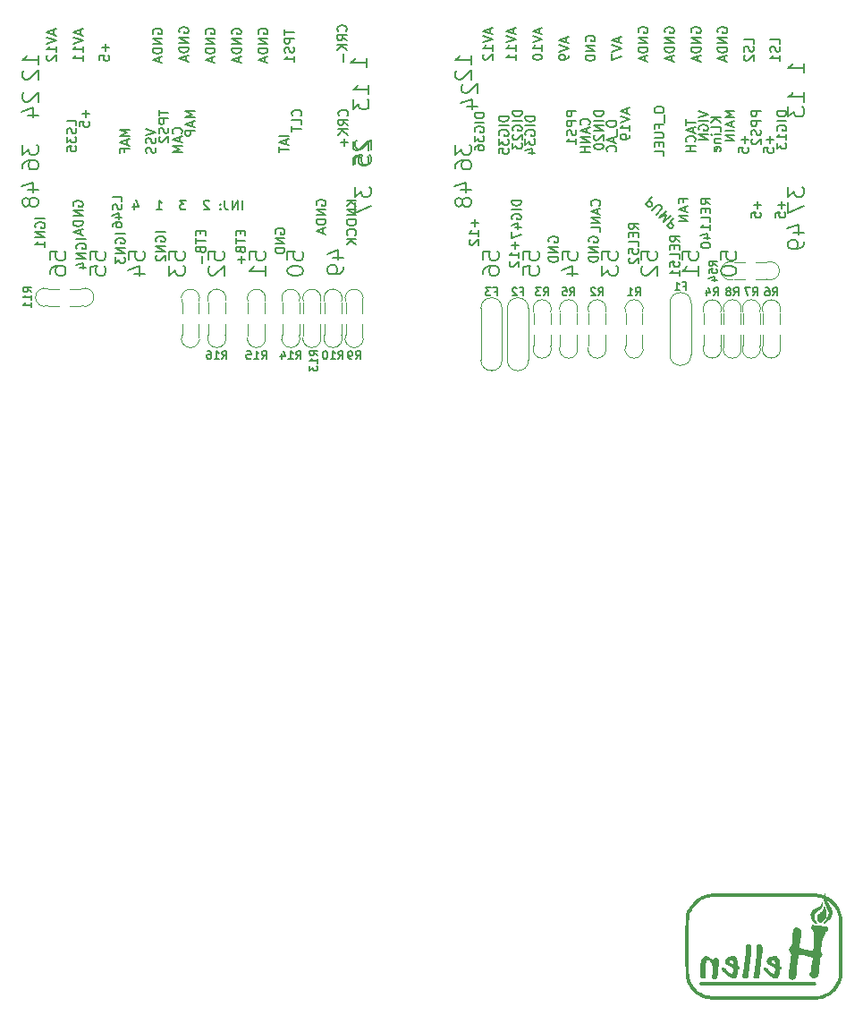
<source format=gbo>
G75*
G70*
%OFA0B0*%
%FSLAX25Y25*%
%IPPOS*%
%LPD*%
%AMOC8*
5,1,8,0,0,1.08239X$1,22.5*
%
%ADD13C,0.00787*%
%ADD17C,0.00500*%
%ADD18C,0.00591*%
%ADD19C,0.00390*%
%ADD20C,0.00472*%
%ADD21C,0.00000*%
X0000000Y0000000D02*
%LPD*%
G01*
D18*
X0271294Y0335878D02*
X0271294Y0333853D01*
X0274837Y0334865D02*
X0271294Y0334865D01*
X0273824Y0332841D02*
X0273824Y0331153D01*
X0274837Y0333178D02*
X0271294Y0331997D01*
X0271294Y0331997D02*
X0274837Y0330816D01*
X0274499Y0327610D02*
X0274668Y0327779D01*
X0274668Y0327779D02*
X0274837Y0328285D01*
X0274837Y0328285D02*
X0274837Y0328622D01*
X0274837Y0328622D02*
X0274668Y0329129D01*
X0274668Y0329129D02*
X0274331Y0329466D01*
X0274331Y0329466D02*
X0273993Y0329635D01*
X0273993Y0329635D02*
X0273318Y0329804D01*
X0273318Y0329804D02*
X0272812Y0329804D01*
X0272812Y0329804D02*
X0272137Y0329635D01*
X0272137Y0329635D02*
X0271800Y0329466D01*
X0271800Y0329466D02*
X0271462Y0329129D01*
X0271462Y0329129D02*
X0271294Y0328622D01*
X0271294Y0328622D02*
X0271294Y0328285D01*
X0271294Y0328285D02*
X0271462Y0327779D01*
X0271462Y0327779D02*
X0271631Y0327610D01*
X0274837Y0326092D02*
X0271294Y0326092D01*
X0272981Y0326092D02*
X0272981Y0324067D01*
X0274837Y0324067D02*
X0271294Y0324067D01*
X0070112Y0332278D02*
X0073656Y0331097D01*
X0073656Y0331097D02*
X0070112Y0329916D01*
X0073487Y0328904D02*
X0073656Y0328398D01*
X0073656Y0328398D02*
X0073656Y0327554D01*
X0073656Y0327554D02*
X0073487Y0327216D01*
X0073487Y0327216D02*
X0073318Y0327048D01*
X0073318Y0327048D02*
X0072981Y0326879D01*
X0072981Y0326879D02*
X0072643Y0326879D01*
X0072643Y0326879D02*
X0072306Y0327048D01*
X0072306Y0327048D02*
X0072137Y0327216D01*
X0072137Y0327216D02*
X0071968Y0327554D01*
X0071968Y0327554D02*
X0071800Y0328229D01*
X0071800Y0328229D02*
X0071631Y0328566D01*
X0071631Y0328566D02*
X0071462Y0328735D01*
X0071462Y0328735D02*
X0071125Y0328904D01*
X0071125Y0328904D02*
X0070787Y0328904D01*
X0070787Y0328904D02*
X0070450Y0328735D01*
X0070450Y0328735D02*
X0070281Y0328566D01*
X0070281Y0328566D02*
X0070112Y0328229D01*
X0070112Y0328229D02*
X0070112Y0327385D01*
X0070112Y0327385D02*
X0070281Y0326879D01*
X0073487Y0325529D02*
X0073656Y0325023D01*
X0073656Y0325023D02*
X0073656Y0324179D01*
X0073656Y0324179D02*
X0073487Y0323842D01*
X0073487Y0323842D02*
X0073318Y0323673D01*
X0073318Y0323673D02*
X0072981Y0323504D01*
X0072981Y0323504D02*
X0072643Y0323504D01*
X0072643Y0323504D02*
X0072306Y0323673D01*
X0072306Y0323673D02*
X0072137Y0323842D01*
X0072137Y0323842D02*
X0071968Y0324179D01*
X0071968Y0324179D02*
X0071800Y0324854D01*
X0071800Y0324854D02*
X0071631Y0325192D01*
X0071631Y0325192D02*
X0071462Y0325360D01*
X0071462Y0325360D02*
X0071125Y0325529D01*
X0071125Y0325529D02*
X0070787Y0325529D01*
X0070787Y0325529D02*
X0070450Y0325360D01*
X0070450Y0325360D02*
X0070281Y0325192D01*
X0070281Y0325192D02*
X0070112Y0324854D01*
X0070112Y0324854D02*
X0070112Y0324011D01*
X0070112Y0324011D02*
X0070281Y0323504D01*
X0230349Y0338925D02*
X0226805Y0338925D01*
X0226805Y0338925D02*
X0226805Y0337575D01*
X0226805Y0337575D02*
X0226974Y0337238D01*
X0226974Y0337238D02*
X0227143Y0337069D01*
X0227143Y0337069D02*
X0227480Y0336901D01*
X0227480Y0336901D02*
X0227986Y0336901D01*
X0227986Y0336901D02*
X0228324Y0337069D01*
X0228324Y0337069D02*
X0228493Y0337238D01*
X0228493Y0337238D02*
X0228661Y0337575D01*
X0228661Y0337575D02*
X0228661Y0338925D01*
X0230349Y0335382D02*
X0226805Y0335382D01*
X0226805Y0335382D02*
X0226805Y0334032D01*
X0226805Y0334032D02*
X0226974Y0333695D01*
X0226974Y0333695D02*
X0227143Y0333526D01*
X0227143Y0333526D02*
X0227480Y0333357D01*
X0227480Y0333357D02*
X0227986Y0333357D01*
X0227986Y0333357D02*
X0228324Y0333526D01*
X0228324Y0333526D02*
X0228493Y0333695D01*
X0228493Y0333695D02*
X0228661Y0334032D01*
X0228661Y0334032D02*
X0228661Y0335382D01*
X0230180Y0332007D02*
X0230349Y0331501D01*
X0230349Y0331501D02*
X0230349Y0330658D01*
X0230349Y0330658D02*
X0230180Y0330320D01*
X0230180Y0330320D02*
X0230011Y0330151D01*
X0230011Y0330151D02*
X0229674Y0329983D01*
X0229674Y0329983D02*
X0229336Y0329983D01*
X0229336Y0329983D02*
X0228999Y0330151D01*
X0228999Y0330151D02*
X0228830Y0330320D01*
X0228830Y0330320D02*
X0228661Y0330658D01*
X0228661Y0330658D02*
X0228493Y0331333D01*
X0228493Y0331333D02*
X0228324Y0331670D01*
X0228324Y0331670D02*
X0228155Y0331839D01*
X0228155Y0331839D02*
X0227818Y0332007D01*
X0227818Y0332007D02*
X0227480Y0332007D01*
X0227480Y0332007D02*
X0227143Y0331839D01*
X0227143Y0331839D02*
X0226974Y0331670D01*
X0226974Y0331670D02*
X0226805Y0331333D01*
X0226805Y0331333D02*
X0226805Y0330489D01*
X0226805Y0330489D02*
X0226974Y0329983D01*
X0230349Y0326608D02*
X0230349Y0328633D01*
X0230349Y0327620D02*
X0226805Y0327620D01*
X0226805Y0327620D02*
X0227312Y0327958D01*
X0227312Y0327958D02*
X0227649Y0328295D01*
X0227649Y0328295D02*
X0227818Y0328633D01*
X0276018Y0339038D02*
X0279561Y0337857D01*
X0279561Y0337857D02*
X0276018Y0336676D01*
X0279561Y0335494D02*
X0276018Y0335494D01*
X0276187Y0331951D02*
X0276018Y0332289D01*
X0276018Y0332289D02*
X0276018Y0332795D01*
X0276018Y0332795D02*
X0276187Y0333301D01*
X0276187Y0333301D02*
X0276524Y0333638D01*
X0276524Y0333638D02*
X0276862Y0333807D01*
X0276862Y0333807D02*
X0277536Y0333976D01*
X0277536Y0333976D02*
X0278043Y0333976D01*
X0278043Y0333976D02*
X0278718Y0333807D01*
X0278718Y0333807D02*
X0279055Y0333638D01*
X0279055Y0333638D02*
X0279393Y0333301D01*
X0279393Y0333301D02*
X0279561Y0332795D01*
X0279561Y0332795D02*
X0279561Y0332457D01*
X0279561Y0332457D02*
X0279393Y0331951D01*
X0279393Y0331951D02*
X0279224Y0331782D01*
X0279224Y0331782D02*
X0278043Y0331782D01*
X0278043Y0331782D02*
X0278043Y0332457D01*
X0279561Y0330264D02*
X0276018Y0330264D01*
X0276018Y0330264D02*
X0279561Y0328239D01*
X0279561Y0328239D02*
X0276018Y0328239D01*
X0246265Y0366249D02*
X0246265Y0364562D01*
X0247278Y0366586D02*
X0243734Y0365405D01*
X0243734Y0365405D02*
X0247278Y0364224D01*
X0243734Y0363549D02*
X0247278Y0362368D01*
X0247278Y0362368D02*
X0243734Y0361187D01*
X0243734Y0360344D02*
X0243734Y0357981D01*
X0243734Y0357981D02*
X0247278Y0359500D01*
X0144578Y0368836D02*
X0144747Y0369005D01*
X0144747Y0369005D02*
X0144916Y0369511D01*
X0144916Y0369511D02*
X0144916Y0369849D01*
X0144916Y0369849D02*
X0144747Y0370355D01*
X0144747Y0370355D02*
X0144409Y0370692D01*
X0144409Y0370692D02*
X0144072Y0370861D01*
X0144072Y0370861D02*
X0143397Y0371030D01*
X0143397Y0371030D02*
X0142891Y0371030D01*
X0142891Y0371030D02*
X0142216Y0370861D01*
X0142216Y0370861D02*
X0141878Y0370692D01*
X0141878Y0370692D02*
X0141541Y0370355D01*
X0141541Y0370355D02*
X0141372Y0369849D01*
X0141372Y0369849D02*
X0141372Y0369511D01*
X0141372Y0369511D02*
X0141541Y0369005D01*
X0141541Y0369005D02*
X0141710Y0368836D01*
X0144916Y0365293D02*
X0143228Y0366474D01*
X0144916Y0367318D02*
X0141372Y0367318D01*
X0141372Y0367318D02*
X0141372Y0365968D01*
X0141372Y0365968D02*
X0141541Y0365630D01*
X0141541Y0365630D02*
X0141710Y0365462D01*
X0141710Y0365462D02*
X0142047Y0365293D01*
X0142047Y0365293D02*
X0142553Y0365293D01*
X0142553Y0365293D02*
X0142891Y0365462D01*
X0142891Y0365462D02*
X0143060Y0365630D01*
X0143060Y0365630D02*
X0143228Y0365968D01*
X0143228Y0365968D02*
X0143228Y0367318D01*
X0144916Y0363774D02*
X0141372Y0363774D01*
X0144916Y0361750D02*
X0142891Y0363268D01*
X0141372Y0361750D02*
X0143397Y0363774D01*
X0143566Y0360231D02*
X0143566Y0357531D01*
X0226580Y0366249D02*
X0226580Y0364562D01*
X0227593Y0366586D02*
X0224049Y0365405D01*
X0224049Y0365405D02*
X0227593Y0364224D01*
X0224049Y0363549D02*
X0227593Y0362368D01*
X0227593Y0362368D02*
X0224049Y0361187D01*
X0227593Y0359837D02*
X0227593Y0359162D01*
X0227593Y0359162D02*
X0227424Y0358825D01*
X0227424Y0358825D02*
X0227255Y0358656D01*
X0227255Y0358656D02*
X0226749Y0358319D01*
X0226749Y0358319D02*
X0226074Y0358150D01*
X0226074Y0358150D02*
X0224724Y0358150D01*
X0224724Y0358150D02*
X0224387Y0358319D01*
X0224387Y0358319D02*
X0224218Y0358488D01*
X0224218Y0358488D02*
X0224049Y0358825D01*
X0224049Y0358825D02*
X0224049Y0359500D01*
X0224049Y0359500D02*
X0224218Y0359837D01*
X0224218Y0359837D02*
X0224387Y0360006D01*
X0224387Y0360006D02*
X0224724Y0360175D01*
X0224724Y0360175D02*
X0225568Y0360175D01*
X0225568Y0360175D02*
X0225905Y0360006D01*
X0225905Y0360006D02*
X0226074Y0359837D01*
X0226074Y0359837D02*
X0226243Y0359500D01*
X0226243Y0359500D02*
X0226243Y0358825D01*
X0226243Y0358825D02*
X0226074Y0358488D01*
X0226074Y0358488D02*
X0225905Y0358319D01*
X0225905Y0358319D02*
X0225568Y0358150D01*
X0035635Y0369230D02*
X0035635Y0367543D01*
X0036648Y0369567D02*
X0033105Y0368386D01*
X0033105Y0368386D02*
X0036648Y0367205D01*
X0033105Y0366530D02*
X0036648Y0365349D01*
X0036648Y0365349D02*
X0033105Y0364168D01*
X0036648Y0361131D02*
X0036648Y0363156D01*
X0036648Y0362143D02*
X0033105Y0362143D01*
X0033105Y0362143D02*
X0033611Y0362481D01*
X0033611Y0362481D02*
X0033948Y0362818D01*
X0033948Y0362818D02*
X0034117Y0363156D01*
X0033442Y0359781D02*
X0033273Y0359612D01*
X0033273Y0359612D02*
X0033105Y0359275D01*
X0033105Y0359275D02*
X0033105Y0358431D01*
X0033105Y0358431D02*
X0033273Y0358094D01*
X0033273Y0358094D02*
X0033442Y0357925D01*
X0033442Y0357925D02*
X0033779Y0357756D01*
X0033779Y0357756D02*
X0034117Y0357756D01*
X0034117Y0357756D02*
X0034623Y0357925D01*
X0034623Y0357925D02*
X0036648Y0359950D01*
X0036648Y0359950D02*
X0036648Y0357756D01*
X0198234Y0369624D02*
X0198234Y0367936D01*
X0199246Y0369961D02*
X0195703Y0368780D01*
X0195703Y0368780D02*
X0199246Y0367599D01*
X0195703Y0366924D02*
X0199246Y0365743D01*
X0199246Y0365743D02*
X0195703Y0364562D01*
X0199246Y0361525D02*
X0199246Y0363549D01*
X0199246Y0362537D02*
X0195703Y0362537D01*
X0195703Y0362537D02*
X0196209Y0362874D01*
X0196209Y0362874D02*
X0196547Y0363212D01*
X0196547Y0363212D02*
X0196715Y0363549D01*
X0196040Y0360175D02*
X0195872Y0360006D01*
X0195872Y0360006D02*
X0195703Y0359669D01*
X0195703Y0359669D02*
X0195703Y0358825D01*
X0195703Y0358825D02*
X0195872Y0358488D01*
X0195872Y0358488D02*
X0196040Y0358319D01*
X0196040Y0358319D02*
X0196378Y0358150D01*
X0196378Y0358150D02*
X0196715Y0358150D01*
X0196715Y0358150D02*
X0197222Y0358319D01*
X0197222Y0358319D02*
X0199246Y0360344D01*
X0199246Y0360344D02*
X0199246Y0358150D01*
X0123262Y0329804D02*
X0119719Y0329804D01*
X0122250Y0328285D02*
X0122250Y0326598D01*
X0123262Y0328622D02*
X0119719Y0327441D01*
X0119719Y0327441D02*
X0123262Y0326260D01*
X0119719Y0325585D02*
X0119719Y0323561D01*
X0123262Y0324573D02*
X0119719Y0324573D01*
X0112013Y0367824D02*
X0111845Y0368161D01*
X0111845Y0368161D02*
X0111845Y0368667D01*
X0111845Y0368667D02*
X0112013Y0369174D01*
X0112013Y0369174D02*
X0112351Y0369511D01*
X0112351Y0369511D02*
X0112688Y0369680D01*
X0112688Y0369680D02*
X0113363Y0369849D01*
X0113363Y0369849D02*
X0113869Y0369849D01*
X0113869Y0369849D02*
X0114544Y0369680D01*
X0114544Y0369680D02*
X0114882Y0369511D01*
X0114882Y0369511D02*
X0115219Y0369174D01*
X0115219Y0369174D02*
X0115388Y0368667D01*
X0115388Y0368667D02*
X0115388Y0368330D01*
X0115388Y0368330D02*
X0115219Y0367824D01*
X0115219Y0367824D02*
X0115051Y0367655D01*
X0115051Y0367655D02*
X0113869Y0367655D01*
X0113869Y0367655D02*
X0113869Y0368330D01*
X0115388Y0366137D02*
X0111845Y0366137D01*
X0111845Y0366137D02*
X0115388Y0364112D01*
X0115388Y0364112D02*
X0111845Y0364112D01*
X0115388Y0362425D02*
X0111845Y0362425D01*
X0111845Y0362425D02*
X0111845Y0361581D01*
X0111845Y0361581D02*
X0112013Y0361075D01*
X0112013Y0361075D02*
X0112351Y0360737D01*
X0112351Y0360737D02*
X0112688Y0360568D01*
X0112688Y0360568D02*
X0113363Y0360400D01*
X0113363Y0360400D02*
X0113869Y0360400D01*
X0113869Y0360400D02*
X0114544Y0360568D01*
X0114544Y0360568D02*
X0114882Y0360737D01*
X0114882Y0360737D02*
X0115219Y0361075D01*
X0115219Y0361075D02*
X0115388Y0361581D01*
X0115388Y0361581D02*
X0115388Y0362425D01*
X0114376Y0359050D02*
X0114376Y0357363D01*
X0115388Y0359387D02*
X0111845Y0358206D01*
X0111845Y0358206D02*
X0115388Y0357025D01*
X0214994Y0337115D02*
X0211451Y0337115D01*
X0211451Y0337115D02*
X0211451Y0336272D01*
X0211451Y0336272D02*
X0211620Y0335765D01*
X0211620Y0335765D02*
X0211957Y0335428D01*
X0211957Y0335428D02*
X0212295Y0335259D01*
X0212295Y0335259D02*
X0212970Y0335090D01*
X0212970Y0335090D02*
X0213476Y0335090D01*
X0213476Y0335090D02*
X0214151Y0335259D01*
X0214151Y0335259D02*
X0214488Y0335428D01*
X0214488Y0335428D02*
X0214826Y0335765D01*
X0214826Y0335765D02*
X0214994Y0336272D01*
X0214994Y0336272D02*
X0214994Y0337115D01*
X0214994Y0333572D02*
X0211451Y0333572D01*
X0211620Y0330029D02*
X0211451Y0330366D01*
X0211451Y0330366D02*
X0211451Y0330872D01*
X0211451Y0330872D02*
X0211620Y0331378D01*
X0211620Y0331378D02*
X0211957Y0331716D01*
X0211957Y0331716D02*
X0212295Y0331885D01*
X0212295Y0331885D02*
X0212970Y0332053D01*
X0212970Y0332053D02*
X0213476Y0332053D01*
X0213476Y0332053D02*
X0214151Y0331885D01*
X0214151Y0331885D02*
X0214488Y0331716D01*
X0214488Y0331716D02*
X0214826Y0331378D01*
X0214826Y0331378D02*
X0214994Y0330872D01*
X0214994Y0330872D02*
X0214994Y0330535D01*
X0214994Y0330535D02*
X0214826Y0330029D01*
X0214826Y0330029D02*
X0214657Y0329860D01*
X0214657Y0329860D02*
X0213476Y0329860D01*
X0213476Y0329860D02*
X0213476Y0330535D01*
X0211451Y0328679D02*
X0211451Y0326485D01*
X0211451Y0326485D02*
X0212801Y0327666D01*
X0212801Y0327666D02*
X0212801Y0327160D01*
X0212801Y0327160D02*
X0212970Y0326823D01*
X0212970Y0326823D02*
X0213138Y0326654D01*
X0213138Y0326654D02*
X0213476Y0326485D01*
X0213476Y0326485D02*
X0214319Y0326485D01*
X0214319Y0326485D02*
X0214657Y0326654D01*
X0214657Y0326654D02*
X0214826Y0326823D01*
X0214826Y0326823D02*
X0214994Y0327160D01*
X0214994Y0327160D02*
X0214994Y0328173D01*
X0214994Y0328173D02*
X0214826Y0328510D01*
X0214826Y0328510D02*
X0214657Y0328679D01*
X0212632Y0323448D02*
X0214994Y0323448D01*
X0211282Y0324292D02*
X0213813Y0325135D01*
X0213813Y0325135D02*
X0213813Y0322942D01*
X0296490Y0364168D02*
X0296490Y0365855D01*
X0296490Y0365855D02*
X0292947Y0365855D01*
X0296322Y0363156D02*
X0296490Y0362649D01*
X0296490Y0362649D02*
X0296490Y0361806D01*
X0296490Y0361806D02*
X0296322Y0361468D01*
X0296322Y0361468D02*
X0296153Y0361300D01*
X0296153Y0361300D02*
X0295815Y0361131D01*
X0295815Y0361131D02*
X0295478Y0361131D01*
X0295478Y0361131D02*
X0295141Y0361300D01*
X0295141Y0361300D02*
X0294972Y0361468D01*
X0294972Y0361468D02*
X0294803Y0361806D01*
X0294803Y0361806D02*
X0294634Y0362481D01*
X0294634Y0362481D02*
X0294466Y0362818D01*
X0294466Y0362818D02*
X0294297Y0362987D01*
X0294297Y0362987D02*
X0293959Y0363156D01*
X0293959Y0363156D02*
X0293622Y0363156D01*
X0293622Y0363156D02*
X0293285Y0362987D01*
X0293285Y0362987D02*
X0293116Y0362818D01*
X0293116Y0362818D02*
X0292947Y0362481D01*
X0292947Y0362481D02*
X0292947Y0361637D01*
X0292947Y0361637D02*
X0293116Y0361131D01*
X0293285Y0359781D02*
X0293116Y0359612D01*
X0293116Y0359612D02*
X0292947Y0359275D01*
X0292947Y0359275D02*
X0292947Y0358431D01*
X0292947Y0358431D02*
X0293116Y0358094D01*
X0293116Y0358094D02*
X0293285Y0357925D01*
X0293285Y0357925D02*
X0293622Y0357756D01*
X0293622Y0357756D02*
X0293959Y0357756D01*
X0293959Y0357756D02*
X0294466Y0357925D01*
X0294466Y0357925D02*
X0296490Y0359950D01*
X0296490Y0359950D02*
X0296490Y0357756D01*
X0253577Y0295168D02*
X0251890Y0296349D01*
X0253577Y0297193D02*
X0250034Y0297193D01*
X0250034Y0297193D02*
X0250034Y0295843D01*
X0250034Y0295843D02*
X0250202Y0295506D01*
X0250202Y0295506D02*
X0250371Y0295337D01*
X0250371Y0295337D02*
X0250709Y0295168D01*
X0250709Y0295168D02*
X0251215Y0295168D01*
X0251215Y0295168D02*
X0251552Y0295337D01*
X0251552Y0295337D02*
X0251721Y0295506D01*
X0251721Y0295506D02*
X0251890Y0295843D01*
X0251890Y0295843D02*
X0251890Y0297193D01*
X0251721Y0293650D02*
X0251721Y0292469D01*
X0253577Y0291962D02*
X0253577Y0293650D01*
X0253577Y0293650D02*
X0250034Y0293650D01*
X0250034Y0293650D02*
X0250034Y0291962D01*
X0253577Y0288757D02*
X0253577Y0290444D01*
X0253577Y0290444D02*
X0250034Y0290444D01*
X0250034Y0285888D02*
X0250034Y0287575D01*
X0250034Y0287575D02*
X0251721Y0287744D01*
X0251721Y0287744D02*
X0251552Y0287575D01*
X0251552Y0287575D02*
X0251384Y0287238D01*
X0251384Y0287238D02*
X0251384Y0286394D01*
X0251384Y0286394D02*
X0251552Y0286057D01*
X0251552Y0286057D02*
X0251721Y0285888D01*
X0251721Y0285888D02*
X0252058Y0285719D01*
X0252058Y0285719D02*
X0252902Y0285719D01*
X0252902Y0285719D02*
X0253240Y0285888D01*
X0253240Y0285888D02*
X0253408Y0286057D01*
X0253408Y0286057D02*
X0253577Y0286394D01*
X0253577Y0286394D02*
X0253577Y0287238D01*
X0253577Y0287238D02*
X0253408Y0287575D01*
X0253408Y0287575D02*
X0253240Y0287744D01*
X0250371Y0284370D02*
X0250202Y0284201D01*
X0250202Y0284201D02*
X0250034Y0283863D01*
X0250034Y0283863D02*
X0250034Y0283020D01*
X0250034Y0283020D02*
X0250202Y0282682D01*
X0250202Y0282682D02*
X0250371Y0282514D01*
X0250371Y0282514D02*
X0250709Y0282345D01*
X0250709Y0282345D02*
X0251046Y0282345D01*
X0251046Y0282345D02*
X0251552Y0282514D01*
X0251552Y0282514D02*
X0253577Y0284538D01*
X0253577Y0284538D02*
X0253577Y0282345D01*
X0234061Y0365180D02*
X0233892Y0365518D01*
X0233892Y0365518D02*
X0233892Y0366024D01*
X0233892Y0366024D02*
X0234061Y0366530D01*
X0234061Y0366530D02*
X0234398Y0366868D01*
X0234398Y0366868D02*
X0234736Y0367036D01*
X0234736Y0367036D02*
X0235411Y0367205D01*
X0235411Y0367205D02*
X0235917Y0367205D01*
X0235917Y0367205D02*
X0236592Y0367036D01*
X0236592Y0367036D02*
X0236929Y0366868D01*
X0236929Y0366868D02*
X0237267Y0366530D01*
X0237267Y0366530D02*
X0237435Y0366024D01*
X0237435Y0366024D02*
X0237435Y0365687D01*
X0237435Y0365687D02*
X0237267Y0365180D01*
X0237267Y0365180D02*
X0237098Y0365012D01*
X0237098Y0365012D02*
X0235917Y0365012D01*
X0235917Y0365012D02*
X0235917Y0365687D01*
X0237435Y0363493D02*
X0233892Y0363493D01*
X0233892Y0363493D02*
X0237435Y0361468D01*
X0237435Y0361468D02*
X0233892Y0361468D01*
X0237435Y0359781D02*
X0233892Y0359781D01*
X0233892Y0359781D02*
X0233892Y0358937D01*
X0233892Y0358937D02*
X0234061Y0358431D01*
X0234061Y0358431D02*
X0234398Y0358094D01*
X0234398Y0358094D02*
X0234736Y0357925D01*
X0234736Y0357925D02*
X0235411Y0357756D01*
X0235411Y0357756D02*
X0235917Y0357756D01*
X0235917Y0357756D02*
X0236592Y0357925D01*
X0236592Y0357925D02*
X0236929Y0358094D01*
X0236929Y0358094D02*
X0237267Y0358431D01*
X0237267Y0358431D02*
X0237435Y0358937D01*
X0237435Y0358937D02*
X0237435Y0359781D01*
X0284286Y0336721D02*
X0280742Y0336721D01*
X0284286Y0334697D02*
X0282261Y0336215D01*
X0280742Y0334697D02*
X0282767Y0336721D01*
X0284286Y0331491D02*
X0284286Y0333178D01*
X0284286Y0333178D02*
X0280742Y0333178D01*
X0284286Y0330310D02*
X0281923Y0330310D01*
X0280742Y0330310D02*
X0280911Y0330479D01*
X0280911Y0330479D02*
X0281080Y0330310D01*
X0281080Y0330310D02*
X0280911Y0330141D01*
X0280911Y0330141D02*
X0280742Y0330310D01*
X0280742Y0330310D02*
X0281080Y0330310D01*
X0281923Y0328622D02*
X0284286Y0328622D01*
X0282261Y0328622D02*
X0282092Y0328454D01*
X0282092Y0328454D02*
X0281923Y0328116D01*
X0281923Y0328116D02*
X0281923Y0327610D01*
X0281923Y0327610D02*
X0282092Y0327273D01*
X0282092Y0327273D02*
X0282430Y0327104D01*
X0282430Y0327104D02*
X0284286Y0327104D01*
X0284117Y0324067D02*
X0284286Y0324404D01*
X0284286Y0324404D02*
X0284286Y0325079D01*
X0284286Y0325079D02*
X0284117Y0325417D01*
X0284117Y0325417D02*
X0283779Y0325585D01*
X0283779Y0325585D02*
X0282430Y0325585D01*
X0282430Y0325585D02*
X0282092Y0325417D01*
X0282092Y0325417D02*
X0281923Y0325079D01*
X0281923Y0325079D02*
X0281923Y0324404D01*
X0281923Y0324404D02*
X0282092Y0324067D01*
X0282092Y0324067D02*
X0282430Y0323898D01*
X0282430Y0323898D02*
X0282767Y0323898D01*
X0282767Y0323898D02*
X0283105Y0325585D01*
X0268931Y0290444D02*
X0267244Y0291625D01*
X0268931Y0292469D02*
X0265388Y0292469D01*
X0265388Y0292469D02*
X0265388Y0291119D01*
X0265388Y0291119D02*
X0265557Y0290781D01*
X0265557Y0290781D02*
X0265725Y0290613D01*
X0265725Y0290613D02*
X0266063Y0290444D01*
X0266063Y0290444D02*
X0266569Y0290444D01*
X0266569Y0290444D02*
X0266907Y0290613D01*
X0266907Y0290613D02*
X0267075Y0290781D01*
X0267075Y0290781D02*
X0267244Y0291119D01*
X0267244Y0291119D02*
X0267244Y0292469D01*
X0267075Y0288925D02*
X0267075Y0287744D01*
X0268931Y0287238D02*
X0268931Y0288925D01*
X0268931Y0288925D02*
X0265388Y0288925D01*
X0265388Y0288925D02*
X0265388Y0287238D01*
X0268931Y0284032D02*
X0268931Y0285719D01*
X0268931Y0285719D02*
X0265388Y0285719D01*
X0265388Y0281164D02*
X0265388Y0282851D01*
X0265388Y0282851D02*
X0267075Y0283020D01*
X0267075Y0283020D02*
X0266907Y0282851D01*
X0266907Y0282851D02*
X0266738Y0282514D01*
X0266738Y0282514D02*
X0266738Y0281670D01*
X0266738Y0281670D02*
X0266907Y0281333D01*
X0266907Y0281333D02*
X0267075Y0281164D01*
X0267075Y0281164D02*
X0267413Y0280995D01*
X0267413Y0280995D02*
X0268256Y0280995D01*
X0268256Y0280995D02*
X0268594Y0281164D01*
X0268594Y0281164D02*
X0268763Y0281333D01*
X0268763Y0281333D02*
X0268931Y0281670D01*
X0268931Y0281670D02*
X0268931Y0282514D01*
X0268931Y0282514D02*
X0268763Y0282851D01*
X0268763Y0282851D02*
X0268594Y0283020D01*
X0268931Y0277620D02*
X0268931Y0279645D01*
X0268931Y0278633D02*
X0265388Y0278633D01*
X0265388Y0278633D02*
X0265894Y0278970D01*
X0265894Y0278970D02*
X0266232Y0279308D01*
X0266232Y0279308D02*
X0266400Y0279645D01*
X0209876Y0305854D02*
X0206333Y0305854D01*
X0206333Y0305854D02*
X0206333Y0305011D01*
X0206333Y0305011D02*
X0206502Y0304505D01*
X0206502Y0304505D02*
X0206839Y0304167D01*
X0206839Y0304167D02*
X0207177Y0303998D01*
X0207177Y0303998D02*
X0207851Y0303830D01*
X0207851Y0303830D02*
X0208358Y0303830D01*
X0208358Y0303830D02*
X0209033Y0303998D01*
X0209033Y0303998D02*
X0209370Y0304167D01*
X0209370Y0304167D02*
X0209707Y0304505D01*
X0209707Y0304505D02*
X0209876Y0305011D01*
X0209876Y0305011D02*
X0209876Y0305854D01*
X0209876Y0302311D02*
X0206333Y0302311D01*
X0206502Y0298768D02*
X0206333Y0299105D01*
X0206333Y0299105D02*
X0206333Y0299611D01*
X0206333Y0299611D02*
X0206502Y0300118D01*
X0206502Y0300118D02*
X0206839Y0300455D01*
X0206839Y0300455D02*
X0207177Y0300624D01*
X0207177Y0300624D02*
X0207851Y0300793D01*
X0207851Y0300793D02*
X0208358Y0300793D01*
X0208358Y0300793D02*
X0209033Y0300624D01*
X0209033Y0300624D02*
X0209370Y0300455D01*
X0209370Y0300455D02*
X0209707Y0300118D01*
X0209707Y0300118D02*
X0209876Y0299611D01*
X0209876Y0299611D02*
X0209876Y0299274D01*
X0209876Y0299274D02*
X0209707Y0298768D01*
X0209707Y0298768D02*
X0209539Y0298599D01*
X0209539Y0298599D02*
X0208358Y0298599D01*
X0208358Y0298599D02*
X0208358Y0299274D01*
X0207514Y0295562D02*
X0209876Y0295562D01*
X0206164Y0296406D02*
X0208695Y0297249D01*
X0208695Y0297249D02*
X0208695Y0295056D01*
X0206333Y0294043D02*
X0206333Y0291681D01*
X0206333Y0291681D02*
X0209876Y0293200D01*
X0063813Y0332110D02*
X0060270Y0332110D01*
X0060270Y0332110D02*
X0062801Y0330928D01*
X0062801Y0330928D02*
X0060270Y0329747D01*
X0060270Y0329747D02*
X0063813Y0329747D01*
X0062801Y0328229D02*
X0062801Y0326542D01*
X0063813Y0328566D02*
X0060270Y0327385D01*
X0060270Y0327385D02*
X0063813Y0326204D01*
X0061957Y0323842D02*
X0061957Y0325023D01*
X0063813Y0325023D02*
X0060270Y0325023D01*
X0060270Y0325023D02*
X0060270Y0323336D01*
X0082486Y0368218D02*
X0082317Y0368555D01*
X0082317Y0368555D02*
X0082317Y0369061D01*
X0082317Y0369061D02*
X0082486Y0369567D01*
X0082486Y0369567D02*
X0082823Y0369905D01*
X0082823Y0369905D02*
X0083161Y0370074D01*
X0083161Y0370074D02*
X0083836Y0370242D01*
X0083836Y0370242D02*
X0084342Y0370242D01*
X0084342Y0370242D02*
X0085017Y0370074D01*
X0085017Y0370074D02*
X0085354Y0369905D01*
X0085354Y0369905D02*
X0085692Y0369567D01*
X0085692Y0369567D02*
X0085860Y0369061D01*
X0085860Y0369061D02*
X0085860Y0368724D01*
X0085860Y0368724D02*
X0085692Y0368218D01*
X0085692Y0368218D02*
X0085523Y0368049D01*
X0085523Y0368049D02*
X0084342Y0368049D01*
X0084342Y0368049D02*
X0084342Y0368724D01*
X0085860Y0366530D02*
X0082317Y0366530D01*
X0082317Y0366530D02*
X0085860Y0364506D01*
X0085860Y0364506D02*
X0082317Y0364506D01*
X0085860Y0362818D02*
X0082317Y0362818D01*
X0082317Y0362818D02*
X0082317Y0361975D01*
X0082317Y0361975D02*
X0082486Y0361468D01*
X0082486Y0361468D02*
X0082823Y0361131D01*
X0082823Y0361131D02*
X0083161Y0360962D01*
X0083161Y0360962D02*
X0083836Y0360793D01*
X0083836Y0360793D02*
X0084342Y0360793D01*
X0084342Y0360793D02*
X0085017Y0360962D01*
X0085017Y0360962D02*
X0085354Y0361131D01*
X0085354Y0361131D02*
X0085692Y0361468D01*
X0085692Y0361468D02*
X0085860Y0361975D01*
X0085860Y0361975D02*
X0085860Y0362818D01*
X0084848Y0359444D02*
X0084848Y0357756D01*
X0085860Y0359781D02*
X0082317Y0358600D01*
X0082317Y0358600D02*
X0085860Y0357419D01*
X0127649Y0337294D02*
X0127818Y0337463D01*
X0127818Y0337463D02*
X0127986Y0337969D01*
X0127986Y0337969D02*
X0127986Y0338307D01*
X0127986Y0338307D02*
X0127818Y0338813D01*
X0127818Y0338813D02*
X0127480Y0339150D01*
X0127480Y0339150D02*
X0127143Y0339319D01*
X0127143Y0339319D02*
X0126468Y0339488D01*
X0126468Y0339488D02*
X0125962Y0339488D01*
X0125962Y0339488D02*
X0125287Y0339319D01*
X0125287Y0339319D02*
X0124949Y0339150D01*
X0124949Y0339150D02*
X0124612Y0338813D01*
X0124612Y0338813D02*
X0124443Y0338307D01*
X0124443Y0338307D02*
X0124443Y0337969D01*
X0124443Y0337969D02*
X0124612Y0337463D01*
X0124612Y0337463D02*
X0124781Y0337294D01*
X0127986Y0334088D02*
X0127986Y0335776D01*
X0127986Y0335776D02*
X0124443Y0335776D01*
X0124443Y0333414D02*
X0124443Y0331389D01*
X0127986Y0332401D02*
X0124443Y0332401D01*
X0045478Y0369230D02*
X0045478Y0367543D01*
X0046490Y0369567D02*
X0042947Y0368386D01*
X0042947Y0368386D02*
X0046490Y0367205D01*
X0042947Y0366530D02*
X0046490Y0365349D01*
X0046490Y0365349D02*
X0042947Y0364168D01*
X0046490Y0361131D02*
X0046490Y0363156D01*
X0046490Y0362143D02*
X0042947Y0362143D01*
X0042947Y0362143D02*
X0043453Y0362481D01*
X0043453Y0362481D02*
X0043791Y0362818D01*
X0043791Y0362818D02*
X0043959Y0363156D01*
X0046490Y0357756D02*
X0046490Y0359781D01*
X0046490Y0358769D02*
X0042947Y0358769D01*
X0042947Y0358769D02*
X0043453Y0359106D01*
X0043453Y0359106D02*
X0043791Y0359444D01*
X0043791Y0359444D02*
X0043959Y0359781D01*
X0118313Y0293369D02*
X0118144Y0293706D01*
X0118144Y0293706D02*
X0118144Y0294212D01*
X0118144Y0294212D02*
X0118313Y0294718D01*
X0118313Y0294718D02*
X0118650Y0295056D01*
X0118650Y0295056D02*
X0118988Y0295225D01*
X0118988Y0295225D02*
X0119662Y0295393D01*
X0119662Y0295393D02*
X0120169Y0295393D01*
X0120169Y0295393D02*
X0120844Y0295225D01*
X0120844Y0295225D02*
X0121181Y0295056D01*
X0121181Y0295056D02*
X0121519Y0294718D01*
X0121519Y0294718D02*
X0121687Y0294212D01*
X0121687Y0294212D02*
X0121687Y0293875D01*
X0121687Y0293875D02*
X0121519Y0293369D01*
X0121519Y0293369D02*
X0121350Y0293200D01*
X0121350Y0293200D02*
X0120169Y0293200D01*
X0120169Y0293200D02*
X0120169Y0293875D01*
X0121687Y0291681D02*
X0118144Y0291681D01*
X0118144Y0291681D02*
X0121687Y0289656D01*
X0121687Y0289656D02*
X0118144Y0289656D01*
X0121687Y0287969D02*
X0118144Y0287969D01*
X0118144Y0287969D02*
X0118144Y0287126D01*
X0118144Y0287126D02*
X0118313Y0286619D01*
X0118313Y0286619D02*
X0118650Y0286282D01*
X0118650Y0286282D02*
X0118988Y0286113D01*
X0118988Y0286113D02*
X0119662Y0285944D01*
X0119662Y0285944D02*
X0120169Y0285944D01*
X0120169Y0285944D02*
X0120844Y0286113D01*
X0120844Y0286113D02*
X0121181Y0286282D01*
X0121181Y0286282D02*
X0121519Y0286619D01*
X0121519Y0286619D02*
X0121687Y0287126D01*
X0121687Y0287126D02*
X0121687Y0287969D01*
X0220281Y0290219D02*
X0220112Y0290556D01*
X0220112Y0290556D02*
X0220112Y0291063D01*
X0220112Y0291063D02*
X0220281Y0291569D01*
X0220281Y0291569D02*
X0220619Y0291906D01*
X0220619Y0291906D02*
X0220956Y0292075D01*
X0220956Y0292075D02*
X0221631Y0292244D01*
X0221631Y0292244D02*
X0222137Y0292244D01*
X0222137Y0292244D02*
X0222812Y0292075D01*
X0222812Y0292075D02*
X0223150Y0291906D01*
X0223150Y0291906D02*
X0223487Y0291569D01*
X0223487Y0291569D02*
X0223656Y0291063D01*
X0223656Y0291063D02*
X0223656Y0290725D01*
X0223656Y0290725D02*
X0223487Y0290219D01*
X0223487Y0290219D02*
X0223318Y0290050D01*
X0223318Y0290050D02*
X0222137Y0290050D01*
X0222137Y0290050D02*
X0222137Y0290725D01*
X0223656Y0288532D02*
X0220112Y0288532D01*
X0220112Y0288532D02*
X0223656Y0286507D01*
X0223656Y0286507D02*
X0220112Y0286507D01*
X0223656Y0284820D02*
X0220112Y0284820D01*
X0220112Y0284820D02*
X0220112Y0283976D01*
X0220112Y0283976D02*
X0220281Y0283470D01*
X0220281Y0283470D02*
X0220619Y0283132D01*
X0220619Y0283132D02*
X0220956Y0282964D01*
X0220956Y0282964D02*
X0221631Y0282795D01*
X0221631Y0282795D02*
X0222137Y0282795D01*
X0222137Y0282795D02*
X0222812Y0282964D01*
X0222812Y0282964D02*
X0223150Y0283132D01*
X0223150Y0283132D02*
X0223487Y0283470D01*
X0223487Y0283470D02*
X0223656Y0283976D01*
X0223656Y0283976D02*
X0223656Y0284820D01*
X0240585Y0338925D02*
X0237042Y0338925D01*
X0237042Y0338925D02*
X0237042Y0338082D01*
X0237042Y0338082D02*
X0237210Y0337575D01*
X0237210Y0337575D02*
X0237548Y0337238D01*
X0237548Y0337238D02*
X0237885Y0337069D01*
X0237885Y0337069D02*
X0238560Y0336901D01*
X0238560Y0336901D02*
X0239066Y0336901D01*
X0239066Y0336901D02*
X0239741Y0337069D01*
X0239741Y0337069D02*
X0240079Y0337238D01*
X0240079Y0337238D02*
X0240416Y0337575D01*
X0240416Y0337575D02*
X0240585Y0338082D01*
X0240585Y0338082D02*
X0240585Y0338925D01*
X0240585Y0335382D02*
X0237042Y0335382D01*
X0240585Y0333695D02*
X0237042Y0333695D01*
X0237042Y0333695D02*
X0240585Y0331670D01*
X0240585Y0331670D02*
X0237042Y0331670D01*
X0237379Y0330151D02*
X0237210Y0329983D01*
X0237210Y0329983D02*
X0237042Y0329645D01*
X0237042Y0329645D02*
X0237042Y0328802D01*
X0237042Y0328802D02*
X0237210Y0328464D01*
X0237210Y0328464D02*
X0237379Y0328295D01*
X0237379Y0328295D02*
X0237716Y0328127D01*
X0237716Y0328127D02*
X0238054Y0328127D01*
X0238054Y0328127D02*
X0238560Y0328295D01*
X0238560Y0328295D02*
X0240585Y0330320D01*
X0240585Y0330320D02*
X0240585Y0328127D01*
X0237042Y0325933D02*
X0237042Y0325596D01*
X0237042Y0325596D02*
X0237210Y0325258D01*
X0237210Y0325258D02*
X0237379Y0325090D01*
X0237379Y0325090D02*
X0237716Y0324921D01*
X0237716Y0324921D02*
X0238391Y0324752D01*
X0238391Y0324752D02*
X0239235Y0324752D01*
X0239235Y0324752D02*
X0239910Y0324921D01*
X0239910Y0324921D02*
X0240247Y0325090D01*
X0240247Y0325090D02*
X0240416Y0325258D01*
X0240416Y0325258D02*
X0240585Y0325596D01*
X0240585Y0325596D02*
X0240585Y0325933D01*
X0240585Y0325933D02*
X0240416Y0326271D01*
X0240416Y0326271D02*
X0240247Y0326439D01*
X0240247Y0326439D02*
X0239910Y0326608D01*
X0239910Y0326608D02*
X0239235Y0326777D01*
X0239235Y0326777D02*
X0238391Y0326777D01*
X0238391Y0326777D02*
X0237716Y0326608D01*
X0237716Y0326608D02*
X0237379Y0326439D01*
X0237379Y0326439D02*
X0237210Y0326271D01*
X0237210Y0326271D02*
X0237042Y0325933D01*
X0083161Y0330591D02*
X0083330Y0330760D01*
X0083330Y0330760D02*
X0083498Y0331266D01*
X0083498Y0331266D02*
X0083498Y0331603D01*
X0083498Y0331603D02*
X0083330Y0332110D01*
X0083330Y0332110D02*
X0082992Y0332447D01*
X0082992Y0332447D02*
X0082655Y0332616D01*
X0082655Y0332616D02*
X0081980Y0332784D01*
X0081980Y0332784D02*
X0081474Y0332784D01*
X0081474Y0332784D02*
X0080799Y0332616D01*
X0080799Y0332616D02*
X0080461Y0332447D01*
X0080461Y0332447D02*
X0080124Y0332110D01*
X0080124Y0332110D02*
X0079955Y0331603D01*
X0079955Y0331603D02*
X0079955Y0331266D01*
X0079955Y0331266D02*
X0080124Y0330760D01*
X0080124Y0330760D02*
X0080292Y0330591D01*
X0082486Y0329241D02*
X0082486Y0327554D01*
X0083498Y0329579D02*
X0079955Y0328398D01*
X0079955Y0328398D02*
X0083498Y0327216D01*
X0083498Y0326035D02*
X0079955Y0326035D01*
X0079955Y0326035D02*
X0082486Y0324854D01*
X0082486Y0324854D02*
X0079955Y0323673D01*
X0079955Y0323673D02*
X0083498Y0323673D01*
X0258702Y0306959D02*
X0256196Y0304454D01*
X0256196Y0304454D02*
X0257151Y0303499D01*
X0257151Y0303499D02*
X0257508Y0303380D01*
X0257508Y0303380D02*
X0257747Y0303380D01*
X0257747Y0303380D02*
X0258105Y0303499D01*
X0258105Y0303499D02*
X0258463Y0303857D01*
X0258463Y0303857D02*
X0258582Y0304215D01*
X0258582Y0304215D02*
X0258582Y0304454D01*
X0258582Y0304454D02*
X0258463Y0304811D01*
X0258463Y0304811D02*
X0257508Y0305766D01*
X0258702Y0301948D02*
X0260730Y0303976D01*
X0260730Y0303976D02*
X0261088Y0304096D01*
X0261088Y0304096D02*
X0261326Y0304096D01*
X0261326Y0304096D02*
X0261684Y0303976D01*
X0261684Y0303976D02*
X0262162Y0303499D01*
X0262162Y0303499D02*
X0262281Y0303141D01*
X0262281Y0303141D02*
X0262281Y0302902D01*
X0262281Y0302902D02*
X0262162Y0302545D01*
X0262162Y0302545D02*
X0260133Y0300516D01*
X0263832Y0301829D02*
X0261326Y0299323D01*
X0261326Y0299323D02*
X0263951Y0300278D01*
X0263951Y0300278D02*
X0262997Y0297653D01*
X0262997Y0297653D02*
X0265502Y0300158D01*
X0266695Y0298965D02*
X0264190Y0296460D01*
X0264190Y0296460D02*
X0265144Y0295505D01*
X0265144Y0295505D02*
X0265502Y0295386D01*
X0265502Y0295386D02*
X0265741Y0295386D01*
X0265741Y0295386D02*
X0266099Y0295505D01*
X0266099Y0295505D02*
X0266457Y0295863D01*
X0266457Y0295863D02*
X0266576Y0296221D01*
X0266576Y0296221D02*
X0266576Y0296460D01*
X0266576Y0296460D02*
X0266457Y0296818D01*
X0266457Y0296818D02*
X0265502Y0297772D01*
X0032317Y0299162D02*
X0028774Y0299162D01*
X0028943Y0295618D02*
X0028774Y0295956D01*
X0028774Y0295956D02*
X0028774Y0296462D01*
X0028774Y0296462D02*
X0028943Y0296968D01*
X0028943Y0296968D02*
X0029280Y0297306D01*
X0029280Y0297306D02*
X0029617Y0297474D01*
X0029617Y0297474D02*
X0030292Y0297643D01*
X0030292Y0297643D02*
X0030799Y0297643D01*
X0030799Y0297643D02*
X0031474Y0297474D01*
X0031474Y0297474D02*
X0031811Y0297306D01*
X0031811Y0297306D02*
X0032148Y0296968D01*
X0032148Y0296968D02*
X0032317Y0296462D01*
X0032317Y0296462D02*
X0032317Y0296124D01*
X0032317Y0296124D02*
X0032148Y0295618D01*
X0032148Y0295618D02*
X0031980Y0295450D01*
X0031980Y0295450D02*
X0030799Y0295450D01*
X0030799Y0295450D02*
X0030799Y0296124D01*
X0032317Y0293931D02*
X0028774Y0293931D01*
X0028774Y0293931D02*
X0032317Y0291906D01*
X0032317Y0291906D02*
X0028774Y0291906D01*
X0032317Y0288363D02*
X0032317Y0290388D01*
X0032317Y0289375D02*
X0028774Y0289375D01*
X0028774Y0289375D02*
X0029280Y0289713D01*
X0029280Y0289713D02*
X0029617Y0290050D01*
X0029617Y0290050D02*
X0029786Y0290388D01*
X0092328Y0367824D02*
X0092160Y0368161D01*
X0092160Y0368161D02*
X0092160Y0368667D01*
X0092160Y0368667D02*
X0092328Y0369174D01*
X0092328Y0369174D02*
X0092666Y0369511D01*
X0092666Y0369511D02*
X0093003Y0369680D01*
X0093003Y0369680D02*
X0093678Y0369849D01*
X0093678Y0369849D02*
X0094184Y0369849D01*
X0094184Y0369849D02*
X0094859Y0369680D01*
X0094859Y0369680D02*
X0095197Y0369511D01*
X0095197Y0369511D02*
X0095534Y0369174D01*
X0095534Y0369174D02*
X0095703Y0368667D01*
X0095703Y0368667D02*
X0095703Y0368330D01*
X0095703Y0368330D02*
X0095534Y0367824D01*
X0095534Y0367824D02*
X0095366Y0367655D01*
X0095366Y0367655D02*
X0094184Y0367655D01*
X0094184Y0367655D02*
X0094184Y0368330D01*
X0095703Y0366137D02*
X0092160Y0366137D01*
X0092160Y0366137D02*
X0095703Y0364112D01*
X0095703Y0364112D02*
X0092160Y0364112D01*
X0095703Y0362425D02*
X0092160Y0362425D01*
X0092160Y0362425D02*
X0092160Y0361581D01*
X0092160Y0361581D02*
X0092328Y0361075D01*
X0092328Y0361075D02*
X0092666Y0360737D01*
X0092666Y0360737D02*
X0093003Y0360568D01*
X0093003Y0360568D02*
X0093678Y0360400D01*
X0093678Y0360400D02*
X0094184Y0360400D01*
X0094184Y0360400D02*
X0094859Y0360568D01*
X0094859Y0360568D02*
X0095197Y0360737D01*
X0095197Y0360737D02*
X0095534Y0361075D01*
X0095534Y0361075D02*
X0095703Y0361581D01*
X0095703Y0361581D02*
X0095703Y0362425D01*
X0094691Y0359050D02*
X0094691Y0357363D01*
X0095703Y0359387D02*
X0092160Y0358206D01*
X0092160Y0358206D02*
X0095703Y0357025D01*
X0253746Y0368218D02*
X0253577Y0368555D01*
X0253577Y0368555D02*
X0253577Y0369061D01*
X0253577Y0369061D02*
X0253746Y0369567D01*
X0253746Y0369567D02*
X0254083Y0369905D01*
X0254083Y0369905D02*
X0254421Y0370074D01*
X0254421Y0370074D02*
X0255096Y0370242D01*
X0255096Y0370242D02*
X0255602Y0370242D01*
X0255602Y0370242D02*
X0256277Y0370074D01*
X0256277Y0370074D02*
X0256614Y0369905D01*
X0256614Y0369905D02*
X0256952Y0369567D01*
X0256952Y0369567D02*
X0257120Y0369061D01*
X0257120Y0369061D02*
X0257120Y0368724D01*
X0257120Y0368724D02*
X0256952Y0368218D01*
X0256952Y0368218D02*
X0256783Y0368049D01*
X0256783Y0368049D02*
X0255602Y0368049D01*
X0255602Y0368049D02*
X0255602Y0368724D01*
X0257120Y0366530D02*
X0253577Y0366530D01*
X0253577Y0366530D02*
X0257120Y0364506D01*
X0257120Y0364506D02*
X0253577Y0364506D01*
X0257120Y0362818D02*
X0253577Y0362818D01*
X0253577Y0362818D02*
X0253577Y0361975D01*
X0253577Y0361975D02*
X0253746Y0361468D01*
X0253746Y0361468D02*
X0254083Y0361131D01*
X0254083Y0361131D02*
X0254421Y0360962D01*
X0254421Y0360962D02*
X0255096Y0360793D01*
X0255096Y0360793D02*
X0255602Y0360793D01*
X0255602Y0360793D02*
X0256277Y0360962D01*
X0256277Y0360962D02*
X0256614Y0361131D01*
X0256614Y0361131D02*
X0256952Y0361468D01*
X0256952Y0361468D02*
X0257120Y0361975D01*
X0257120Y0361975D02*
X0257120Y0362818D01*
X0256108Y0359444D02*
X0256108Y0357756D01*
X0257120Y0359781D02*
X0253577Y0358600D01*
X0253577Y0358600D02*
X0257120Y0357419D01*
X0043116Y0303605D02*
X0042947Y0303942D01*
X0042947Y0303942D02*
X0042947Y0304448D01*
X0042947Y0304448D02*
X0043116Y0304955D01*
X0043116Y0304955D02*
X0043453Y0305292D01*
X0043453Y0305292D02*
X0043791Y0305461D01*
X0043791Y0305461D02*
X0044466Y0305629D01*
X0044466Y0305629D02*
X0044972Y0305629D01*
X0044972Y0305629D02*
X0045647Y0305461D01*
X0045647Y0305461D02*
X0045984Y0305292D01*
X0045984Y0305292D02*
X0046322Y0304955D01*
X0046322Y0304955D02*
X0046490Y0304448D01*
X0046490Y0304448D02*
X0046490Y0304111D01*
X0046490Y0304111D02*
X0046322Y0303605D01*
X0046322Y0303605D02*
X0046153Y0303436D01*
X0046153Y0303436D02*
X0044972Y0303436D01*
X0044972Y0303436D02*
X0044972Y0304111D01*
X0046490Y0301917D02*
X0042947Y0301917D01*
X0042947Y0301917D02*
X0046490Y0299893D01*
X0046490Y0299893D02*
X0042947Y0299893D01*
X0046490Y0298205D02*
X0042947Y0298205D01*
X0042947Y0298205D02*
X0042947Y0297362D01*
X0042947Y0297362D02*
X0043116Y0296856D01*
X0043116Y0296856D02*
X0043453Y0296518D01*
X0043453Y0296518D02*
X0043791Y0296349D01*
X0043791Y0296349D02*
X0044466Y0296181D01*
X0044466Y0296181D02*
X0044972Y0296181D01*
X0044972Y0296181D02*
X0045647Y0296349D01*
X0045647Y0296349D02*
X0045984Y0296518D01*
X0045984Y0296518D02*
X0046322Y0296856D01*
X0046322Y0296856D02*
X0046490Y0297362D01*
X0046490Y0297362D02*
X0046490Y0298205D01*
X0045478Y0294831D02*
X0045478Y0293144D01*
X0046490Y0295168D02*
X0042947Y0293987D01*
X0042947Y0293987D02*
X0046490Y0292806D01*
X0090304Y0294437D02*
X0090304Y0293256D01*
X0092160Y0292750D02*
X0092160Y0294437D01*
X0092160Y0294437D02*
X0088616Y0294437D01*
X0088616Y0294437D02*
X0088616Y0292750D01*
X0088616Y0291737D02*
X0088616Y0289713D01*
X0092160Y0290725D02*
X0088616Y0290725D01*
X0090304Y0287351D02*
X0090472Y0286844D01*
X0090472Y0286844D02*
X0090641Y0286676D01*
X0090641Y0286676D02*
X0090979Y0286507D01*
X0090979Y0286507D02*
X0091485Y0286507D01*
X0091485Y0286507D02*
X0091822Y0286676D01*
X0091822Y0286676D02*
X0091991Y0286844D01*
X0091991Y0286844D02*
X0092160Y0287182D01*
X0092160Y0287182D02*
X0092160Y0288532D01*
X0092160Y0288532D02*
X0088616Y0288532D01*
X0088616Y0288532D02*
X0088616Y0287351D01*
X0088616Y0287351D02*
X0088785Y0287013D01*
X0088785Y0287013D02*
X0088954Y0286844D01*
X0088954Y0286844D02*
X0089291Y0286676D01*
X0089291Y0286676D02*
X0089629Y0286676D01*
X0089629Y0286676D02*
X0089966Y0286844D01*
X0089966Y0286844D02*
X0090135Y0287013D01*
X0090135Y0287013D02*
X0090304Y0287351D01*
X0090304Y0287351D02*
X0090304Y0288532D01*
X0090810Y0284988D02*
X0090810Y0282289D01*
X0074837Y0339432D02*
X0074837Y0337407D01*
X0078380Y0338419D02*
X0074837Y0338419D01*
X0078380Y0336226D02*
X0074837Y0336226D01*
X0074837Y0336226D02*
X0074837Y0334876D01*
X0074837Y0334876D02*
X0075006Y0334538D01*
X0075006Y0334538D02*
X0075174Y0334370D01*
X0075174Y0334370D02*
X0075512Y0334201D01*
X0075512Y0334201D02*
X0076018Y0334201D01*
X0076018Y0334201D02*
X0076355Y0334370D01*
X0076355Y0334370D02*
X0076524Y0334538D01*
X0076524Y0334538D02*
X0076693Y0334876D01*
X0076693Y0334876D02*
X0076693Y0336226D01*
X0078211Y0332851D02*
X0078380Y0332345D01*
X0078380Y0332345D02*
X0078380Y0331501D01*
X0078380Y0331501D02*
X0078211Y0331164D01*
X0078211Y0331164D02*
X0078043Y0330995D01*
X0078043Y0330995D02*
X0077705Y0330826D01*
X0077705Y0330826D02*
X0077368Y0330826D01*
X0077368Y0330826D02*
X0077030Y0330995D01*
X0077030Y0330995D02*
X0076862Y0331164D01*
X0076862Y0331164D02*
X0076693Y0331501D01*
X0076693Y0331501D02*
X0076524Y0332176D01*
X0076524Y0332176D02*
X0076355Y0332514D01*
X0076355Y0332514D02*
X0076187Y0332682D01*
X0076187Y0332682D02*
X0075849Y0332851D01*
X0075849Y0332851D02*
X0075512Y0332851D01*
X0075512Y0332851D02*
X0075174Y0332682D01*
X0075174Y0332682D02*
X0075006Y0332514D01*
X0075006Y0332514D02*
X0074837Y0332176D01*
X0074837Y0332176D02*
X0074837Y0331333D01*
X0074837Y0331333D02*
X0075006Y0330826D01*
X0075174Y0329476D02*
X0075006Y0329308D01*
X0075006Y0329308D02*
X0074837Y0328970D01*
X0074837Y0328970D02*
X0074837Y0328127D01*
X0074837Y0328127D02*
X0075006Y0327789D01*
X0075006Y0327789D02*
X0075174Y0327620D01*
X0075174Y0327620D02*
X0075512Y0327452D01*
X0075512Y0327452D02*
X0075849Y0327452D01*
X0075849Y0327452D02*
X0076355Y0327620D01*
X0076355Y0327620D02*
X0078380Y0329645D01*
X0078380Y0329645D02*
X0078380Y0327452D01*
X0263588Y0368218D02*
X0263420Y0368555D01*
X0263420Y0368555D02*
X0263420Y0369061D01*
X0263420Y0369061D02*
X0263588Y0369567D01*
X0263588Y0369567D02*
X0263926Y0369905D01*
X0263926Y0369905D02*
X0264263Y0370074D01*
X0264263Y0370074D02*
X0264938Y0370242D01*
X0264938Y0370242D02*
X0265444Y0370242D01*
X0265444Y0370242D02*
X0266119Y0370074D01*
X0266119Y0370074D02*
X0266457Y0369905D01*
X0266457Y0369905D02*
X0266794Y0369567D01*
X0266794Y0369567D02*
X0266963Y0369061D01*
X0266963Y0369061D02*
X0266963Y0368724D01*
X0266963Y0368724D02*
X0266794Y0368218D01*
X0266794Y0368218D02*
X0266625Y0368049D01*
X0266625Y0368049D02*
X0265444Y0368049D01*
X0265444Y0368049D02*
X0265444Y0368724D01*
X0266963Y0366530D02*
X0263420Y0366530D01*
X0263420Y0366530D02*
X0266963Y0364506D01*
X0266963Y0364506D02*
X0263420Y0364506D01*
X0266963Y0362818D02*
X0263420Y0362818D01*
X0263420Y0362818D02*
X0263420Y0361975D01*
X0263420Y0361975D02*
X0263588Y0361468D01*
X0263588Y0361468D02*
X0263926Y0361131D01*
X0263926Y0361131D02*
X0264263Y0360962D01*
X0264263Y0360962D02*
X0264938Y0360793D01*
X0264938Y0360793D02*
X0265444Y0360793D01*
X0265444Y0360793D02*
X0266119Y0360962D01*
X0266119Y0360962D02*
X0266457Y0361131D01*
X0266457Y0361131D02*
X0266794Y0361468D01*
X0266794Y0361468D02*
X0266963Y0361975D01*
X0266963Y0361975D02*
X0266963Y0362818D01*
X0265950Y0359444D02*
X0265950Y0357756D01*
X0266963Y0359781D02*
X0263420Y0358600D01*
X0263420Y0358600D02*
X0266963Y0357419D01*
X0216738Y0369624D02*
X0216738Y0367936D01*
X0217750Y0369961D02*
X0214207Y0368780D01*
X0214207Y0368780D02*
X0217750Y0367599D01*
X0214207Y0366924D02*
X0217750Y0365743D01*
X0217750Y0365743D02*
X0214207Y0364562D01*
X0217750Y0361525D02*
X0217750Y0363549D01*
X0217750Y0362537D02*
X0214207Y0362537D01*
X0214207Y0362537D02*
X0214713Y0362874D01*
X0214713Y0362874D02*
X0215051Y0363212D01*
X0215051Y0363212D02*
X0215219Y0363549D01*
X0214207Y0359331D02*
X0214207Y0358994D01*
X0214207Y0358994D02*
X0214376Y0358656D01*
X0214376Y0358656D02*
X0214544Y0358488D01*
X0214544Y0358488D02*
X0214882Y0358319D01*
X0214882Y0358319D02*
X0215557Y0358150D01*
X0215557Y0358150D02*
X0216400Y0358150D01*
X0216400Y0358150D02*
X0217075Y0358319D01*
X0217075Y0358319D02*
X0217413Y0358488D01*
X0217413Y0358488D02*
X0217581Y0358656D01*
X0217581Y0358656D02*
X0217750Y0358994D01*
X0217750Y0358994D02*
X0217750Y0359331D01*
X0217750Y0359331D02*
X0217581Y0359669D01*
X0217581Y0359669D02*
X0217413Y0359837D01*
X0217413Y0359837D02*
X0217075Y0360006D01*
X0217075Y0360006D02*
X0216400Y0360175D01*
X0216400Y0360175D02*
X0215557Y0360175D01*
X0215557Y0360175D02*
X0214882Y0360006D01*
X0214882Y0360006D02*
X0214544Y0359837D01*
X0214544Y0359837D02*
X0214376Y0359669D01*
X0214376Y0359669D02*
X0214207Y0359331D01*
X0121687Y0369342D02*
X0121687Y0367318D01*
X0125231Y0368330D02*
X0121687Y0368330D01*
X0125231Y0366137D02*
X0121687Y0366137D01*
X0121687Y0366137D02*
X0121687Y0364787D01*
X0121687Y0364787D02*
X0121856Y0364449D01*
X0121856Y0364449D02*
X0122025Y0364281D01*
X0122025Y0364281D02*
X0122362Y0364112D01*
X0122362Y0364112D02*
X0122868Y0364112D01*
X0122868Y0364112D02*
X0123206Y0364281D01*
X0123206Y0364281D02*
X0123375Y0364449D01*
X0123375Y0364449D02*
X0123543Y0364787D01*
X0123543Y0364787D02*
X0123543Y0366137D01*
X0125062Y0362762D02*
X0125231Y0362256D01*
X0125231Y0362256D02*
X0125231Y0361412D01*
X0125231Y0361412D02*
X0125062Y0361075D01*
X0125062Y0361075D02*
X0124893Y0360906D01*
X0124893Y0360906D02*
X0124556Y0360737D01*
X0124556Y0360737D02*
X0124218Y0360737D01*
X0124218Y0360737D02*
X0123881Y0360906D01*
X0123881Y0360906D02*
X0123712Y0361075D01*
X0123712Y0361075D02*
X0123543Y0361412D01*
X0123543Y0361412D02*
X0123375Y0362087D01*
X0123375Y0362087D02*
X0123206Y0362425D01*
X0123206Y0362425D02*
X0123037Y0362593D01*
X0123037Y0362593D02*
X0122700Y0362762D01*
X0122700Y0362762D02*
X0122362Y0362762D01*
X0122362Y0362762D02*
X0122025Y0362593D01*
X0122025Y0362593D02*
X0121856Y0362425D01*
X0121856Y0362425D02*
X0121687Y0362087D01*
X0121687Y0362087D02*
X0121687Y0361243D01*
X0121687Y0361243D02*
X0121856Y0360737D01*
X0125231Y0357363D02*
X0125231Y0359387D01*
X0125231Y0358375D02*
X0121687Y0358375D01*
X0121687Y0358375D02*
X0122193Y0358712D01*
X0122193Y0358712D02*
X0122531Y0359050D01*
X0122531Y0359050D02*
X0122700Y0359387D01*
X0062238Y0293256D02*
X0058695Y0293256D01*
X0058864Y0289713D02*
X0058695Y0290050D01*
X0058695Y0290050D02*
X0058695Y0290556D01*
X0058695Y0290556D02*
X0058864Y0291063D01*
X0058864Y0291063D02*
X0059201Y0291400D01*
X0059201Y0291400D02*
X0059539Y0291569D01*
X0059539Y0291569D02*
X0060214Y0291737D01*
X0060214Y0291737D02*
X0060720Y0291737D01*
X0060720Y0291737D02*
X0061395Y0291569D01*
X0061395Y0291569D02*
X0061732Y0291400D01*
X0061732Y0291400D02*
X0062070Y0291063D01*
X0062070Y0291063D02*
X0062238Y0290556D01*
X0062238Y0290556D02*
X0062238Y0290219D01*
X0062238Y0290219D02*
X0062070Y0289713D01*
X0062070Y0289713D02*
X0061901Y0289544D01*
X0061901Y0289544D02*
X0060720Y0289544D01*
X0060720Y0289544D02*
X0060720Y0290219D01*
X0062238Y0288025D02*
X0058695Y0288025D01*
X0058695Y0288025D02*
X0062238Y0286001D01*
X0062238Y0286001D02*
X0058695Y0286001D01*
X0058695Y0284651D02*
X0058695Y0282457D01*
X0058695Y0282457D02*
X0060045Y0283638D01*
X0060045Y0283638D02*
X0060045Y0283132D01*
X0060045Y0283132D02*
X0060214Y0282795D01*
X0060214Y0282795D02*
X0060382Y0282626D01*
X0060382Y0282626D02*
X0060720Y0282457D01*
X0060720Y0282457D02*
X0061563Y0282457D01*
X0061563Y0282457D02*
X0061901Y0282626D01*
X0061901Y0282626D02*
X0062070Y0282795D01*
X0062070Y0282795D02*
X0062238Y0283132D01*
X0062238Y0283132D02*
X0062238Y0284145D01*
X0062238Y0284145D02*
X0062070Y0284482D01*
X0062070Y0284482D02*
X0061901Y0284651D01*
X0235129Y0333966D02*
X0235298Y0334134D01*
X0235298Y0334134D02*
X0235467Y0334640D01*
X0235467Y0334640D02*
X0235467Y0334978D01*
X0235467Y0334978D02*
X0235298Y0335484D01*
X0235298Y0335484D02*
X0234961Y0335822D01*
X0234961Y0335822D02*
X0234623Y0335990D01*
X0234623Y0335990D02*
X0233948Y0336159D01*
X0233948Y0336159D02*
X0233442Y0336159D01*
X0233442Y0336159D02*
X0232767Y0335990D01*
X0232767Y0335990D02*
X0232430Y0335822D01*
X0232430Y0335822D02*
X0232092Y0335484D01*
X0232092Y0335484D02*
X0231923Y0334978D01*
X0231923Y0334978D02*
X0231923Y0334640D01*
X0231923Y0334640D02*
X0232092Y0334134D01*
X0232092Y0334134D02*
X0232261Y0333966D01*
X0234454Y0332616D02*
X0234454Y0330928D01*
X0235467Y0332953D02*
X0231923Y0331772D01*
X0231923Y0331772D02*
X0235467Y0330591D01*
X0235467Y0329410D02*
X0231923Y0329410D01*
X0231923Y0329410D02*
X0235467Y0327385D01*
X0235467Y0327385D02*
X0231923Y0327385D01*
X0235467Y0325698D02*
X0231923Y0325698D01*
X0233611Y0325698D02*
X0233611Y0323673D01*
X0235467Y0323673D02*
X0231923Y0323673D01*
X0297896Y0305461D02*
X0297896Y0302761D01*
X0299246Y0304111D02*
X0296547Y0304111D01*
X0295703Y0299387D02*
X0295703Y0301074D01*
X0295703Y0301074D02*
X0297390Y0301243D01*
X0297390Y0301243D02*
X0297222Y0301074D01*
X0297222Y0301074D02*
X0297053Y0300736D01*
X0297053Y0300736D02*
X0297053Y0299893D01*
X0297053Y0299893D02*
X0297222Y0299555D01*
X0297222Y0299555D02*
X0297390Y0299387D01*
X0297390Y0299387D02*
X0297728Y0299218D01*
X0297728Y0299218D02*
X0298571Y0299218D01*
X0298571Y0299218D02*
X0298909Y0299387D01*
X0298909Y0299387D02*
X0299078Y0299555D01*
X0299078Y0299555D02*
X0299246Y0299893D01*
X0299246Y0299893D02*
X0299246Y0300736D01*
X0299246Y0300736D02*
X0299078Y0301074D01*
X0299078Y0301074D02*
X0298909Y0301243D01*
X0047503Y0339319D02*
X0047503Y0336619D01*
X0048853Y0337969D02*
X0046153Y0337969D01*
X0045309Y0333245D02*
X0045309Y0334932D01*
X0045309Y0334932D02*
X0046997Y0335101D01*
X0046997Y0335101D02*
X0046828Y0334932D01*
X0046828Y0334932D02*
X0046659Y0334595D01*
X0046659Y0334595D02*
X0046659Y0333751D01*
X0046659Y0333751D02*
X0046828Y0333414D01*
X0046828Y0333414D02*
X0046997Y0333245D01*
X0046997Y0333245D02*
X0047334Y0333076D01*
X0047334Y0333076D02*
X0048178Y0333076D01*
X0048178Y0333076D02*
X0048515Y0333245D01*
X0048515Y0333245D02*
X0048684Y0333414D01*
X0048684Y0333414D02*
X0048853Y0333751D01*
X0048853Y0333751D02*
X0048853Y0334595D01*
X0048853Y0334595D02*
X0048684Y0334932D01*
X0048684Y0334932D02*
X0048515Y0335101D01*
X0289404Y0338925D02*
X0285860Y0338925D01*
X0285860Y0338925D02*
X0288391Y0337744D01*
X0288391Y0337744D02*
X0285860Y0336563D01*
X0285860Y0336563D02*
X0289404Y0336563D01*
X0288391Y0335045D02*
X0288391Y0333357D01*
X0289404Y0335382D02*
X0285860Y0334201D01*
X0285860Y0334201D02*
X0289404Y0333020D01*
X0289404Y0331839D02*
X0285860Y0331839D01*
X0289404Y0330151D02*
X0285860Y0330151D01*
X0285860Y0330151D02*
X0289404Y0328127D01*
X0289404Y0328127D02*
X0285860Y0328127D01*
X0239066Y0303830D02*
X0239235Y0303998D01*
X0239235Y0303998D02*
X0239404Y0304505D01*
X0239404Y0304505D02*
X0239404Y0304842D01*
X0239404Y0304842D02*
X0239235Y0305348D01*
X0239235Y0305348D02*
X0238898Y0305686D01*
X0238898Y0305686D02*
X0238560Y0305854D01*
X0238560Y0305854D02*
X0237885Y0306023D01*
X0237885Y0306023D02*
X0237379Y0306023D01*
X0237379Y0306023D02*
X0236704Y0305854D01*
X0236704Y0305854D02*
X0236367Y0305686D01*
X0236367Y0305686D02*
X0236029Y0305348D01*
X0236029Y0305348D02*
X0235860Y0304842D01*
X0235860Y0304842D02*
X0235860Y0304505D01*
X0235860Y0304505D02*
X0236029Y0303998D01*
X0236029Y0303998D02*
X0236198Y0303830D01*
X0238391Y0302480D02*
X0238391Y0300793D01*
X0239404Y0302817D02*
X0235860Y0301636D01*
X0235860Y0301636D02*
X0239404Y0300455D01*
X0239404Y0299274D02*
X0235860Y0299274D01*
X0235860Y0299274D02*
X0239404Y0297249D01*
X0239404Y0297249D02*
X0235860Y0297249D01*
X0239404Y0293875D02*
X0239404Y0295562D01*
X0239404Y0295562D02*
X0235860Y0295562D01*
X0306952Y0305461D02*
X0306952Y0302761D01*
X0308301Y0304111D02*
X0305602Y0304111D01*
X0304758Y0299387D02*
X0304758Y0301074D01*
X0304758Y0301074D02*
X0306445Y0301243D01*
X0306445Y0301243D02*
X0306277Y0301074D01*
X0306277Y0301074D02*
X0306108Y0300736D01*
X0306108Y0300736D02*
X0306108Y0299893D01*
X0306108Y0299893D02*
X0306277Y0299555D01*
X0306277Y0299555D02*
X0306445Y0299387D01*
X0306445Y0299387D02*
X0306783Y0299218D01*
X0306783Y0299218D02*
X0307626Y0299218D01*
X0307626Y0299218D02*
X0307964Y0299387D01*
X0307964Y0299387D02*
X0308133Y0299555D01*
X0308133Y0299555D02*
X0308301Y0299893D01*
X0308301Y0299893D02*
X0308301Y0300736D01*
X0308301Y0300736D02*
X0308133Y0301074D01*
X0308133Y0301074D02*
X0307964Y0301243D01*
X0205152Y0337115D02*
X0201608Y0337115D01*
X0201608Y0337115D02*
X0201608Y0336272D01*
X0201608Y0336272D02*
X0201777Y0335765D01*
X0201777Y0335765D02*
X0202115Y0335428D01*
X0202115Y0335428D02*
X0202452Y0335259D01*
X0202452Y0335259D02*
X0203127Y0335090D01*
X0203127Y0335090D02*
X0203633Y0335090D01*
X0203633Y0335090D02*
X0204308Y0335259D01*
X0204308Y0335259D02*
X0204646Y0335428D01*
X0204646Y0335428D02*
X0204983Y0335765D01*
X0204983Y0335765D02*
X0205152Y0336272D01*
X0205152Y0336272D02*
X0205152Y0337115D01*
X0205152Y0333572D02*
X0201608Y0333572D01*
X0201777Y0330029D02*
X0201608Y0330366D01*
X0201608Y0330366D02*
X0201608Y0330872D01*
X0201608Y0330872D02*
X0201777Y0331378D01*
X0201777Y0331378D02*
X0202115Y0331716D01*
X0202115Y0331716D02*
X0202452Y0331885D01*
X0202452Y0331885D02*
X0203127Y0332053D01*
X0203127Y0332053D02*
X0203633Y0332053D01*
X0203633Y0332053D02*
X0204308Y0331885D01*
X0204308Y0331885D02*
X0204646Y0331716D01*
X0204646Y0331716D02*
X0204983Y0331378D01*
X0204983Y0331378D02*
X0205152Y0330872D01*
X0205152Y0330872D02*
X0205152Y0330535D01*
X0205152Y0330535D02*
X0204983Y0330029D01*
X0204983Y0330029D02*
X0204814Y0329860D01*
X0204814Y0329860D02*
X0203633Y0329860D01*
X0203633Y0329860D02*
X0203633Y0330535D01*
X0201608Y0328679D02*
X0201608Y0326485D01*
X0201608Y0326485D02*
X0202958Y0327666D01*
X0202958Y0327666D02*
X0202958Y0327160D01*
X0202958Y0327160D02*
X0203127Y0326823D01*
X0203127Y0326823D02*
X0203296Y0326654D01*
X0203296Y0326654D02*
X0203633Y0326485D01*
X0203633Y0326485D02*
X0204477Y0326485D01*
X0204477Y0326485D02*
X0204814Y0326654D01*
X0204814Y0326654D02*
X0204983Y0326823D01*
X0204983Y0326823D02*
X0205152Y0327160D01*
X0205152Y0327160D02*
X0205152Y0328173D01*
X0205152Y0328173D02*
X0204983Y0328510D01*
X0204983Y0328510D02*
X0204814Y0328679D01*
X0201608Y0323279D02*
X0201608Y0324967D01*
X0201608Y0324967D02*
X0203296Y0325135D01*
X0203296Y0325135D02*
X0203127Y0324967D01*
X0203127Y0324967D02*
X0202958Y0324629D01*
X0202958Y0324629D02*
X0202958Y0323786D01*
X0202958Y0323786D02*
X0203127Y0323448D01*
X0203127Y0323448D02*
X0203296Y0323279D01*
X0203296Y0323279D02*
X0203633Y0323111D01*
X0203633Y0323111D02*
X0204477Y0323111D01*
X0204477Y0323111D02*
X0204814Y0323279D01*
X0204814Y0323279D02*
X0204983Y0323448D01*
X0204983Y0323448D02*
X0205152Y0323786D01*
X0205152Y0323786D02*
X0205152Y0324629D01*
X0205152Y0324629D02*
X0204983Y0324967D01*
X0204983Y0324967D02*
X0204814Y0325135D01*
X0102171Y0367824D02*
X0102002Y0368161D01*
X0102002Y0368161D02*
X0102002Y0368667D01*
X0102002Y0368667D02*
X0102171Y0369174D01*
X0102171Y0369174D02*
X0102508Y0369511D01*
X0102508Y0369511D02*
X0102846Y0369680D01*
X0102846Y0369680D02*
X0103521Y0369849D01*
X0103521Y0369849D02*
X0104027Y0369849D01*
X0104027Y0369849D02*
X0104702Y0369680D01*
X0104702Y0369680D02*
X0105039Y0369511D01*
X0105039Y0369511D02*
X0105377Y0369174D01*
X0105377Y0369174D02*
X0105546Y0368667D01*
X0105546Y0368667D02*
X0105546Y0368330D01*
X0105546Y0368330D02*
X0105377Y0367824D01*
X0105377Y0367824D02*
X0105208Y0367655D01*
X0105208Y0367655D02*
X0104027Y0367655D01*
X0104027Y0367655D02*
X0104027Y0368330D01*
X0105546Y0366137D02*
X0102002Y0366137D01*
X0102002Y0366137D02*
X0105546Y0364112D01*
X0105546Y0364112D02*
X0102002Y0364112D01*
X0105546Y0362425D02*
X0102002Y0362425D01*
X0102002Y0362425D02*
X0102002Y0361581D01*
X0102002Y0361581D02*
X0102171Y0361075D01*
X0102171Y0361075D02*
X0102508Y0360737D01*
X0102508Y0360737D02*
X0102846Y0360568D01*
X0102846Y0360568D02*
X0103521Y0360400D01*
X0103521Y0360400D02*
X0104027Y0360400D01*
X0104027Y0360400D02*
X0104702Y0360568D01*
X0104702Y0360568D02*
X0105039Y0360737D01*
X0105039Y0360737D02*
X0105377Y0361075D01*
X0105377Y0361075D02*
X0105546Y0361581D01*
X0105546Y0361581D02*
X0105546Y0362425D01*
X0104533Y0359050D02*
X0104533Y0357363D01*
X0105546Y0359387D02*
X0102002Y0358206D01*
X0102002Y0358206D02*
X0105546Y0357025D01*
X0241766Y0334697D02*
X0241766Y0334022D01*
X0241766Y0334022D02*
X0241935Y0333684D01*
X0241935Y0333684D02*
X0242272Y0333347D01*
X0242272Y0333347D02*
X0242947Y0333178D01*
X0242947Y0333178D02*
X0244128Y0333178D01*
X0244128Y0333178D02*
X0244803Y0333347D01*
X0244803Y0333347D02*
X0245141Y0333684D01*
X0245141Y0333684D02*
X0245309Y0334022D01*
X0245309Y0334022D02*
X0245309Y0334697D01*
X0245309Y0334697D02*
X0245141Y0335034D01*
X0245141Y0335034D02*
X0244803Y0335372D01*
X0244803Y0335372D02*
X0244128Y0335540D01*
X0244128Y0335540D02*
X0242947Y0335540D01*
X0242947Y0335540D02*
X0242272Y0335372D01*
X0242272Y0335372D02*
X0241935Y0335034D01*
X0241935Y0335034D02*
X0241766Y0334697D01*
X0245647Y0332503D02*
X0245647Y0329804D01*
X0244297Y0329129D02*
X0244297Y0327441D01*
X0245309Y0329466D02*
X0241766Y0328285D01*
X0241766Y0328285D02*
X0245309Y0327104D01*
X0244972Y0323898D02*
X0245141Y0324067D01*
X0245141Y0324067D02*
X0245309Y0324573D01*
X0245309Y0324573D02*
X0245309Y0324910D01*
X0245309Y0324910D02*
X0245141Y0325417D01*
X0245141Y0325417D02*
X0244803Y0325754D01*
X0244803Y0325754D02*
X0244466Y0325923D01*
X0244466Y0325923D02*
X0243791Y0326092D01*
X0243791Y0326092D02*
X0243285Y0326092D01*
X0243285Y0326092D02*
X0242610Y0325923D01*
X0242610Y0325923D02*
X0242272Y0325754D01*
X0242272Y0325754D02*
X0241935Y0325417D01*
X0241935Y0325417D02*
X0241766Y0324910D01*
X0241766Y0324910D02*
X0241766Y0324573D01*
X0241766Y0324573D02*
X0241935Y0324067D01*
X0241935Y0324067D02*
X0242103Y0323898D01*
X0308695Y0338925D02*
X0305152Y0338925D01*
X0305152Y0338925D02*
X0305152Y0338082D01*
X0305152Y0338082D02*
X0305321Y0337575D01*
X0305321Y0337575D02*
X0305658Y0337238D01*
X0305658Y0337238D02*
X0305995Y0337069D01*
X0305995Y0337069D02*
X0306670Y0336901D01*
X0306670Y0336901D02*
X0307177Y0336901D01*
X0307177Y0336901D02*
X0307851Y0337069D01*
X0307851Y0337069D02*
X0308189Y0337238D01*
X0308189Y0337238D02*
X0308526Y0337575D01*
X0308526Y0337575D02*
X0308695Y0338082D01*
X0308695Y0338082D02*
X0308695Y0338925D01*
X0308695Y0335382D02*
X0305152Y0335382D01*
X0305321Y0331839D02*
X0305152Y0332176D01*
X0305152Y0332176D02*
X0305152Y0332682D01*
X0305152Y0332682D02*
X0305321Y0333189D01*
X0305321Y0333189D02*
X0305658Y0333526D01*
X0305658Y0333526D02*
X0305995Y0333695D01*
X0305995Y0333695D02*
X0306670Y0333863D01*
X0306670Y0333863D02*
X0307177Y0333863D01*
X0307177Y0333863D02*
X0307851Y0333695D01*
X0307851Y0333695D02*
X0308189Y0333526D01*
X0308189Y0333526D02*
X0308526Y0333189D01*
X0308526Y0333189D02*
X0308695Y0332682D01*
X0308695Y0332682D02*
X0308695Y0332345D01*
X0308695Y0332345D02*
X0308526Y0331839D01*
X0308526Y0331839D02*
X0308358Y0331670D01*
X0308358Y0331670D02*
X0307177Y0331670D01*
X0307177Y0331670D02*
X0307177Y0332345D01*
X0308695Y0328295D02*
X0308695Y0330320D01*
X0308695Y0329308D02*
X0305152Y0329308D01*
X0305152Y0329308D02*
X0305658Y0329645D01*
X0305658Y0329645D02*
X0305995Y0329983D01*
X0305995Y0329983D02*
X0306164Y0330320D01*
X0305152Y0327114D02*
X0305152Y0324921D01*
X0305152Y0324921D02*
X0306502Y0326102D01*
X0306502Y0326102D02*
X0306502Y0325596D01*
X0306502Y0325596D02*
X0306670Y0325258D01*
X0306670Y0325258D02*
X0306839Y0325090D01*
X0306839Y0325090D02*
X0307177Y0324921D01*
X0307177Y0324921D02*
X0308020Y0324921D01*
X0308020Y0324921D02*
X0308358Y0325090D01*
X0308358Y0325090D02*
X0308526Y0325258D01*
X0308526Y0325258D02*
X0308695Y0325596D01*
X0308695Y0325596D02*
X0308695Y0326608D01*
X0308695Y0326608D02*
X0308526Y0326946D01*
X0308526Y0326946D02*
X0308358Y0327114D01*
X0270225Y0305067D02*
X0270225Y0306248D01*
X0272081Y0306248D02*
X0268538Y0306248D01*
X0268538Y0306248D02*
X0268538Y0304561D01*
X0271069Y0303380D02*
X0271069Y0301692D01*
X0272081Y0303717D02*
X0268538Y0302536D01*
X0268538Y0302536D02*
X0272081Y0301355D01*
X0272081Y0300174D02*
X0268538Y0300174D01*
X0268538Y0300174D02*
X0272081Y0298149D01*
X0272081Y0298149D02*
X0268538Y0298149D01*
X0235242Y0290219D02*
X0235073Y0290556D01*
X0235073Y0290556D02*
X0235073Y0291063D01*
X0235073Y0291063D02*
X0235242Y0291569D01*
X0235242Y0291569D02*
X0235579Y0291906D01*
X0235579Y0291906D02*
X0235917Y0292075D01*
X0235917Y0292075D02*
X0236592Y0292244D01*
X0236592Y0292244D02*
X0237098Y0292244D01*
X0237098Y0292244D02*
X0237773Y0292075D01*
X0237773Y0292075D02*
X0238110Y0291906D01*
X0238110Y0291906D02*
X0238448Y0291569D01*
X0238448Y0291569D02*
X0238616Y0291063D01*
X0238616Y0291063D02*
X0238616Y0290725D01*
X0238616Y0290725D02*
X0238448Y0290219D01*
X0238448Y0290219D02*
X0238279Y0290050D01*
X0238279Y0290050D02*
X0237098Y0290050D01*
X0237098Y0290050D02*
X0237098Y0290725D01*
X0238616Y0288532D02*
X0235073Y0288532D01*
X0235073Y0288532D02*
X0238616Y0286507D01*
X0238616Y0286507D02*
X0235073Y0286507D01*
X0238616Y0284820D02*
X0235073Y0284820D01*
X0235073Y0284820D02*
X0235073Y0283976D01*
X0235073Y0283976D02*
X0235242Y0283470D01*
X0235242Y0283470D02*
X0235579Y0283132D01*
X0235579Y0283132D02*
X0235917Y0282964D01*
X0235917Y0282964D02*
X0236592Y0282795D01*
X0236592Y0282795D02*
X0237098Y0282795D01*
X0237098Y0282795D02*
X0237773Y0282964D01*
X0237773Y0282964D02*
X0238110Y0283132D01*
X0238110Y0283132D02*
X0238448Y0283470D01*
X0238448Y0283470D02*
X0238616Y0283976D01*
X0238616Y0283976D02*
X0238616Y0284820D01*
X0306333Y0364168D02*
X0306333Y0365855D01*
X0306333Y0365855D02*
X0302790Y0365855D01*
X0306164Y0363156D02*
X0306333Y0362649D01*
X0306333Y0362649D02*
X0306333Y0361806D01*
X0306333Y0361806D02*
X0306164Y0361468D01*
X0306164Y0361468D02*
X0305995Y0361300D01*
X0305995Y0361300D02*
X0305658Y0361131D01*
X0305658Y0361131D02*
X0305321Y0361131D01*
X0305321Y0361131D02*
X0304983Y0361300D01*
X0304983Y0361300D02*
X0304814Y0361468D01*
X0304814Y0361468D02*
X0304646Y0361806D01*
X0304646Y0361806D02*
X0304477Y0362481D01*
X0304477Y0362481D02*
X0304308Y0362818D01*
X0304308Y0362818D02*
X0304139Y0362987D01*
X0304139Y0362987D02*
X0303802Y0363156D01*
X0303802Y0363156D02*
X0303465Y0363156D01*
X0303465Y0363156D02*
X0303127Y0362987D01*
X0303127Y0362987D02*
X0302958Y0362818D01*
X0302958Y0362818D02*
X0302790Y0362481D01*
X0302790Y0362481D02*
X0302790Y0361637D01*
X0302790Y0361637D02*
X0302958Y0361131D01*
X0306333Y0357756D02*
X0306333Y0359781D01*
X0306333Y0358769D02*
X0302790Y0358769D01*
X0302790Y0358769D02*
X0303296Y0359106D01*
X0303296Y0359106D02*
X0303633Y0359444D01*
X0303633Y0359444D02*
X0303802Y0359781D01*
X0207739Y0290500D02*
X0207739Y0287800D01*
X0209089Y0289150D02*
X0206389Y0289150D01*
X0209089Y0284257D02*
X0209089Y0286282D01*
X0209089Y0285270D02*
X0205546Y0285270D01*
X0205546Y0285270D02*
X0206052Y0285607D01*
X0206052Y0285607D02*
X0206389Y0285944D01*
X0206389Y0285944D02*
X0206558Y0286282D01*
X0205883Y0282907D02*
X0205714Y0282739D01*
X0205714Y0282739D02*
X0205546Y0282401D01*
X0205546Y0282401D02*
X0205546Y0281557D01*
X0205546Y0281557D02*
X0205714Y0281220D01*
X0205714Y0281220D02*
X0205883Y0281051D01*
X0205883Y0281051D02*
X0206220Y0280883D01*
X0206220Y0280883D02*
X0206558Y0280883D01*
X0206558Y0280883D02*
X0207064Y0281051D01*
X0207064Y0281051D02*
X0209089Y0283076D01*
X0209089Y0283076D02*
X0209089Y0280883D01*
X0133667Y0303998D02*
X0133498Y0304336D01*
X0133498Y0304336D02*
X0133498Y0304842D01*
X0133498Y0304842D02*
X0133667Y0305348D01*
X0133667Y0305348D02*
X0134004Y0305686D01*
X0134004Y0305686D02*
X0134342Y0305854D01*
X0134342Y0305854D02*
X0135017Y0306023D01*
X0135017Y0306023D02*
X0135523Y0306023D01*
X0135523Y0306023D02*
X0136198Y0305854D01*
X0136198Y0305854D02*
X0136535Y0305686D01*
X0136535Y0305686D02*
X0136873Y0305348D01*
X0136873Y0305348D02*
X0137042Y0304842D01*
X0137042Y0304842D02*
X0137042Y0304505D01*
X0137042Y0304505D02*
X0136873Y0303998D01*
X0136873Y0303998D02*
X0136704Y0303830D01*
X0136704Y0303830D02*
X0135523Y0303830D01*
X0135523Y0303830D02*
X0135523Y0304505D01*
X0137042Y0302311D02*
X0133498Y0302311D01*
X0133498Y0302311D02*
X0137042Y0300286D01*
X0137042Y0300286D02*
X0133498Y0300286D01*
X0137042Y0298599D02*
X0133498Y0298599D01*
X0133498Y0298599D02*
X0133498Y0297755D01*
X0133498Y0297755D02*
X0133667Y0297249D01*
X0133667Y0297249D02*
X0134004Y0296912D01*
X0134004Y0296912D02*
X0134342Y0296743D01*
X0134342Y0296743D02*
X0135017Y0296574D01*
X0135017Y0296574D02*
X0135523Y0296574D01*
X0135523Y0296574D02*
X0136198Y0296743D01*
X0136198Y0296743D02*
X0136535Y0296912D01*
X0136535Y0296912D02*
X0136873Y0297249D01*
X0136873Y0297249D02*
X0137042Y0297755D01*
X0137042Y0297755D02*
X0137042Y0298599D01*
X0136029Y0295225D02*
X0136029Y0293537D01*
X0137042Y0295562D02*
X0133498Y0294381D01*
X0133498Y0294381D02*
X0137042Y0293200D01*
X0047671Y0291288D02*
X0044128Y0291288D01*
X0044297Y0287744D02*
X0044128Y0288082D01*
X0044128Y0288082D02*
X0044128Y0288588D01*
X0044128Y0288588D02*
X0044297Y0289094D01*
X0044297Y0289094D02*
X0044634Y0289432D01*
X0044634Y0289432D02*
X0044972Y0289600D01*
X0044972Y0289600D02*
X0045647Y0289769D01*
X0045647Y0289769D02*
X0046153Y0289769D01*
X0046153Y0289769D02*
X0046828Y0289600D01*
X0046828Y0289600D02*
X0047165Y0289432D01*
X0047165Y0289432D02*
X0047503Y0289094D01*
X0047503Y0289094D02*
X0047671Y0288588D01*
X0047671Y0288588D02*
X0047671Y0288250D01*
X0047671Y0288250D02*
X0047503Y0287744D01*
X0047503Y0287744D02*
X0047334Y0287575D01*
X0047334Y0287575D02*
X0046153Y0287575D01*
X0046153Y0287575D02*
X0046153Y0288250D01*
X0047671Y0286057D02*
X0044128Y0286057D01*
X0044128Y0286057D02*
X0047671Y0284032D01*
X0047671Y0284032D02*
X0044128Y0284032D01*
X0045309Y0280826D02*
X0047671Y0280826D01*
X0043959Y0281670D02*
X0046490Y0282514D01*
X0046490Y0282514D02*
X0046490Y0280320D01*
X0054983Y0363999D02*
X0054983Y0361300D01*
X0056333Y0362649D02*
X0053633Y0362649D01*
X0052790Y0357925D02*
X0052790Y0359612D01*
X0052790Y0359612D02*
X0054477Y0359781D01*
X0054477Y0359781D02*
X0054308Y0359612D01*
X0054308Y0359612D02*
X0054139Y0359275D01*
X0054139Y0359275D02*
X0054139Y0358431D01*
X0054139Y0358431D02*
X0054308Y0358094D01*
X0054308Y0358094D02*
X0054477Y0357925D01*
X0054477Y0357925D02*
X0054814Y0357756D01*
X0054814Y0357756D02*
X0055658Y0357756D01*
X0055658Y0357756D02*
X0055995Y0357925D01*
X0055995Y0357925D02*
X0056164Y0358094D01*
X0056164Y0358094D02*
X0056333Y0358431D01*
X0056333Y0358431D02*
X0056333Y0359275D01*
X0056333Y0359275D02*
X0056164Y0359612D01*
X0056164Y0359612D02*
X0055995Y0359781D01*
X0196097Y0338296D02*
X0192553Y0338296D01*
X0192553Y0338296D02*
X0192553Y0337453D01*
X0192553Y0337453D02*
X0192722Y0336946D01*
X0192722Y0336946D02*
X0193060Y0336609D01*
X0193060Y0336609D02*
X0193397Y0336440D01*
X0193397Y0336440D02*
X0194072Y0336272D01*
X0194072Y0336272D02*
X0194578Y0336272D01*
X0194578Y0336272D02*
X0195253Y0336440D01*
X0195253Y0336440D02*
X0195590Y0336609D01*
X0195590Y0336609D02*
X0195928Y0336946D01*
X0195928Y0336946D02*
X0196097Y0337453D01*
X0196097Y0337453D02*
X0196097Y0338296D01*
X0196097Y0334753D02*
X0192553Y0334753D01*
X0192722Y0331210D02*
X0192553Y0331547D01*
X0192553Y0331547D02*
X0192553Y0332053D01*
X0192553Y0332053D02*
X0192722Y0332560D01*
X0192722Y0332560D02*
X0193060Y0332897D01*
X0193060Y0332897D02*
X0193397Y0333066D01*
X0193397Y0333066D02*
X0194072Y0333234D01*
X0194072Y0333234D02*
X0194578Y0333234D01*
X0194578Y0333234D02*
X0195253Y0333066D01*
X0195253Y0333066D02*
X0195590Y0332897D01*
X0195590Y0332897D02*
X0195928Y0332560D01*
X0195928Y0332560D02*
X0196097Y0332053D01*
X0196097Y0332053D02*
X0196097Y0331716D01*
X0196097Y0331716D02*
X0195928Y0331210D01*
X0195928Y0331210D02*
X0195759Y0331041D01*
X0195759Y0331041D02*
X0194578Y0331041D01*
X0194578Y0331041D02*
X0194578Y0331716D01*
X0192553Y0329860D02*
X0192553Y0327666D01*
X0192553Y0327666D02*
X0193903Y0328847D01*
X0193903Y0328847D02*
X0193903Y0328341D01*
X0193903Y0328341D02*
X0194072Y0328004D01*
X0194072Y0328004D02*
X0194241Y0327835D01*
X0194241Y0327835D02*
X0194578Y0327666D01*
X0194578Y0327666D02*
X0195422Y0327666D01*
X0195422Y0327666D02*
X0195759Y0327835D01*
X0195759Y0327835D02*
X0195928Y0328004D01*
X0195928Y0328004D02*
X0196097Y0328341D01*
X0196097Y0328341D02*
X0196097Y0329354D01*
X0196097Y0329354D02*
X0195928Y0329691D01*
X0195928Y0329691D02*
X0195759Y0329860D01*
X0192553Y0324629D02*
X0192553Y0325304D01*
X0192553Y0325304D02*
X0192722Y0325642D01*
X0192722Y0325642D02*
X0192891Y0325810D01*
X0192891Y0325810D02*
X0193397Y0326148D01*
X0193397Y0326148D02*
X0194072Y0326317D01*
X0194072Y0326317D02*
X0195422Y0326317D01*
X0195422Y0326317D02*
X0195759Y0326148D01*
X0195759Y0326148D02*
X0195928Y0325979D01*
X0195928Y0325979D02*
X0196097Y0325642D01*
X0196097Y0325642D02*
X0196097Y0324967D01*
X0196097Y0324967D02*
X0195928Y0324629D01*
X0195928Y0324629D02*
X0195759Y0324461D01*
X0195759Y0324461D02*
X0195422Y0324292D01*
X0195422Y0324292D02*
X0194578Y0324292D01*
X0194578Y0324292D02*
X0194241Y0324461D01*
X0194241Y0324461D02*
X0194072Y0324629D01*
X0194072Y0324629D02*
X0193903Y0324967D01*
X0193903Y0324967D02*
X0193903Y0325642D01*
X0193903Y0325642D02*
X0194072Y0325979D01*
X0194072Y0325979D02*
X0194241Y0326148D01*
X0194241Y0326148D02*
X0194578Y0326317D01*
X0105264Y0294437D02*
X0105264Y0293256D01*
X0107120Y0292750D02*
X0107120Y0294437D01*
X0107120Y0294437D02*
X0103577Y0294437D01*
X0103577Y0294437D02*
X0103577Y0292750D01*
X0103577Y0291737D02*
X0103577Y0289713D01*
X0107120Y0290725D02*
X0103577Y0290725D01*
X0105264Y0287351D02*
X0105433Y0286844D01*
X0105433Y0286844D02*
X0105602Y0286676D01*
X0105602Y0286676D02*
X0105939Y0286507D01*
X0105939Y0286507D02*
X0106445Y0286507D01*
X0106445Y0286507D02*
X0106783Y0286676D01*
X0106783Y0286676D02*
X0106952Y0286844D01*
X0106952Y0286844D02*
X0107120Y0287182D01*
X0107120Y0287182D02*
X0107120Y0288532D01*
X0107120Y0288532D02*
X0103577Y0288532D01*
X0103577Y0288532D02*
X0103577Y0287351D01*
X0103577Y0287351D02*
X0103746Y0287013D01*
X0103746Y0287013D02*
X0103914Y0286844D01*
X0103914Y0286844D02*
X0104252Y0286676D01*
X0104252Y0286676D02*
X0104589Y0286676D01*
X0104589Y0286676D02*
X0104927Y0286844D01*
X0104927Y0286844D02*
X0105096Y0287013D01*
X0105096Y0287013D02*
X0105264Y0287351D01*
X0105264Y0287351D02*
X0105264Y0288532D01*
X0105770Y0284988D02*
X0105770Y0282289D01*
X0107120Y0283638D02*
X0104421Y0283638D01*
X0144972Y0337294D02*
X0145141Y0337463D01*
X0145141Y0337463D02*
X0145309Y0337969D01*
X0145309Y0337969D02*
X0145309Y0338307D01*
X0145309Y0338307D02*
X0145141Y0338813D01*
X0145141Y0338813D02*
X0144803Y0339150D01*
X0144803Y0339150D02*
X0144466Y0339319D01*
X0144466Y0339319D02*
X0143791Y0339488D01*
X0143791Y0339488D02*
X0143285Y0339488D01*
X0143285Y0339488D02*
X0142610Y0339319D01*
X0142610Y0339319D02*
X0142272Y0339150D01*
X0142272Y0339150D02*
X0141935Y0338813D01*
X0141935Y0338813D02*
X0141766Y0338307D01*
X0141766Y0338307D02*
X0141766Y0337969D01*
X0141766Y0337969D02*
X0141935Y0337463D01*
X0141935Y0337463D02*
X0142103Y0337294D01*
X0145309Y0333751D02*
X0143622Y0334932D01*
X0145309Y0335776D02*
X0141766Y0335776D01*
X0141766Y0335776D02*
X0141766Y0334426D01*
X0141766Y0334426D02*
X0141935Y0334088D01*
X0141935Y0334088D02*
X0142103Y0333920D01*
X0142103Y0333920D02*
X0142441Y0333751D01*
X0142441Y0333751D02*
X0142947Y0333751D01*
X0142947Y0333751D02*
X0143285Y0333920D01*
X0143285Y0333920D02*
X0143453Y0334088D01*
X0143453Y0334088D02*
X0143622Y0334426D01*
X0143622Y0334426D02*
X0143622Y0335776D01*
X0145309Y0332232D02*
X0141766Y0332232D01*
X0145309Y0330208D02*
X0143285Y0331726D01*
X0141766Y0330208D02*
X0143791Y0332232D01*
X0143959Y0328689D02*
X0143959Y0325989D01*
X0145309Y0327339D02*
X0142610Y0327339D01*
X0280349Y0304223D02*
X0278661Y0305405D01*
X0280349Y0306248D02*
X0276805Y0306248D01*
X0276805Y0306248D02*
X0276805Y0304898D01*
X0276805Y0304898D02*
X0276974Y0304561D01*
X0276974Y0304561D02*
X0277143Y0304392D01*
X0277143Y0304392D02*
X0277480Y0304223D01*
X0277480Y0304223D02*
X0277986Y0304223D01*
X0277986Y0304223D02*
X0278324Y0304392D01*
X0278324Y0304392D02*
X0278493Y0304561D01*
X0278493Y0304561D02*
X0278661Y0304898D01*
X0278661Y0304898D02*
X0278661Y0306248D01*
X0278493Y0302705D02*
X0278493Y0301524D01*
X0280349Y0301018D02*
X0280349Y0302705D01*
X0280349Y0302705D02*
X0276805Y0302705D01*
X0276805Y0302705D02*
X0276805Y0301018D01*
X0280349Y0297812D02*
X0280349Y0299499D01*
X0280349Y0299499D02*
X0276805Y0299499D01*
X0280349Y0294775D02*
X0280349Y0296799D01*
X0280349Y0295787D02*
X0276805Y0295787D01*
X0276805Y0295787D02*
X0277312Y0296124D01*
X0277312Y0296124D02*
X0277649Y0296462D01*
X0277649Y0296462D02*
X0277818Y0296799D01*
X0277986Y0291737D02*
X0280349Y0291737D01*
X0276637Y0292581D02*
X0279168Y0293425D01*
X0279168Y0293425D02*
X0279168Y0291231D01*
X0276805Y0289207D02*
X0276805Y0288869D01*
X0276805Y0288869D02*
X0276974Y0288532D01*
X0276974Y0288532D02*
X0277143Y0288363D01*
X0277143Y0288363D02*
X0277480Y0288194D01*
X0277480Y0288194D02*
X0278155Y0288025D01*
X0278155Y0288025D02*
X0278999Y0288025D01*
X0278999Y0288025D02*
X0279674Y0288194D01*
X0279674Y0288194D02*
X0280011Y0288363D01*
X0280011Y0288363D02*
X0280180Y0288532D01*
X0280180Y0288532D02*
X0280349Y0288869D01*
X0280349Y0288869D02*
X0280349Y0289207D01*
X0280349Y0289207D02*
X0280180Y0289544D01*
X0280180Y0289544D02*
X0280011Y0289713D01*
X0280011Y0289713D02*
X0279674Y0289881D01*
X0279674Y0289881D02*
X0278999Y0290050D01*
X0278999Y0290050D02*
X0278155Y0290050D01*
X0278155Y0290050D02*
X0277480Y0289881D01*
X0277480Y0289881D02*
X0277143Y0289713D01*
X0277143Y0289713D02*
X0276974Y0289544D01*
X0276974Y0289544D02*
X0276805Y0289207D01*
X0259483Y0339759D02*
X0259483Y0339084D01*
X0259483Y0339084D02*
X0259651Y0338746D01*
X0259651Y0338746D02*
X0259989Y0338409D01*
X0259989Y0338409D02*
X0260664Y0338240D01*
X0260664Y0338240D02*
X0261845Y0338240D01*
X0261845Y0338240D02*
X0262520Y0338409D01*
X0262520Y0338409D02*
X0262857Y0338746D01*
X0262857Y0338746D02*
X0263026Y0339084D01*
X0263026Y0339084D02*
X0263026Y0339759D01*
X0263026Y0339759D02*
X0262857Y0340096D01*
X0262857Y0340096D02*
X0262520Y0340434D01*
X0262520Y0340434D02*
X0261845Y0340602D01*
X0261845Y0340602D02*
X0260664Y0340602D01*
X0260664Y0340602D02*
X0259989Y0340434D01*
X0259989Y0340434D02*
X0259651Y0340096D01*
X0259651Y0340096D02*
X0259483Y0339759D01*
X0263363Y0337565D02*
X0263363Y0334865D01*
X0261170Y0332841D02*
X0261170Y0334022D01*
X0263026Y0334022D02*
X0259483Y0334022D01*
X0259483Y0334022D02*
X0259483Y0332335D01*
X0259483Y0330985D02*
X0262351Y0330985D01*
X0262351Y0330985D02*
X0262688Y0330816D01*
X0262688Y0330816D02*
X0262857Y0330647D01*
X0262857Y0330647D02*
X0263026Y0330310D01*
X0263026Y0330310D02*
X0263026Y0329635D01*
X0263026Y0329635D02*
X0262857Y0329297D01*
X0262857Y0329297D02*
X0262688Y0329129D01*
X0262688Y0329129D02*
X0262351Y0328960D01*
X0262351Y0328960D02*
X0259483Y0328960D01*
X0261170Y0327273D02*
X0261170Y0326092D01*
X0263026Y0325585D02*
X0263026Y0327273D01*
X0263026Y0327273D02*
X0259483Y0327273D01*
X0259483Y0327273D02*
X0259483Y0325585D01*
X0263026Y0322380D02*
X0263026Y0324067D01*
X0263026Y0324067D02*
X0259483Y0324067D01*
X0077199Y0294043D02*
X0073656Y0294043D01*
X0073824Y0290500D02*
X0073656Y0290838D01*
X0073656Y0290838D02*
X0073656Y0291344D01*
X0073656Y0291344D02*
X0073824Y0291850D01*
X0073824Y0291850D02*
X0074162Y0292187D01*
X0074162Y0292187D02*
X0074499Y0292356D01*
X0074499Y0292356D02*
X0075174Y0292525D01*
X0075174Y0292525D02*
X0075680Y0292525D01*
X0075680Y0292525D02*
X0076355Y0292356D01*
X0076355Y0292356D02*
X0076693Y0292187D01*
X0076693Y0292187D02*
X0077030Y0291850D01*
X0077030Y0291850D02*
X0077199Y0291344D01*
X0077199Y0291344D02*
X0077199Y0291006D01*
X0077199Y0291006D02*
X0077030Y0290500D01*
X0077030Y0290500D02*
X0076862Y0290331D01*
X0076862Y0290331D02*
X0075680Y0290331D01*
X0075680Y0290331D02*
X0075680Y0291006D01*
X0077199Y0288813D02*
X0073656Y0288813D01*
X0073656Y0288813D02*
X0077199Y0286788D01*
X0077199Y0286788D02*
X0073656Y0286788D01*
X0073993Y0285270D02*
X0073824Y0285101D01*
X0073824Y0285101D02*
X0073656Y0284763D01*
X0073656Y0284763D02*
X0073656Y0283920D01*
X0073656Y0283920D02*
X0073824Y0283582D01*
X0073824Y0283582D02*
X0073993Y0283414D01*
X0073993Y0283414D02*
X0074331Y0283245D01*
X0074331Y0283245D02*
X0074668Y0283245D01*
X0074668Y0283245D02*
X0075174Y0283414D01*
X0075174Y0283414D02*
X0077199Y0285438D01*
X0077199Y0285438D02*
X0077199Y0283245D01*
X0072643Y0367824D02*
X0072475Y0368161D01*
X0072475Y0368161D02*
X0072475Y0368667D01*
X0072475Y0368667D02*
X0072643Y0369174D01*
X0072643Y0369174D02*
X0072981Y0369511D01*
X0072981Y0369511D02*
X0073318Y0369680D01*
X0073318Y0369680D02*
X0073993Y0369849D01*
X0073993Y0369849D02*
X0074499Y0369849D01*
X0074499Y0369849D02*
X0075174Y0369680D01*
X0075174Y0369680D02*
X0075512Y0369511D01*
X0075512Y0369511D02*
X0075849Y0369174D01*
X0075849Y0369174D02*
X0076018Y0368667D01*
X0076018Y0368667D02*
X0076018Y0368330D01*
X0076018Y0368330D02*
X0075849Y0367824D01*
X0075849Y0367824D02*
X0075680Y0367655D01*
X0075680Y0367655D02*
X0074499Y0367655D01*
X0074499Y0367655D02*
X0074499Y0368330D01*
X0076018Y0366137D02*
X0072475Y0366137D01*
X0072475Y0366137D02*
X0076018Y0364112D01*
X0076018Y0364112D02*
X0072475Y0364112D01*
X0076018Y0362425D02*
X0072475Y0362425D01*
X0072475Y0362425D02*
X0072475Y0361581D01*
X0072475Y0361581D02*
X0072643Y0361075D01*
X0072643Y0361075D02*
X0072981Y0360737D01*
X0072981Y0360737D02*
X0073318Y0360568D01*
X0073318Y0360568D02*
X0073993Y0360400D01*
X0073993Y0360400D02*
X0074499Y0360400D01*
X0074499Y0360400D02*
X0075174Y0360568D01*
X0075174Y0360568D02*
X0075512Y0360737D01*
X0075512Y0360737D02*
X0075849Y0361075D01*
X0075849Y0361075D02*
X0076018Y0361581D01*
X0076018Y0361581D02*
X0076018Y0362425D01*
X0075006Y0359050D02*
X0075006Y0357363D01*
X0076018Y0359387D02*
X0072475Y0358206D01*
X0072475Y0358206D02*
X0076018Y0357025D01*
X0293172Y0329747D02*
X0293172Y0327048D01*
X0294522Y0328398D02*
X0291822Y0328398D01*
X0290979Y0323673D02*
X0290979Y0325360D01*
X0290979Y0325360D02*
X0292666Y0325529D01*
X0292666Y0325529D02*
X0292497Y0325360D01*
X0292497Y0325360D02*
X0292328Y0325023D01*
X0292328Y0325023D02*
X0292328Y0324179D01*
X0292328Y0324179D02*
X0292497Y0323842D01*
X0292497Y0323842D02*
X0292666Y0323673D01*
X0292666Y0323673D02*
X0293003Y0323504D01*
X0293003Y0323504D02*
X0293847Y0323504D01*
X0293847Y0323504D02*
X0294184Y0323673D01*
X0294184Y0323673D02*
X0294353Y0323842D01*
X0294353Y0323842D02*
X0294522Y0324179D01*
X0294522Y0324179D02*
X0294522Y0325023D01*
X0294522Y0325023D02*
X0294353Y0325360D01*
X0294353Y0325360D02*
X0294184Y0325529D01*
X0088223Y0338925D02*
X0084679Y0338925D01*
X0084679Y0338925D02*
X0087210Y0337744D01*
X0087210Y0337744D02*
X0084679Y0336563D01*
X0084679Y0336563D02*
X0088223Y0336563D01*
X0087210Y0335045D02*
X0087210Y0333357D01*
X0088223Y0335382D02*
X0084679Y0334201D01*
X0084679Y0334201D02*
X0088223Y0333020D01*
X0088223Y0331839D02*
X0084679Y0331839D01*
X0084679Y0331839D02*
X0084679Y0330489D01*
X0084679Y0330489D02*
X0084848Y0330151D01*
X0084848Y0330151D02*
X0085017Y0329983D01*
X0085017Y0329983D02*
X0085354Y0329814D01*
X0085354Y0329814D02*
X0085860Y0329814D01*
X0085860Y0329814D02*
X0086198Y0329983D01*
X0086198Y0329983D02*
X0086367Y0330151D01*
X0086367Y0330151D02*
X0086535Y0330489D01*
X0086535Y0330489D02*
X0086535Y0331839D01*
X0105854Y0302329D02*
X0105854Y0305872D01*
X0104167Y0302329D02*
X0104167Y0305872D01*
X0104167Y0305872D02*
X0102142Y0302329D01*
X0102142Y0302329D02*
X0102142Y0305872D01*
X0099443Y0305872D02*
X0099443Y0303341D01*
X0099443Y0303341D02*
X0099611Y0302835D01*
X0099611Y0302835D02*
X0099949Y0302497D01*
X0099949Y0302497D02*
X0100455Y0302329D01*
X0100455Y0302329D02*
X0100793Y0302329D01*
X0097755Y0302666D02*
X0097587Y0302497D01*
X0097587Y0302497D02*
X0097755Y0302329D01*
X0097755Y0302329D02*
X0097924Y0302497D01*
X0097924Y0302497D02*
X0097755Y0302666D01*
X0097755Y0302666D02*
X0097755Y0302329D01*
X0097755Y0304522D02*
X0097587Y0304353D01*
X0097587Y0304353D02*
X0097755Y0304185D01*
X0097755Y0304185D02*
X0097924Y0304353D01*
X0097924Y0304353D02*
X0097755Y0304522D01*
X0097755Y0304522D02*
X0097755Y0304185D01*
X0093537Y0305534D02*
X0093369Y0305703D01*
X0093369Y0305703D02*
X0093031Y0305872D01*
X0093031Y0305872D02*
X0092187Y0305872D01*
X0092187Y0305872D02*
X0091850Y0305703D01*
X0091850Y0305703D02*
X0091681Y0305534D01*
X0091681Y0305534D02*
X0091512Y0305197D01*
X0091512Y0305197D02*
X0091512Y0304859D01*
X0091512Y0304859D02*
X0091681Y0304353D01*
X0091681Y0304353D02*
X0093706Y0302329D01*
X0093706Y0302329D02*
X0091512Y0302329D01*
X0084932Y0305872D02*
X0082739Y0305872D01*
X0082739Y0305872D02*
X0083920Y0304522D01*
X0083920Y0304522D02*
X0083414Y0304522D01*
X0083414Y0304522D02*
X0083076Y0304353D01*
X0083076Y0304353D02*
X0082907Y0304185D01*
X0082907Y0304185D02*
X0082739Y0303847D01*
X0082739Y0303847D02*
X0082739Y0303003D01*
X0082739Y0303003D02*
X0082907Y0302666D01*
X0082907Y0302666D02*
X0083076Y0302497D01*
X0083076Y0302497D02*
X0083414Y0302329D01*
X0083414Y0302329D02*
X0084426Y0302329D01*
X0084426Y0302329D02*
X0084763Y0302497D01*
X0084763Y0302497D02*
X0084932Y0302666D01*
X0073965Y0302329D02*
X0075989Y0302329D01*
X0074977Y0302329D02*
X0074977Y0305872D01*
X0074977Y0305872D02*
X0075315Y0305366D01*
X0075315Y0305366D02*
X0075652Y0305028D01*
X0075652Y0305028D02*
X0075989Y0304859D01*
X0065528Y0304691D02*
X0065528Y0302329D01*
X0066372Y0306041D02*
X0067216Y0303510D01*
X0067216Y0303510D02*
X0065022Y0303510D01*
X0210270Y0338925D02*
X0206727Y0338925D01*
X0206727Y0338925D02*
X0206727Y0338082D01*
X0206727Y0338082D02*
X0206895Y0337575D01*
X0206895Y0337575D02*
X0207233Y0337238D01*
X0207233Y0337238D02*
X0207570Y0337069D01*
X0207570Y0337069D02*
X0208245Y0336901D01*
X0208245Y0336901D02*
X0208751Y0336901D01*
X0208751Y0336901D02*
X0209426Y0337069D01*
X0209426Y0337069D02*
X0209764Y0337238D01*
X0209764Y0337238D02*
X0210101Y0337575D01*
X0210101Y0337575D02*
X0210270Y0338082D01*
X0210270Y0338082D02*
X0210270Y0338925D01*
X0210270Y0335382D02*
X0206727Y0335382D01*
X0206895Y0331839D02*
X0206727Y0332176D01*
X0206727Y0332176D02*
X0206727Y0332682D01*
X0206727Y0332682D02*
X0206895Y0333189D01*
X0206895Y0333189D02*
X0207233Y0333526D01*
X0207233Y0333526D02*
X0207570Y0333695D01*
X0207570Y0333695D02*
X0208245Y0333863D01*
X0208245Y0333863D02*
X0208751Y0333863D01*
X0208751Y0333863D02*
X0209426Y0333695D01*
X0209426Y0333695D02*
X0209764Y0333526D01*
X0209764Y0333526D02*
X0210101Y0333189D01*
X0210101Y0333189D02*
X0210270Y0332682D01*
X0210270Y0332682D02*
X0210270Y0332345D01*
X0210270Y0332345D02*
X0210101Y0331839D01*
X0210101Y0331839D02*
X0209932Y0331670D01*
X0209932Y0331670D02*
X0208751Y0331670D01*
X0208751Y0331670D02*
X0208751Y0332345D01*
X0207064Y0330320D02*
X0206895Y0330151D01*
X0206895Y0330151D02*
X0206727Y0329814D01*
X0206727Y0329814D02*
X0206727Y0328970D01*
X0206727Y0328970D02*
X0206895Y0328633D01*
X0206895Y0328633D02*
X0207064Y0328464D01*
X0207064Y0328464D02*
X0207402Y0328295D01*
X0207402Y0328295D02*
X0207739Y0328295D01*
X0207739Y0328295D02*
X0208245Y0328464D01*
X0208245Y0328464D02*
X0210270Y0330489D01*
X0210270Y0330489D02*
X0210270Y0328295D01*
X0206727Y0327114D02*
X0206727Y0324921D01*
X0206727Y0324921D02*
X0208076Y0326102D01*
X0208076Y0326102D02*
X0208076Y0325596D01*
X0208076Y0325596D02*
X0208245Y0325258D01*
X0208245Y0325258D02*
X0208414Y0325090D01*
X0208414Y0325090D02*
X0208751Y0324921D01*
X0208751Y0324921D02*
X0209595Y0324921D01*
X0209595Y0324921D02*
X0209932Y0325090D01*
X0209932Y0325090D02*
X0210101Y0325258D01*
X0210101Y0325258D02*
X0210270Y0325596D01*
X0210270Y0325596D02*
X0210270Y0326608D01*
X0210270Y0326608D02*
X0210101Y0326946D01*
X0210101Y0326946D02*
X0209932Y0327114D01*
X0192778Y0298768D02*
X0192778Y0296068D01*
X0194128Y0297418D02*
X0191429Y0297418D01*
X0194128Y0292525D02*
X0194128Y0294550D01*
X0194128Y0293537D02*
X0190585Y0293537D01*
X0190585Y0293537D02*
X0191091Y0293875D01*
X0191091Y0293875D02*
X0191429Y0294212D01*
X0191429Y0294212D02*
X0191597Y0294550D01*
X0190922Y0291175D02*
X0190754Y0291006D01*
X0190754Y0291006D02*
X0190585Y0290669D01*
X0190585Y0290669D02*
X0190585Y0289825D01*
X0190585Y0289825D02*
X0190754Y0289488D01*
X0190754Y0289488D02*
X0190922Y0289319D01*
X0190922Y0289319D02*
X0191260Y0289150D01*
X0191260Y0289150D02*
X0191597Y0289150D01*
X0191597Y0289150D02*
X0192103Y0289319D01*
X0192103Y0289319D02*
X0194128Y0291344D01*
X0194128Y0291344D02*
X0194128Y0289150D01*
X0206895Y0369624D02*
X0206895Y0367936D01*
X0207908Y0369961D02*
X0204364Y0368780D01*
X0204364Y0368780D02*
X0207908Y0367599D01*
X0204364Y0366924D02*
X0207908Y0365743D01*
X0207908Y0365743D02*
X0204364Y0364562D01*
X0207908Y0361525D02*
X0207908Y0363549D01*
X0207908Y0362537D02*
X0204364Y0362537D01*
X0204364Y0362537D02*
X0204871Y0362874D01*
X0204871Y0362874D02*
X0205208Y0363212D01*
X0205208Y0363212D02*
X0205377Y0363549D01*
X0207908Y0358150D02*
X0207908Y0360175D01*
X0207908Y0359162D02*
X0204364Y0359162D01*
X0204364Y0359162D02*
X0204871Y0359500D01*
X0204871Y0359500D02*
X0205208Y0359837D01*
X0205208Y0359837D02*
X0205377Y0360175D01*
X0148459Y0305854D02*
X0144916Y0305854D01*
X0148459Y0303830D02*
X0146434Y0305348D01*
X0144916Y0303830D02*
X0146940Y0305854D01*
X0148459Y0302311D02*
X0144916Y0302311D01*
X0144916Y0302311D02*
X0148459Y0300286D01*
X0148459Y0300286D02*
X0144916Y0300286D01*
X0144916Y0297924D02*
X0144916Y0297249D01*
X0144916Y0297249D02*
X0145084Y0296912D01*
X0145084Y0296912D02*
X0145422Y0296574D01*
X0145422Y0296574D02*
X0146097Y0296406D01*
X0146097Y0296406D02*
X0147278Y0296406D01*
X0147278Y0296406D02*
X0147953Y0296574D01*
X0147953Y0296574D02*
X0148290Y0296912D01*
X0148290Y0296912D02*
X0148459Y0297249D01*
X0148459Y0297249D02*
X0148459Y0297924D01*
X0148459Y0297924D02*
X0148290Y0298262D01*
X0148290Y0298262D02*
X0147953Y0298599D01*
X0147953Y0298599D02*
X0147278Y0298768D01*
X0147278Y0298768D02*
X0146097Y0298768D01*
X0146097Y0298768D02*
X0145422Y0298599D01*
X0145422Y0298599D02*
X0145084Y0298262D01*
X0145084Y0298262D02*
X0144916Y0297924D01*
X0148121Y0292862D02*
X0148290Y0293031D01*
X0148290Y0293031D02*
X0148459Y0293537D01*
X0148459Y0293537D02*
X0148459Y0293875D01*
X0148459Y0293875D02*
X0148290Y0294381D01*
X0148290Y0294381D02*
X0147953Y0294718D01*
X0147953Y0294718D02*
X0147615Y0294887D01*
X0147615Y0294887D02*
X0146940Y0295056D01*
X0146940Y0295056D02*
X0146434Y0295056D01*
X0146434Y0295056D02*
X0145759Y0294887D01*
X0145759Y0294887D02*
X0145422Y0294718D01*
X0145422Y0294718D02*
X0145084Y0294381D01*
X0145084Y0294381D02*
X0144916Y0293875D01*
X0144916Y0293875D02*
X0144916Y0293537D01*
X0144916Y0293537D02*
X0145084Y0293031D01*
X0145084Y0293031D02*
X0145253Y0292862D01*
X0148459Y0291344D02*
X0144916Y0291344D01*
X0148459Y0289319D02*
X0146434Y0290838D01*
X0144916Y0289319D02*
X0146940Y0291344D01*
X0044128Y0333684D02*
X0044128Y0335372D01*
X0044128Y0335372D02*
X0040585Y0335372D01*
X0043959Y0332672D02*
X0044128Y0332166D01*
X0044128Y0332166D02*
X0044128Y0331322D01*
X0044128Y0331322D02*
X0043959Y0330985D01*
X0043959Y0330985D02*
X0043791Y0330816D01*
X0043791Y0330816D02*
X0043453Y0330647D01*
X0043453Y0330647D02*
X0043116Y0330647D01*
X0043116Y0330647D02*
X0042778Y0330816D01*
X0042778Y0330816D02*
X0042610Y0330985D01*
X0042610Y0330985D02*
X0042441Y0331322D01*
X0042441Y0331322D02*
X0042272Y0331997D01*
X0042272Y0331997D02*
X0042103Y0332335D01*
X0042103Y0332335D02*
X0041935Y0332503D01*
X0041935Y0332503D02*
X0041597Y0332672D01*
X0041597Y0332672D02*
X0041260Y0332672D01*
X0041260Y0332672D02*
X0040922Y0332503D01*
X0040922Y0332503D02*
X0040754Y0332335D01*
X0040754Y0332335D02*
X0040585Y0331997D01*
X0040585Y0331997D02*
X0040585Y0331153D01*
X0040585Y0331153D02*
X0040754Y0330647D01*
X0040585Y0329466D02*
X0040585Y0327273D01*
X0040585Y0327273D02*
X0041935Y0328454D01*
X0041935Y0328454D02*
X0041935Y0327948D01*
X0041935Y0327948D02*
X0042103Y0327610D01*
X0042103Y0327610D02*
X0042272Y0327441D01*
X0042272Y0327441D02*
X0042610Y0327273D01*
X0042610Y0327273D02*
X0043453Y0327273D01*
X0043453Y0327273D02*
X0043791Y0327441D01*
X0043791Y0327441D02*
X0043959Y0327610D01*
X0043959Y0327610D02*
X0044128Y0327948D01*
X0044128Y0327948D02*
X0044128Y0328960D01*
X0044128Y0328960D02*
X0043959Y0329297D01*
X0043959Y0329297D02*
X0043791Y0329466D01*
X0040585Y0324067D02*
X0040585Y0325754D01*
X0040585Y0325754D02*
X0042272Y0325923D01*
X0042272Y0325923D02*
X0042103Y0325754D01*
X0042103Y0325754D02*
X0041935Y0325417D01*
X0041935Y0325417D02*
X0041935Y0324573D01*
X0041935Y0324573D02*
X0042103Y0324236D01*
X0042103Y0324236D02*
X0042272Y0324067D01*
X0042272Y0324067D02*
X0042610Y0323898D01*
X0042610Y0323898D02*
X0043453Y0323898D01*
X0043453Y0323898D02*
X0043791Y0324067D01*
X0043791Y0324067D02*
X0043959Y0324236D01*
X0043959Y0324236D02*
X0044128Y0324573D01*
X0044128Y0324573D02*
X0044128Y0325417D01*
X0044128Y0325417D02*
X0043959Y0325754D01*
X0043959Y0325754D02*
X0043791Y0325923D01*
X0299246Y0338925D02*
X0295703Y0338925D01*
X0295703Y0338925D02*
X0295703Y0337575D01*
X0295703Y0337575D02*
X0295872Y0337238D01*
X0295872Y0337238D02*
X0296040Y0337069D01*
X0296040Y0337069D02*
X0296378Y0336901D01*
X0296378Y0336901D02*
X0296884Y0336901D01*
X0296884Y0336901D02*
X0297222Y0337069D01*
X0297222Y0337069D02*
X0297390Y0337238D01*
X0297390Y0337238D02*
X0297559Y0337575D01*
X0297559Y0337575D02*
X0297559Y0338925D01*
X0299246Y0335382D02*
X0295703Y0335382D01*
X0295703Y0335382D02*
X0295703Y0334032D01*
X0295703Y0334032D02*
X0295872Y0333695D01*
X0295872Y0333695D02*
X0296040Y0333526D01*
X0296040Y0333526D02*
X0296378Y0333357D01*
X0296378Y0333357D02*
X0296884Y0333357D01*
X0296884Y0333357D02*
X0297222Y0333526D01*
X0297222Y0333526D02*
X0297390Y0333695D01*
X0297390Y0333695D02*
X0297559Y0334032D01*
X0297559Y0334032D02*
X0297559Y0335382D01*
X0299078Y0332007D02*
X0299246Y0331501D01*
X0299246Y0331501D02*
X0299246Y0330658D01*
X0299246Y0330658D02*
X0299078Y0330320D01*
X0299078Y0330320D02*
X0298909Y0330151D01*
X0298909Y0330151D02*
X0298571Y0329983D01*
X0298571Y0329983D02*
X0298234Y0329983D01*
X0298234Y0329983D02*
X0297896Y0330151D01*
X0297896Y0330151D02*
X0297728Y0330320D01*
X0297728Y0330320D02*
X0297559Y0330658D01*
X0297559Y0330658D02*
X0297390Y0331333D01*
X0297390Y0331333D02*
X0297222Y0331670D01*
X0297222Y0331670D02*
X0297053Y0331839D01*
X0297053Y0331839D02*
X0296715Y0332007D01*
X0296715Y0332007D02*
X0296378Y0332007D01*
X0296378Y0332007D02*
X0296040Y0331839D01*
X0296040Y0331839D02*
X0295872Y0331670D01*
X0295872Y0331670D02*
X0295703Y0331333D01*
X0295703Y0331333D02*
X0295703Y0330489D01*
X0295703Y0330489D02*
X0295872Y0329983D01*
X0296040Y0328633D02*
X0295872Y0328464D01*
X0295872Y0328464D02*
X0295703Y0328127D01*
X0295703Y0328127D02*
X0295703Y0327283D01*
X0295703Y0327283D02*
X0295872Y0326946D01*
X0295872Y0326946D02*
X0296040Y0326777D01*
X0296040Y0326777D02*
X0296378Y0326608D01*
X0296378Y0326608D02*
X0296715Y0326608D01*
X0296715Y0326608D02*
X0297222Y0326777D01*
X0297222Y0326777D02*
X0299246Y0328802D01*
X0299246Y0328802D02*
X0299246Y0326608D01*
X0302621Y0329747D02*
X0302621Y0327048D01*
X0303971Y0328398D02*
X0301271Y0328398D01*
X0300427Y0323673D02*
X0300427Y0325360D01*
X0300427Y0325360D02*
X0302115Y0325529D01*
X0302115Y0325529D02*
X0301946Y0325360D01*
X0301946Y0325360D02*
X0301777Y0325023D01*
X0301777Y0325023D02*
X0301777Y0324179D01*
X0301777Y0324179D02*
X0301946Y0323842D01*
X0301946Y0323842D02*
X0302115Y0323673D01*
X0302115Y0323673D02*
X0302452Y0323504D01*
X0302452Y0323504D02*
X0303296Y0323504D01*
X0303296Y0323504D02*
X0303633Y0323673D01*
X0303633Y0323673D02*
X0303802Y0323842D01*
X0303802Y0323842D02*
X0303971Y0324179D01*
X0303971Y0324179D02*
X0303971Y0325023D01*
X0303971Y0325023D02*
X0303802Y0325360D01*
X0303802Y0325360D02*
X0303633Y0325529D01*
X0273431Y0368218D02*
X0273262Y0368555D01*
X0273262Y0368555D02*
X0273262Y0369061D01*
X0273262Y0369061D02*
X0273431Y0369567D01*
X0273431Y0369567D02*
X0273768Y0369905D01*
X0273768Y0369905D02*
X0274106Y0370074D01*
X0274106Y0370074D02*
X0274781Y0370242D01*
X0274781Y0370242D02*
X0275287Y0370242D01*
X0275287Y0370242D02*
X0275962Y0370074D01*
X0275962Y0370074D02*
X0276299Y0369905D01*
X0276299Y0369905D02*
X0276637Y0369567D01*
X0276637Y0369567D02*
X0276805Y0369061D01*
X0276805Y0369061D02*
X0276805Y0368724D01*
X0276805Y0368724D02*
X0276637Y0368218D01*
X0276637Y0368218D02*
X0276468Y0368049D01*
X0276468Y0368049D02*
X0275287Y0368049D01*
X0275287Y0368049D02*
X0275287Y0368724D01*
X0276805Y0366530D02*
X0273262Y0366530D01*
X0273262Y0366530D02*
X0276805Y0364506D01*
X0276805Y0364506D02*
X0273262Y0364506D01*
X0276805Y0362818D02*
X0273262Y0362818D01*
X0273262Y0362818D02*
X0273262Y0361975D01*
X0273262Y0361975D02*
X0273431Y0361468D01*
X0273431Y0361468D02*
X0273768Y0361131D01*
X0273768Y0361131D02*
X0274106Y0360962D01*
X0274106Y0360962D02*
X0274781Y0360793D01*
X0274781Y0360793D02*
X0275287Y0360793D01*
X0275287Y0360793D02*
X0275962Y0360962D01*
X0275962Y0360962D02*
X0276299Y0361131D01*
X0276299Y0361131D02*
X0276637Y0361468D01*
X0276637Y0361468D02*
X0276805Y0361975D01*
X0276805Y0361975D02*
X0276805Y0362818D01*
X0275793Y0359444D02*
X0275793Y0357756D01*
X0276805Y0359781D02*
X0273262Y0358600D01*
X0273262Y0358600D02*
X0276805Y0357419D01*
X0283273Y0368218D02*
X0283105Y0368555D01*
X0283105Y0368555D02*
X0283105Y0369061D01*
X0283105Y0369061D02*
X0283273Y0369567D01*
X0283273Y0369567D02*
X0283611Y0369905D01*
X0283611Y0369905D02*
X0283948Y0370074D01*
X0283948Y0370074D02*
X0284623Y0370242D01*
X0284623Y0370242D02*
X0285129Y0370242D01*
X0285129Y0370242D02*
X0285804Y0370074D01*
X0285804Y0370074D02*
X0286142Y0369905D01*
X0286142Y0369905D02*
X0286479Y0369567D01*
X0286479Y0369567D02*
X0286648Y0369061D01*
X0286648Y0369061D02*
X0286648Y0368724D01*
X0286648Y0368724D02*
X0286479Y0368218D01*
X0286479Y0368218D02*
X0286310Y0368049D01*
X0286310Y0368049D02*
X0285129Y0368049D01*
X0285129Y0368049D02*
X0285129Y0368724D01*
X0286648Y0366530D02*
X0283105Y0366530D01*
X0283105Y0366530D02*
X0286648Y0364506D01*
X0286648Y0364506D02*
X0283105Y0364506D01*
X0286648Y0362818D02*
X0283105Y0362818D01*
X0283105Y0362818D02*
X0283105Y0361975D01*
X0283105Y0361975D02*
X0283273Y0361468D01*
X0283273Y0361468D02*
X0283611Y0361131D01*
X0283611Y0361131D02*
X0283948Y0360962D01*
X0283948Y0360962D02*
X0284623Y0360793D01*
X0284623Y0360793D02*
X0285129Y0360793D01*
X0285129Y0360793D02*
X0285804Y0360962D01*
X0285804Y0360962D02*
X0286142Y0361131D01*
X0286142Y0361131D02*
X0286479Y0361468D01*
X0286479Y0361468D02*
X0286648Y0361975D01*
X0286648Y0361975D02*
X0286648Y0362818D01*
X0285635Y0359444D02*
X0285635Y0357756D01*
X0286648Y0359781D02*
X0283105Y0358600D01*
X0283105Y0358600D02*
X0286648Y0357419D01*
X0249415Y0339881D02*
X0249415Y0338194D01*
X0250427Y0340219D02*
X0246884Y0339038D01*
X0246884Y0339038D02*
X0250427Y0337857D01*
X0246884Y0337182D02*
X0250427Y0336001D01*
X0250427Y0336001D02*
X0246884Y0334820D01*
X0250427Y0331782D02*
X0250427Y0333807D01*
X0250427Y0332795D02*
X0246884Y0332795D01*
X0246884Y0332795D02*
X0247390Y0333132D01*
X0247390Y0333132D02*
X0247728Y0333470D01*
X0247728Y0333470D02*
X0247896Y0333807D01*
X0250427Y0330095D02*
X0250427Y0329420D01*
X0250427Y0329420D02*
X0250259Y0329083D01*
X0250259Y0329083D02*
X0250090Y0328914D01*
X0250090Y0328914D02*
X0249584Y0328577D01*
X0249584Y0328577D02*
X0248909Y0328408D01*
X0248909Y0328408D02*
X0247559Y0328408D01*
X0247559Y0328408D02*
X0247222Y0328577D01*
X0247222Y0328577D02*
X0247053Y0328745D01*
X0247053Y0328745D02*
X0246884Y0329083D01*
X0246884Y0329083D02*
X0246884Y0329758D01*
X0246884Y0329758D02*
X0247053Y0330095D01*
X0247053Y0330095D02*
X0247222Y0330264D01*
X0247222Y0330264D02*
X0247559Y0330433D01*
X0247559Y0330433D02*
X0248403Y0330433D01*
X0248403Y0330433D02*
X0248740Y0330264D01*
X0248740Y0330264D02*
X0248909Y0330095D01*
X0248909Y0330095D02*
X0249078Y0329758D01*
X0249078Y0329758D02*
X0249078Y0329083D01*
X0249078Y0329083D02*
X0248909Y0328745D01*
X0248909Y0328745D02*
X0248740Y0328577D01*
X0248740Y0328577D02*
X0248403Y0328408D01*
X0061057Y0305348D02*
X0061057Y0307036D01*
X0061057Y0307036D02*
X0057514Y0307036D01*
X0060889Y0304336D02*
X0061057Y0303830D01*
X0061057Y0303830D02*
X0061057Y0302986D01*
X0061057Y0302986D02*
X0060889Y0302649D01*
X0060889Y0302649D02*
X0060720Y0302480D01*
X0060720Y0302480D02*
X0060382Y0302311D01*
X0060382Y0302311D02*
X0060045Y0302311D01*
X0060045Y0302311D02*
X0059707Y0302480D01*
X0059707Y0302480D02*
X0059539Y0302649D01*
X0059539Y0302649D02*
X0059370Y0302986D01*
X0059370Y0302986D02*
X0059201Y0303661D01*
X0059201Y0303661D02*
X0059033Y0303998D01*
X0059033Y0303998D02*
X0058864Y0304167D01*
X0058864Y0304167D02*
X0058526Y0304336D01*
X0058526Y0304336D02*
X0058189Y0304336D01*
X0058189Y0304336D02*
X0057851Y0304167D01*
X0057851Y0304167D02*
X0057683Y0303998D01*
X0057683Y0303998D02*
X0057514Y0303661D01*
X0057514Y0303661D02*
X0057514Y0302817D01*
X0057514Y0302817D02*
X0057683Y0302311D01*
X0058695Y0299274D02*
X0061057Y0299274D01*
X0057345Y0300118D02*
X0059876Y0300961D01*
X0059876Y0300961D02*
X0059876Y0298768D01*
X0057514Y0295899D02*
X0057514Y0296574D01*
X0057514Y0296574D02*
X0057683Y0296912D01*
X0057683Y0296912D02*
X0057851Y0297081D01*
X0057851Y0297081D02*
X0058358Y0297418D01*
X0058358Y0297418D02*
X0059033Y0297587D01*
X0059033Y0297587D02*
X0060382Y0297587D01*
X0060382Y0297587D02*
X0060720Y0297418D01*
X0060720Y0297418D02*
X0060889Y0297249D01*
X0060889Y0297249D02*
X0061057Y0296912D01*
X0061057Y0296912D02*
X0061057Y0296237D01*
X0061057Y0296237D02*
X0060889Y0295899D01*
X0060889Y0295899D02*
X0060720Y0295731D01*
X0060720Y0295731D02*
X0060382Y0295562D01*
X0060382Y0295562D02*
X0059539Y0295562D01*
X0059539Y0295562D02*
X0059201Y0295731D01*
X0059201Y0295731D02*
X0059033Y0295899D01*
X0059033Y0295899D02*
X0058864Y0296237D01*
X0058864Y0296237D02*
X0058864Y0296912D01*
X0058864Y0296912D02*
X0059033Y0297249D01*
X0059033Y0297249D02*
X0059201Y0297418D01*
X0059201Y0297418D02*
X0059539Y0297587D01*
D13*
X0191291Y0356308D02*
X0191291Y0359682D01*
X0191291Y0357995D02*
X0185385Y0357995D01*
X0185385Y0357995D02*
X0186229Y0358558D01*
X0186229Y0358558D02*
X0186791Y0359120D01*
X0186791Y0359120D02*
X0187072Y0359682D01*
X0185947Y0354058D02*
X0185666Y0353777D01*
X0185666Y0353777D02*
X0185385Y0353214D01*
X0185385Y0353214D02*
X0185385Y0351808D01*
X0185385Y0351808D02*
X0185666Y0351246D01*
X0185666Y0351246D02*
X0185947Y0350965D01*
X0185947Y0350965D02*
X0186510Y0350684D01*
X0186510Y0350684D02*
X0187072Y0350684D01*
X0187072Y0350684D02*
X0187916Y0350965D01*
X0187916Y0350965D02*
X0191291Y0354339D01*
X0191291Y0354339D02*
X0191291Y0350684D01*
X0063731Y0283754D02*
X0063731Y0286567D01*
X0063731Y0286567D02*
X0066544Y0286848D01*
X0066544Y0286848D02*
X0066262Y0286567D01*
X0066262Y0286567D02*
X0065981Y0286004D01*
X0065981Y0286004D02*
X0065981Y0284598D01*
X0065981Y0284598D02*
X0066262Y0284036D01*
X0066262Y0284036D02*
X0066544Y0283754D01*
X0066544Y0283754D02*
X0067106Y0283473D01*
X0067106Y0283473D02*
X0068512Y0283473D01*
X0068512Y0283473D02*
X0069075Y0283754D01*
X0069075Y0283754D02*
X0069356Y0284036D01*
X0069356Y0284036D02*
X0069637Y0284598D01*
X0069637Y0284598D02*
X0069637Y0286004D01*
X0069637Y0286004D02*
X0069356Y0286567D01*
X0069356Y0286567D02*
X0069075Y0286848D01*
X0065700Y0278411D02*
X0069637Y0278411D01*
X0063450Y0279817D02*
X0067668Y0281223D01*
X0067668Y0281223D02*
X0067668Y0277568D01*
X0139716Y0284429D02*
X0143653Y0284429D01*
X0137466Y0285835D02*
X0141684Y0287241D01*
X0141684Y0287241D02*
X0141684Y0283586D01*
X0143653Y0281055D02*
X0143653Y0279930D01*
X0143653Y0279930D02*
X0143372Y0279367D01*
X0143372Y0279367D02*
X0143090Y0279086D01*
X0143090Y0279086D02*
X0142247Y0278524D01*
X0142247Y0278524D02*
X0141122Y0278243D01*
X0141122Y0278243D02*
X0138872Y0278243D01*
X0138872Y0278243D02*
X0138310Y0278524D01*
X0138310Y0278524D02*
X0138028Y0278805D01*
X0138028Y0278805D02*
X0137747Y0279367D01*
X0137747Y0279367D02*
X0137747Y0280492D01*
X0137747Y0280492D02*
X0138028Y0281055D01*
X0138028Y0281055D02*
X0138310Y0281336D01*
X0138310Y0281336D02*
X0138872Y0281617D01*
X0138872Y0281617D02*
X0140278Y0281617D01*
X0140278Y0281617D02*
X0140841Y0281336D01*
X0140841Y0281336D02*
X0141122Y0281055D01*
X0141122Y0281055D02*
X0141403Y0280492D01*
X0141403Y0280492D02*
X0141403Y0279367D01*
X0141403Y0279367D02*
X0141122Y0278805D01*
X0141122Y0278805D02*
X0140841Y0278524D01*
X0140841Y0278524D02*
X0140278Y0278243D01*
X0187354Y0309626D02*
X0191291Y0309626D01*
X0185104Y0311032D02*
X0189322Y0312438D01*
X0189322Y0312438D02*
X0189322Y0308783D01*
X0187916Y0305689D02*
X0187635Y0306252D01*
X0187635Y0306252D02*
X0187354Y0306533D01*
X0187354Y0306533D02*
X0186791Y0306814D01*
X0186791Y0306814D02*
X0186510Y0306814D01*
X0186510Y0306814D02*
X0185947Y0306533D01*
X0185947Y0306533D02*
X0185666Y0306252D01*
X0185666Y0306252D02*
X0185385Y0305689D01*
X0185385Y0305689D02*
X0185385Y0304564D01*
X0185385Y0304564D02*
X0185666Y0304002D01*
X0185666Y0304002D02*
X0185947Y0303721D01*
X0185947Y0303721D02*
X0186510Y0303439D01*
X0186510Y0303439D02*
X0186791Y0303439D01*
X0186791Y0303439D02*
X0187354Y0303721D01*
X0187354Y0303721D02*
X0187635Y0304002D01*
X0187635Y0304002D02*
X0187916Y0304564D01*
X0187916Y0304564D02*
X0187916Y0305689D01*
X0187916Y0305689D02*
X0188197Y0306252D01*
X0188197Y0306252D02*
X0188478Y0306533D01*
X0188478Y0306533D02*
X0189041Y0306814D01*
X0189041Y0306814D02*
X0190166Y0306814D01*
X0190166Y0306814D02*
X0190728Y0306533D01*
X0190728Y0306533D02*
X0191009Y0306252D01*
X0191009Y0306252D02*
X0191291Y0305689D01*
X0191291Y0305689D02*
X0191291Y0304564D01*
X0191291Y0304564D02*
X0191009Y0304002D01*
X0191009Y0304002D02*
X0190728Y0303721D01*
X0190728Y0303721D02*
X0190166Y0303439D01*
X0190166Y0303439D02*
X0189041Y0303439D01*
X0189041Y0303439D02*
X0188478Y0303721D01*
X0188478Y0303721D02*
X0188197Y0304002D01*
X0188197Y0304002D02*
X0187916Y0304564D01*
X0309401Y0310751D02*
X0309401Y0307095D01*
X0309401Y0307095D02*
X0311650Y0309064D01*
X0311650Y0309064D02*
X0311650Y0308220D01*
X0311650Y0308220D02*
X0311932Y0307658D01*
X0311932Y0307658D02*
X0312213Y0307376D01*
X0312213Y0307376D02*
X0312775Y0307095D01*
X0312775Y0307095D02*
X0314181Y0307095D01*
X0314181Y0307095D02*
X0314744Y0307376D01*
X0314744Y0307376D02*
X0315025Y0307658D01*
X0315025Y0307658D02*
X0315306Y0308220D01*
X0315306Y0308220D02*
X0315306Y0309907D01*
X0315306Y0309907D02*
X0315025Y0310470D01*
X0315025Y0310470D02*
X0314744Y0310751D01*
X0309401Y0305127D02*
X0309401Y0301190D01*
X0309401Y0301190D02*
X0315306Y0303721D01*
X0078692Y0283754D02*
X0078692Y0286567D01*
X0078692Y0286567D02*
X0081504Y0286848D01*
X0081504Y0286848D02*
X0081223Y0286567D01*
X0081223Y0286567D02*
X0080942Y0286004D01*
X0080942Y0286004D02*
X0080942Y0284598D01*
X0080942Y0284598D02*
X0081223Y0284036D01*
X0081223Y0284036D02*
X0081504Y0283754D01*
X0081504Y0283754D02*
X0082067Y0283473D01*
X0082067Y0283473D02*
X0083473Y0283473D01*
X0083473Y0283473D02*
X0084035Y0283754D01*
X0084035Y0283754D02*
X0084316Y0284036D01*
X0084316Y0284036D02*
X0084598Y0284598D01*
X0084598Y0284598D02*
X0084598Y0286004D01*
X0084598Y0286004D02*
X0084316Y0286567D01*
X0084316Y0286567D02*
X0084035Y0286848D01*
X0078692Y0281505D02*
X0078692Y0277849D01*
X0078692Y0277849D02*
X0080942Y0279817D01*
X0080942Y0279817D02*
X0080942Y0278974D01*
X0080942Y0278974D02*
X0081223Y0278411D01*
X0081223Y0278411D02*
X0081504Y0278130D01*
X0081504Y0278130D02*
X0082067Y0277849D01*
X0082067Y0277849D02*
X0083473Y0277849D01*
X0083473Y0277849D02*
X0084035Y0278130D01*
X0084035Y0278130D02*
X0084316Y0278411D01*
X0084316Y0278411D02*
X0084598Y0278974D01*
X0084598Y0278974D02*
X0084598Y0280661D01*
X0084598Y0280661D02*
X0084316Y0281223D01*
X0084316Y0281223D02*
X0084035Y0281505D01*
X0122787Y0283754D02*
X0122787Y0286567D01*
X0122787Y0286567D02*
X0125599Y0286848D01*
X0125599Y0286848D02*
X0125318Y0286567D01*
X0125318Y0286567D02*
X0125036Y0286004D01*
X0125036Y0286004D02*
X0125036Y0284598D01*
X0125036Y0284598D02*
X0125318Y0284036D01*
X0125318Y0284036D02*
X0125599Y0283754D01*
X0125599Y0283754D02*
X0126161Y0283473D01*
X0126161Y0283473D02*
X0127567Y0283473D01*
X0127567Y0283473D02*
X0128130Y0283754D01*
X0128130Y0283754D02*
X0128411Y0284036D01*
X0128411Y0284036D02*
X0128692Y0284598D01*
X0128692Y0284598D02*
X0128692Y0286004D01*
X0128692Y0286004D02*
X0128411Y0286567D01*
X0128411Y0286567D02*
X0128130Y0286848D01*
X0122787Y0279817D02*
X0122787Y0279255D01*
X0122787Y0279255D02*
X0123068Y0278693D01*
X0123068Y0278693D02*
X0123349Y0278411D01*
X0123349Y0278411D02*
X0123911Y0278130D01*
X0123911Y0278130D02*
X0125036Y0277849D01*
X0125036Y0277849D02*
X0126442Y0277849D01*
X0126442Y0277849D02*
X0127567Y0278130D01*
X0127567Y0278130D02*
X0128130Y0278411D01*
X0128130Y0278411D02*
X0128411Y0278693D01*
X0128411Y0278693D02*
X0128692Y0279255D01*
X0128692Y0279255D02*
X0128692Y0279817D01*
X0128692Y0279817D02*
X0128411Y0280380D01*
X0128411Y0280380D02*
X0128130Y0280661D01*
X0128130Y0280661D02*
X0127567Y0280942D01*
X0127567Y0280942D02*
X0126442Y0281223D01*
X0126442Y0281223D02*
X0125036Y0281223D01*
X0125036Y0281223D02*
X0123911Y0280942D01*
X0123911Y0280942D02*
X0123349Y0280661D01*
X0123349Y0280661D02*
X0123068Y0280380D01*
X0123068Y0280380D02*
X0122787Y0279817D01*
X0093259Y0283754D02*
X0093259Y0286567D01*
X0093259Y0286567D02*
X0096071Y0286848D01*
X0096071Y0286848D02*
X0095790Y0286567D01*
X0095790Y0286567D02*
X0095509Y0286004D01*
X0095509Y0286004D02*
X0095509Y0284598D01*
X0095509Y0284598D02*
X0095790Y0284036D01*
X0095790Y0284036D02*
X0096071Y0283754D01*
X0096071Y0283754D02*
X0096634Y0283473D01*
X0096634Y0283473D02*
X0098040Y0283473D01*
X0098040Y0283473D02*
X0098602Y0283754D01*
X0098602Y0283754D02*
X0098883Y0284036D01*
X0098883Y0284036D02*
X0099165Y0284598D01*
X0099165Y0284598D02*
X0099165Y0286004D01*
X0099165Y0286004D02*
X0098883Y0286567D01*
X0098883Y0286567D02*
X0098602Y0286848D01*
X0093821Y0281223D02*
X0093540Y0280942D01*
X0093540Y0280942D02*
X0093259Y0280380D01*
X0093259Y0280380D02*
X0093259Y0278974D01*
X0093259Y0278974D02*
X0093540Y0278411D01*
X0093540Y0278411D02*
X0093821Y0278130D01*
X0093821Y0278130D02*
X0094384Y0277849D01*
X0094384Y0277849D02*
X0094946Y0277849D01*
X0094946Y0277849D02*
X0095790Y0278130D01*
X0095790Y0278130D02*
X0099165Y0281505D01*
X0099165Y0281505D02*
X0099165Y0277849D01*
X0023968Y0326499D02*
X0023968Y0322843D01*
X0023968Y0322843D02*
X0026217Y0324812D01*
X0026217Y0324812D02*
X0026217Y0323968D01*
X0026217Y0323968D02*
X0026499Y0323406D01*
X0026499Y0323406D02*
X0026780Y0323124D01*
X0026780Y0323124D02*
X0027342Y0322843D01*
X0027342Y0322843D02*
X0028748Y0322843D01*
X0028748Y0322843D02*
X0029311Y0323124D01*
X0029311Y0323124D02*
X0029592Y0323406D01*
X0029592Y0323406D02*
X0029873Y0323968D01*
X0029873Y0323968D02*
X0029873Y0325655D01*
X0029873Y0325655D02*
X0029592Y0326218D01*
X0029592Y0326218D02*
X0029311Y0326499D01*
X0023968Y0317781D02*
X0023968Y0318906D01*
X0023968Y0318906D02*
X0024249Y0319469D01*
X0024249Y0319469D02*
X0024530Y0319750D01*
X0024530Y0319750D02*
X0025374Y0320312D01*
X0025374Y0320312D02*
X0026499Y0320594D01*
X0026499Y0320594D02*
X0028748Y0320594D01*
X0028748Y0320594D02*
X0029311Y0320312D01*
X0029311Y0320312D02*
X0029592Y0320031D01*
X0029592Y0320031D02*
X0029873Y0319469D01*
X0029873Y0319469D02*
X0029873Y0318344D01*
X0029873Y0318344D02*
X0029592Y0317781D01*
X0029592Y0317781D02*
X0029311Y0317500D01*
X0029311Y0317500D02*
X0028748Y0317219D01*
X0028748Y0317219D02*
X0027342Y0317219D01*
X0027342Y0317219D02*
X0026780Y0317500D01*
X0026780Y0317500D02*
X0026499Y0317781D01*
X0026499Y0317781D02*
X0026217Y0318344D01*
X0026217Y0318344D02*
X0026217Y0319469D01*
X0026217Y0319469D02*
X0026499Y0320031D01*
X0026499Y0320031D02*
X0026780Y0320312D01*
X0026780Y0320312D02*
X0027342Y0320594D01*
X0108613Y0283754D02*
X0108613Y0286567D01*
X0108613Y0286567D02*
X0111426Y0286848D01*
X0111426Y0286848D02*
X0111144Y0286567D01*
X0111144Y0286567D02*
X0110863Y0286004D01*
X0110863Y0286004D02*
X0110863Y0284598D01*
X0110863Y0284598D02*
X0111144Y0284036D01*
X0111144Y0284036D02*
X0111426Y0283754D01*
X0111426Y0283754D02*
X0111988Y0283473D01*
X0111988Y0283473D02*
X0113394Y0283473D01*
X0113394Y0283473D02*
X0113956Y0283754D01*
X0113956Y0283754D02*
X0114238Y0284036D01*
X0114238Y0284036D02*
X0114519Y0284598D01*
X0114519Y0284598D02*
X0114519Y0286004D01*
X0114519Y0286004D02*
X0114238Y0286567D01*
X0114238Y0286567D02*
X0113956Y0286848D01*
X0114519Y0277849D02*
X0114519Y0281223D01*
X0114519Y0279536D02*
X0108613Y0279536D01*
X0108613Y0279536D02*
X0109457Y0280099D01*
X0109457Y0280099D02*
X0110019Y0280661D01*
X0110019Y0280661D02*
X0110301Y0281223D01*
X0024530Y0345903D02*
X0024249Y0345622D01*
X0024249Y0345622D02*
X0023968Y0345059D01*
X0023968Y0345059D02*
X0023968Y0343653D01*
X0023968Y0343653D02*
X0024249Y0343091D01*
X0024249Y0343091D02*
X0024530Y0342810D01*
X0024530Y0342810D02*
X0025093Y0342528D01*
X0025093Y0342528D02*
X0025655Y0342528D01*
X0025655Y0342528D02*
X0026499Y0342810D01*
X0026499Y0342810D02*
X0029873Y0346184D01*
X0029873Y0346184D02*
X0029873Y0342528D01*
X0025936Y0337466D02*
X0029873Y0337466D01*
X0023686Y0338873D02*
X0027905Y0340279D01*
X0027905Y0340279D02*
X0027905Y0336623D01*
X0049165Y0283754D02*
X0049165Y0286567D01*
X0049165Y0286567D02*
X0051977Y0286848D01*
X0051977Y0286848D02*
X0051695Y0286567D01*
X0051695Y0286567D02*
X0051414Y0286004D01*
X0051414Y0286004D02*
X0051414Y0284598D01*
X0051414Y0284598D02*
X0051695Y0284036D01*
X0051695Y0284036D02*
X0051977Y0283754D01*
X0051977Y0283754D02*
X0052539Y0283473D01*
X0052539Y0283473D02*
X0053945Y0283473D01*
X0053945Y0283473D02*
X0054508Y0283754D01*
X0054508Y0283754D02*
X0054789Y0284036D01*
X0054789Y0284036D02*
X0055070Y0284598D01*
X0055070Y0284598D02*
X0055070Y0286004D01*
X0055070Y0286004D02*
X0054789Y0286567D01*
X0054789Y0286567D02*
X0054508Y0286848D01*
X0049165Y0278130D02*
X0049165Y0280942D01*
X0049165Y0280942D02*
X0051977Y0281223D01*
X0051977Y0281223D02*
X0051695Y0280942D01*
X0051695Y0280942D02*
X0051414Y0280380D01*
X0051414Y0280380D02*
X0051414Y0278974D01*
X0051414Y0278974D02*
X0051695Y0278411D01*
X0051695Y0278411D02*
X0051977Y0278130D01*
X0051977Y0278130D02*
X0052539Y0277849D01*
X0052539Y0277849D02*
X0053945Y0277849D01*
X0053945Y0277849D02*
X0054508Y0278130D01*
X0054508Y0278130D02*
X0054789Y0278411D01*
X0054789Y0278411D02*
X0055070Y0278974D01*
X0055070Y0278974D02*
X0055070Y0280380D01*
X0055070Y0280380D02*
X0054789Y0280942D01*
X0054789Y0280942D02*
X0054508Y0281223D01*
X0315306Y0353496D02*
X0315306Y0356870D01*
X0315306Y0355183D02*
X0309401Y0355183D01*
X0309401Y0355183D02*
X0310244Y0355745D01*
X0310244Y0355745D02*
X0310807Y0356308D01*
X0310807Y0356308D02*
X0311088Y0356870D01*
X0270031Y0283754D02*
X0270031Y0286567D01*
X0270031Y0286567D02*
X0272843Y0286848D01*
X0272843Y0286848D02*
X0272562Y0286567D01*
X0272562Y0286567D02*
X0272280Y0286004D01*
X0272280Y0286004D02*
X0272280Y0284598D01*
X0272280Y0284598D02*
X0272562Y0284036D01*
X0272562Y0284036D02*
X0272843Y0283754D01*
X0272843Y0283754D02*
X0273405Y0283473D01*
X0273405Y0283473D02*
X0274811Y0283473D01*
X0274811Y0283473D02*
X0275374Y0283754D01*
X0275374Y0283754D02*
X0275655Y0284036D01*
X0275655Y0284036D02*
X0275936Y0284598D01*
X0275936Y0284598D02*
X0275936Y0286004D01*
X0275936Y0286004D02*
X0275655Y0286567D01*
X0275655Y0286567D02*
X0275374Y0286848D01*
X0275936Y0277849D02*
X0275936Y0281223D01*
X0275936Y0279536D02*
X0270031Y0279536D01*
X0270031Y0279536D02*
X0270874Y0280099D01*
X0270874Y0280099D02*
X0271437Y0280661D01*
X0271437Y0280661D02*
X0271718Y0281223D01*
X0153085Y0345219D02*
X0153085Y0348594D01*
X0153085Y0346907D02*
X0147179Y0346907D01*
X0147179Y0346907D02*
X0148023Y0347469D01*
X0148023Y0347469D02*
X0148585Y0348031D01*
X0148585Y0348031D02*
X0148867Y0348594D01*
X0147179Y0343251D02*
X0147179Y0339595D01*
X0147179Y0339595D02*
X0149429Y0341564D01*
X0149429Y0341564D02*
X0149429Y0340720D01*
X0149429Y0340720D02*
X0149710Y0340157D01*
X0149710Y0340157D02*
X0149991Y0339876D01*
X0149991Y0339876D02*
X0150554Y0339595D01*
X0150554Y0339595D02*
X0151960Y0339595D01*
X0151960Y0339595D02*
X0152522Y0339876D01*
X0152522Y0339876D02*
X0152804Y0340157D01*
X0152804Y0340157D02*
X0153085Y0340720D01*
X0153085Y0340720D02*
X0153085Y0342407D01*
X0153085Y0342407D02*
X0152804Y0342970D01*
X0152804Y0342970D02*
X0152522Y0343251D01*
X0152297Y0355399D02*
X0152297Y0358774D01*
X0152297Y0357087D02*
X0146392Y0357087D01*
X0146392Y0357087D02*
X0147235Y0357649D01*
X0147235Y0357649D02*
X0147798Y0358211D01*
X0147798Y0358211D02*
X0148079Y0358774D01*
X0029873Y0356308D02*
X0029873Y0359682D01*
X0029873Y0357995D02*
X0023968Y0357995D01*
X0023968Y0357995D02*
X0024811Y0358558D01*
X0024811Y0358558D02*
X0025374Y0359120D01*
X0025374Y0359120D02*
X0025655Y0359682D01*
X0024530Y0354058D02*
X0024249Y0353777D01*
X0024249Y0353777D02*
X0023968Y0353214D01*
X0023968Y0353214D02*
X0023968Y0351808D01*
X0023968Y0351808D02*
X0024249Y0351246D01*
X0024249Y0351246D02*
X0024530Y0350965D01*
X0024530Y0350965D02*
X0025093Y0350684D01*
X0025093Y0350684D02*
X0025655Y0350684D01*
X0025655Y0350684D02*
X0026499Y0350965D01*
X0026499Y0350965D02*
X0029873Y0354339D01*
X0029873Y0354339D02*
X0029873Y0350684D01*
X0025936Y0309626D02*
X0029873Y0309626D01*
X0023686Y0311032D02*
X0027905Y0312438D01*
X0027905Y0312438D02*
X0027905Y0308783D01*
X0026499Y0305689D02*
X0026217Y0306252D01*
X0026217Y0306252D02*
X0025936Y0306533D01*
X0025936Y0306533D02*
X0025374Y0306814D01*
X0025374Y0306814D02*
X0025093Y0306814D01*
X0025093Y0306814D02*
X0024530Y0306533D01*
X0024530Y0306533D02*
X0024249Y0306252D01*
X0024249Y0306252D02*
X0023968Y0305689D01*
X0023968Y0305689D02*
X0023968Y0304564D01*
X0023968Y0304564D02*
X0024249Y0304002D01*
X0024249Y0304002D02*
X0024530Y0303721D01*
X0024530Y0303721D02*
X0025093Y0303439D01*
X0025093Y0303439D02*
X0025374Y0303439D01*
X0025374Y0303439D02*
X0025936Y0303721D01*
X0025936Y0303721D02*
X0026217Y0304002D01*
X0026217Y0304002D02*
X0026499Y0304564D01*
X0026499Y0304564D02*
X0026499Y0305689D01*
X0026499Y0305689D02*
X0026780Y0306252D01*
X0026780Y0306252D02*
X0027061Y0306533D01*
X0027061Y0306533D02*
X0027623Y0306814D01*
X0027623Y0306814D02*
X0028748Y0306814D01*
X0028748Y0306814D02*
X0029311Y0306533D01*
X0029311Y0306533D02*
X0029592Y0306252D01*
X0029592Y0306252D02*
X0029873Y0305689D01*
X0029873Y0305689D02*
X0029873Y0304564D01*
X0029873Y0304564D02*
X0029592Y0304002D01*
X0029592Y0304002D02*
X0029311Y0303721D01*
X0029311Y0303721D02*
X0028748Y0303439D01*
X0028748Y0303439D02*
X0027623Y0303439D01*
X0027623Y0303439D02*
X0027061Y0303721D01*
X0027061Y0303721D02*
X0026780Y0304002D01*
X0026780Y0304002D02*
X0026499Y0304564D01*
X0195621Y0283754D02*
X0195621Y0286567D01*
X0195621Y0286567D02*
X0198433Y0286848D01*
X0198433Y0286848D02*
X0198152Y0286567D01*
X0198152Y0286567D02*
X0197871Y0286004D01*
X0197871Y0286004D02*
X0197871Y0284598D01*
X0197871Y0284598D02*
X0198152Y0284036D01*
X0198152Y0284036D02*
X0198433Y0283754D01*
X0198433Y0283754D02*
X0198996Y0283473D01*
X0198996Y0283473D02*
X0200402Y0283473D01*
X0200402Y0283473D02*
X0200964Y0283754D01*
X0200964Y0283754D02*
X0201246Y0284036D01*
X0201246Y0284036D02*
X0201527Y0284598D01*
X0201527Y0284598D02*
X0201527Y0286004D01*
X0201527Y0286004D02*
X0201246Y0286567D01*
X0201246Y0286567D02*
X0200964Y0286848D01*
X0195621Y0278411D02*
X0195621Y0279536D01*
X0195621Y0279536D02*
X0195902Y0280099D01*
X0195902Y0280099D02*
X0196184Y0280380D01*
X0196184Y0280380D02*
X0197027Y0280942D01*
X0197027Y0280942D02*
X0198152Y0281223D01*
X0198152Y0281223D02*
X0200402Y0281223D01*
X0200402Y0281223D02*
X0200964Y0280942D01*
X0200964Y0280942D02*
X0201246Y0280661D01*
X0201246Y0280661D02*
X0201527Y0280099D01*
X0201527Y0280099D02*
X0201527Y0278974D01*
X0201527Y0278974D02*
X0201246Y0278411D01*
X0201246Y0278411D02*
X0200964Y0278130D01*
X0200964Y0278130D02*
X0200402Y0277849D01*
X0200402Y0277849D02*
X0198996Y0277849D01*
X0198996Y0277849D02*
X0198433Y0278130D01*
X0198433Y0278130D02*
X0198152Y0278411D01*
X0198152Y0278411D02*
X0197871Y0278974D01*
X0197871Y0278974D02*
X0197871Y0280099D01*
X0197871Y0280099D02*
X0198152Y0280661D01*
X0198152Y0280661D02*
X0198433Y0280942D01*
X0198433Y0280942D02*
X0198996Y0281223D01*
X0185385Y0326499D02*
X0185385Y0322843D01*
X0185385Y0322843D02*
X0187635Y0324812D01*
X0187635Y0324812D02*
X0187635Y0323968D01*
X0187635Y0323968D02*
X0187916Y0323406D01*
X0187916Y0323406D02*
X0188197Y0323124D01*
X0188197Y0323124D02*
X0188760Y0322843D01*
X0188760Y0322843D02*
X0190166Y0322843D01*
X0190166Y0322843D02*
X0190728Y0323124D01*
X0190728Y0323124D02*
X0191009Y0323406D01*
X0191009Y0323406D02*
X0191291Y0323968D01*
X0191291Y0323968D02*
X0191291Y0325655D01*
X0191291Y0325655D02*
X0191009Y0326218D01*
X0191009Y0326218D02*
X0190728Y0326499D01*
X0185385Y0317781D02*
X0185385Y0318906D01*
X0185385Y0318906D02*
X0185666Y0319469D01*
X0185666Y0319469D02*
X0185947Y0319750D01*
X0185947Y0319750D02*
X0186791Y0320312D01*
X0186791Y0320312D02*
X0187916Y0320594D01*
X0187916Y0320594D02*
X0190166Y0320594D01*
X0190166Y0320594D02*
X0190728Y0320312D01*
X0190728Y0320312D02*
X0191009Y0320031D01*
X0191009Y0320031D02*
X0191291Y0319469D01*
X0191291Y0319469D02*
X0191291Y0318344D01*
X0191291Y0318344D02*
X0191009Y0317781D01*
X0191009Y0317781D02*
X0190728Y0317500D01*
X0190728Y0317500D02*
X0190166Y0317219D01*
X0190166Y0317219D02*
X0188760Y0317219D01*
X0188760Y0317219D02*
X0188197Y0317500D01*
X0188197Y0317500D02*
X0187916Y0317781D01*
X0187916Y0317781D02*
X0187635Y0318344D01*
X0187635Y0318344D02*
X0187635Y0319469D01*
X0187635Y0319469D02*
X0187916Y0320031D01*
X0187916Y0320031D02*
X0188197Y0320312D01*
X0188197Y0320312D02*
X0188760Y0320594D01*
X0148546Y0328186D02*
X0148265Y0327905D01*
X0148265Y0327905D02*
X0147983Y0327343D01*
X0147983Y0327343D02*
X0147983Y0325937D01*
X0147983Y0325937D02*
X0148265Y0325374D01*
X0148265Y0325374D02*
X0148546Y0325093D01*
X0148546Y0325093D02*
X0149108Y0324812D01*
X0149108Y0324812D02*
X0149671Y0324812D01*
X0149671Y0324812D02*
X0150514Y0325093D01*
X0150514Y0325093D02*
X0153889Y0328468D01*
X0153889Y0328468D02*
X0153889Y0324812D01*
X0147983Y0319469D02*
X0147983Y0322281D01*
X0147983Y0322281D02*
X0150796Y0322562D01*
X0150796Y0322562D02*
X0150514Y0322281D01*
X0150514Y0322281D02*
X0150233Y0321718D01*
X0150233Y0321718D02*
X0150233Y0320312D01*
X0150233Y0320312D02*
X0150514Y0319750D01*
X0150514Y0319750D02*
X0150796Y0319469D01*
X0150796Y0319469D02*
X0151358Y0319187D01*
X0151358Y0319187D02*
X0152764Y0319187D01*
X0152764Y0319187D02*
X0153327Y0319469D01*
X0153327Y0319469D02*
X0153608Y0319750D01*
X0153608Y0319750D02*
X0153889Y0320312D01*
X0153889Y0320312D02*
X0153889Y0321718D01*
X0153889Y0321718D02*
X0153608Y0322281D01*
X0153608Y0322281D02*
X0153327Y0322562D01*
X0284204Y0283754D02*
X0284204Y0286567D01*
X0284204Y0286567D02*
X0287016Y0286848D01*
X0287016Y0286848D02*
X0286735Y0286567D01*
X0286735Y0286567D02*
X0286454Y0286004D01*
X0286454Y0286004D02*
X0286454Y0284598D01*
X0286454Y0284598D02*
X0286735Y0284036D01*
X0286735Y0284036D02*
X0287016Y0283754D01*
X0287016Y0283754D02*
X0287578Y0283473D01*
X0287578Y0283473D02*
X0288985Y0283473D01*
X0288985Y0283473D02*
X0289547Y0283754D01*
X0289547Y0283754D02*
X0289828Y0284036D01*
X0289828Y0284036D02*
X0290109Y0284598D01*
X0290109Y0284598D02*
X0290109Y0286004D01*
X0290109Y0286004D02*
X0289828Y0286567D01*
X0289828Y0286567D02*
X0289547Y0286848D01*
X0284204Y0279817D02*
X0284204Y0279255D01*
X0284204Y0279255D02*
X0284485Y0278693D01*
X0284485Y0278693D02*
X0284766Y0278411D01*
X0284766Y0278411D02*
X0285329Y0278130D01*
X0285329Y0278130D02*
X0286454Y0277849D01*
X0286454Y0277849D02*
X0287860Y0277849D01*
X0287860Y0277849D02*
X0288985Y0278130D01*
X0288985Y0278130D02*
X0289547Y0278411D01*
X0289547Y0278411D02*
X0289828Y0278693D01*
X0289828Y0278693D02*
X0290109Y0279255D01*
X0290109Y0279255D02*
X0290109Y0279817D01*
X0290109Y0279817D02*
X0289828Y0280380D01*
X0289828Y0280380D02*
X0289547Y0280661D01*
X0289547Y0280661D02*
X0288985Y0280942D01*
X0288985Y0280942D02*
X0287860Y0281223D01*
X0287860Y0281223D02*
X0286454Y0281223D01*
X0286454Y0281223D02*
X0285329Y0280942D01*
X0285329Y0280942D02*
X0284766Y0280661D01*
X0284766Y0280661D02*
X0284485Y0280380D01*
X0284485Y0280380D02*
X0284204Y0279817D01*
X0034204Y0283754D02*
X0034204Y0286567D01*
X0034204Y0286567D02*
X0037016Y0286848D01*
X0037016Y0286848D02*
X0036735Y0286567D01*
X0036735Y0286567D02*
X0036454Y0286004D01*
X0036454Y0286004D02*
X0036454Y0284598D01*
X0036454Y0284598D02*
X0036735Y0284036D01*
X0036735Y0284036D02*
X0037016Y0283754D01*
X0037016Y0283754D02*
X0037578Y0283473D01*
X0037578Y0283473D02*
X0038985Y0283473D01*
X0038985Y0283473D02*
X0039547Y0283754D01*
X0039547Y0283754D02*
X0039828Y0284036D01*
X0039828Y0284036D02*
X0040109Y0284598D01*
X0040109Y0284598D02*
X0040109Y0286004D01*
X0040109Y0286004D02*
X0039828Y0286567D01*
X0039828Y0286567D02*
X0039547Y0286848D01*
X0034204Y0278411D02*
X0034204Y0279536D01*
X0034204Y0279536D02*
X0034485Y0280099D01*
X0034485Y0280099D02*
X0034766Y0280380D01*
X0034766Y0280380D02*
X0035610Y0280942D01*
X0035610Y0280942D02*
X0036735Y0281223D01*
X0036735Y0281223D02*
X0038985Y0281223D01*
X0038985Y0281223D02*
X0039547Y0280942D01*
X0039547Y0280942D02*
X0039828Y0280661D01*
X0039828Y0280661D02*
X0040109Y0280099D01*
X0040109Y0280099D02*
X0040109Y0278974D01*
X0040109Y0278974D02*
X0039828Y0278411D01*
X0039828Y0278411D02*
X0039547Y0278130D01*
X0039547Y0278130D02*
X0038985Y0277849D01*
X0038985Y0277849D02*
X0037578Y0277849D01*
X0037578Y0277849D02*
X0037016Y0278130D01*
X0037016Y0278130D02*
X0036735Y0278411D01*
X0036735Y0278411D02*
X0036454Y0278974D01*
X0036454Y0278974D02*
X0036454Y0280099D01*
X0036454Y0280099D02*
X0036735Y0280661D01*
X0036735Y0280661D02*
X0037016Y0280942D01*
X0037016Y0280942D02*
X0037578Y0281223D01*
X0311352Y0293813D02*
X0315289Y0293813D01*
X0309103Y0295219D02*
X0313321Y0296625D01*
X0313321Y0296625D02*
X0313321Y0292970D01*
X0315289Y0290439D02*
X0315289Y0289314D01*
X0315289Y0289314D02*
X0315008Y0288751D01*
X0315008Y0288751D02*
X0314727Y0288470D01*
X0314727Y0288470D02*
X0313883Y0287908D01*
X0313883Y0287908D02*
X0312759Y0287627D01*
X0312759Y0287627D02*
X0310509Y0287627D01*
X0310509Y0287627D02*
X0309946Y0287908D01*
X0309946Y0287908D02*
X0309665Y0288189D01*
X0309665Y0288189D02*
X0309384Y0288751D01*
X0309384Y0288751D02*
X0309384Y0289876D01*
X0309384Y0289876D02*
X0309665Y0290439D01*
X0309665Y0290439D02*
X0309946Y0290720D01*
X0309946Y0290720D02*
X0310509Y0291001D01*
X0310509Y0291001D02*
X0311915Y0291001D01*
X0311915Y0291001D02*
X0312477Y0290720D01*
X0312477Y0290720D02*
X0312759Y0290439D01*
X0312759Y0290439D02*
X0313040Y0289876D01*
X0313040Y0289876D02*
X0313040Y0288751D01*
X0313040Y0288751D02*
X0312759Y0288189D01*
X0312759Y0288189D02*
X0312477Y0287908D01*
X0312477Y0287908D02*
X0311915Y0287627D01*
X0315306Y0342528D02*
X0315306Y0345903D01*
X0315306Y0344216D02*
X0309401Y0344216D01*
X0309401Y0344216D02*
X0310244Y0344778D01*
X0310244Y0344778D02*
X0310807Y0345340D01*
X0310807Y0345340D02*
X0311088Y0345903D01*
X0309401Y0340560D02*
X0309401Y0336904D01*
X0309401Y0336904D02*
X0311650Y0338873D01*
X0311650Y0338873D02*
X0311650Y0338029D01*
X0311650Y0338029D02*
X0311932Y0337466D01*
X0311932Y0337466D02*
X0312213Y0337185D01*
X0312213Y0337185D02*
X0312775Y0336904D01*
X0312775Y0336904D02*
X0314181Y0336904D01*
X0314181Y0336904D02*
X0314744Y0337185D01*
X0314744Y0337185D02*
X0315025Y0337466D01*
X0315025Y0337466D02*
X0315306Y0338029D01*
X0315306Y0338029D02*
X0315306Y0339716D01*
X0315306Y0339716D02*
X0315025Y0340279D01*
X0315025Y0340279D02*
X0314744Y0340560D01*
X0240109Y0283754D02*
X0240109Y0286567D01*
X0240109Y0286567D02*
X0242922Y0286848D01*
X0242922Y0286848D02*
X0242640Y0286567D01*
X0242640Y0286567D02*
X0242359Y0286004D01*
X0242359Y0286004D02*
X0242359Y0284598D01*
X0242359Y0284598D02*
X0242640Y0284036D01*
X0242640Y0284036D02*
X0242922Y0283754D01*
X0242922Y0283754D02*
X0243484Y0283473D01*
X0243484Y0283473D02*
X0244890Y0283473D01*
X0244890Y0283473D02*
X0245453Y0283754D01*
X0245453Y0283754D02*
X0245734Y0284036D01*
X0245734Y0284036D02*
X0246015Y0284598D01*
X0246015Y0284598D02*
X0246015Y0286004D01*
X0246015Y0286004D02*
X0245734Y0286567D01*
X0245734Y0286567D02*
X0245453Y0286848D01*
X0240109Y0281505D02*
X0240109Y0277849D01*
X0240109Y0277849D02*
X0242359Y0279817D01*
X0242359Y0279817D02*
X0242359Y0278974D01*
X0242359Y0278974D02*
X0242640Y0278411D01*
X0242640Y0278411D02*
X0242922Y0278130D01*
X0242922Y0278130D02*
X0243484Y0277849D01*
X0243484Y0277849D02*
X0244890Y0277849D01*
X0244890Y0277849D02*
X0245453Y0278130D01*
X0245453Y0278130D02*
X0245734Y0278411D01*
X0245734Y0278411D02*
X0246015Y0278974D01*
X0246015Y0278974D02*
X0246015Y0280661D01*
X0246015Y0280661D02*
X0245734Y0281223D01*
X0245734Y0281223D02*
X0245453Y0281505D01*
X0225149Y0283754D02*
X0225149Y0286567D01*
X0225149Y0286567D02*
X0227961Y0286848D01*
X0227961Y0286848D02*
X0227680Y0286567D01*
X0227680Y0286567D02*
X0227399Y0286004D01*
X0227399Y0286004D02*
X0227399Y0284598D01*
X0227399Y0284598D02*
X0227680Y0284036D01*
X0227680Y0284036D02*
X0227961Y0283754D01*
X0227961Y0283754D02*
X0228523Y0283473D01*
X0228523Y0283473D02*
X0229929Y0283473D01*
X0229929Y0283473D02*
X0230492Y0283754D01*
X0230492Y0283754D02*
X0230773Y0284036D01*
X0230773Y0284036D02*
X0231054Y0284598D01*
X0231054Y0284598D02*
X0231054Y0286004D01*
X0231054Y0286004D02*
X0230773Y0286567D01*
X0230773Y0286567D02*
X0230492Y0286848D01*
X0227117Y0278411D02*
X0231054Y0278411D01*
X0224868Y0279817D02*
X0229086Y0281223D01*
X0229086Y0281223D02*
X0229086Y0277568D01*
X0147742Y0327728D02*
X0147460Y0327447D01*
X0147460Y0327447D02*
X0147179Y0326884D01*
X0147179Y0326884D02*
X0147179Y0325478D01*
X0147179Y0325478D02*
X0147460Y0324916D01*
X0147460Y0324916D02*
X0147742Y0324634D01*
X0147742Y0324634D02*
X0148304Y0324353D01*
X0148304Y0324353D02*
X0148867Y0324353D01*
X0148867Y0324353D02*
X0149710Y0324634D01*
X0149710Y0324634D02*
X0153085Y0328009D01*
X0153085Y0328009D02*
X0153085Y0324353D01*
X0147179Y0319010D02*
X0147179Y0321822D01*
X0147179Y0321822D02*
X0149991Y0322103D01*
X0149991Y0322103D02*
X0149710Y0321822D01*
X0149710Y0321822D02*
X0149429Y0321260D01*
X0149429Y0321260D02*
X0149429Y0319854D01*
X0149429Y0319854D02*
X0149710Y0319291D01*
X0149710Y0319291D02*
X0149991Y0319010D01*
X0149991Y0319010D02*
X0150554Y0318729D01*
X0150554Y0318729D02*
X0151960Y0318729D01*
X0151960Y0318729D02*
X0152522Y0319010D01*
X0152522Y0319010D02*
X0152804Y0319291D01*
X0152804Y0319291D02*
X0153085Y0319854D01*
X0153085Y0319854D02*
X0153085Y0321260D01*
X0153085Y0321260D02*
X0152804Y0321822D01*
X0152804Y0321822D02*
X0152522Y0322103D01*
X0210582Y0283754D02*
X0210582Y0286567D01*
X0210582Y0286567D02*
X0213394Y0286848D01*
X0213394Y0286848D02*
X0213113Y0286567D01*
X0213113Y0286567D02*
X0212832Y0286004D01*
X0212832Y0286004D02*
X0212832Y0284598D01*
X0212832Y0284598D02*
X0213113Y0284036D01*
X0213113Y0284036D02*
X0213394Y0283754D01*
X0213394Y0283754D02*
X0213956Y0283473D01*
X0213956Y0283473D02*
X0215363Y0283473D01*
X0215363Y0283473D02*
X0215925Y0283754D01*
X0215925Y0283754D02*
X0216206Y0284036D01*
X0216206Y0284036D02*
X0216487Y0284598D01*
X0216487Y0284598D02*
X0216487Y0286004D01*
X0216487Y0286004D02*
X0216206Y0286567D01*
X0216206Y0286567D02*
X0215925Y0286848D01*
X0210582Y0278130D02*
X0210582Y0280942D01*
X0210582Y0280942D02*
X0213394Y0281223D01*
X0213394Y0281223D02*
X0213113Y0280942D01*
X0213113Y0280942D02*
X0212832Y0280380D01*
X0212832Y0280380D02*
X0212832Y0278974D01*
X0212832Y0278974D02*
X0213113Y0278411D01*
X0213113Y0278411D02*
X0213394Y0278130D01*
X0213394Y0278130D02*
X0213956Y0277849D01*
X0213956Y0277849D02*
X0215363Y0277849D01*
X0215363Y0277849D02*
X0215925Y0278130D01*
X0215925Y0278130D02*
X0216206Y0278411D01*
X0216206Y0278411D02*
X0216487Y0278974D01*
X0216487Y0278974D02*
X0216487Y0280380D01*
X0216487Y0280380D02*
X0216206Y0280942D01*
X0216206Y0280942D02*
X0215925Y0281223D01*
X0254676Y0283754D02*
X0254676Y0286567D01*
X0254676Y0286567D02*
X0257489Y0286848D01*
X0257489Y0286848D02*
X0257207Y0286567D01*
X0257207Y0286567D02*
X0256926Y0286004D01*
X0256926Y0286004D02*
X0256926Y0284598D01*
X0256926Y0284598D02*
X0257207Y0284036D01*
X0257207Y0284036D02*
X0257489Y0283754D01*
X0257489Y0283754D02*
X0258051Y0283473D01*
X0258051Y0283473D02*
X0259457Y0283473D01*
X0259457Y0283473D02*
X0260019Y0283754D01*
X0260019Y0283754D02*
X0260301Y0284036D01*
X0260301Y0284036D02*
X0260582Y0284598D01*
X0260582Y0284598D02*
X0260582Y0286004D01*
X0260582Y0286004D02*
X0260301Y0286567D01*
X0260301Y0286567D02*
X0260019Y0286848D01*
X0255239Y0281223D02*
X0254958Y0280942D01*
X0254958Y0280942D02*
X0254676Y0280380D01*
X0254676Y0280380D02*
X0254676Y0278974D01*
X0254676Y0278974D02*
X0254958Y0278411D01*
X0254958Y0278411D02*
X0255239Y0278130D01*
X0255239Y0278130D02*
X0255801Y0277849D01*
X0255801Y0277849D02*
X0256364Y0277849D01*
X0256364Y0277849D02*
X0257207Y0278130D01*
X0257207Y0278130D02*
X0260582Y0281505D01*
X0260582Y0281505D02*
X0260582Y0277849D01*
X0188293Y0348988D02*
X0188012Y0348706D01*
X0188012Y0348706D02*
X0187730Y0348144D01*
X0187730Y0348144D02*
X0187730Y0346738D01*
X0187730Y0346738D02*
X0188012Y0346175D01*
X0188012Y0346175D02*
X0188293Y0345894D01*
X0188293Y0345894D02*
X0188855Y0345613D01*
X0188855Y0345613D02*
X0189418Y0345613D01*
X0189418Y0345613D02*
X0190261Y0345894D01*
X0190261Y0345894D02*
X0193636Y0349269D01*
X0193636Y0349269D02*
X0193636Y0345613D01*
X0189699Y0340551D02*
X0193636Y0340551D01*
X0187449Y0341957D02*
X0191667Y0343363D01*
X0191667Y0343363D02*
X0191667Y0339708D01*
X0147983Y0310751D02*
X0147983Y0307095D01*
X0147983Y0307095D02*
X0150233Y0309064D01*
X0150233Y0309064D02*
X0150233Y0308220D01*
X0150233Y0308220D02*
X0150514Y0307658D01*
X0150514Y0307658D02*
X0150796Y0307376D01*
X0150796Y0307376D02*
X0151358Y0307095D01*
X0151358Y0307095D02*
X0152764Y0307095D01*
X0152764Y0307095D02*
X0153327Y0307376D01*
X0153327Y0307376D02*
X0153608Y0307658D01*
X0153608Y0307658D02*
X0153889Y0308220D01*
X0153889Y0308220D02*
X0153889Y0309907D01*
X0153889Y0309907D02*
X0153608Y0310470D01*
X0153608Y0310470D02*
X0153327Y0310751D01*
X0147983Y0305127D02*
X0147983Y0301190D01*
X0147983Y0301190D02*
X0153889Y0303721D01*
D17*
X0134039Y0247992D02*
X0132610Y0248992D01*
X0134039Y0249706D02*
X0131039Y0249706D01*
X0131039Y0249706D02*
X0131039Y0248563D01*
X0131039Y0248563D02*
X0131182Y0248277D01*
X0131182Y0248277D02*
X0131325Y0248134D01*
X0131325Y0248134D02*
X0131610Y0247992D01*
X0131610Y0247992D02*
X0132039Y0247992D01*
X0132039Y0247992D02*
X0132325Y0248134D01*
X0132325Y0248134D02*
X0132468Y0248277D01*
X0132468Y0248277D02*
X0132610Y0248563D01*
X0132610Y0248563D02*
X0132610Y0249706D01*
X0134039Y0245134D02*
X0134039Y0246849D01*
X0134039Y0245992D02*
X0131039Y0245992D01*
X0131039Y0245992D02*
X0131468Y0246277D01*
X0131468Y0246277D02*
X0131753Y0246563D01*
X0131753Y0246563D02*
X0131896Y0246849D01*
X0131039Y0244134D02*
X0131039Y0242277D01*
X0131039Y0242277D02*
X0132182Y0243277D01*
X0132182Y0243277D02*
X0132182Y0242849D01*
X0132182Y0242849D02*
X0132325Y0242563D01*
X0132325Y0242563D02*
X0132468Y0242420D01*
X0132468Y0242420D02*
X0132753Y0242277D01*
X0132753Y0242277D02*
X0133468Y0242277D01*
X0133468Y0242277D02*
X0133753Y0242420D01*
X0133753Y0242420D02*
X0133896Y0242563D01*
X0133896Y0242563D02*
X0134039Y0242849D01*
X0134039Y0242849D02*
X0134039Y0243706D01*
X0134039Y0243706D02*
X0133896Y0243992D01*
X0133896Y0243992D02*
X0133753Y0244134D01*
X0027326Y0271614D02*
X0025898Y0272614D01*
X0027326Y0273328D02*
X0024326Y0273328D01*
X0024326Y0273328D02*
X0024326Y0272185D01*
X0024326Y0272185D02*
X0024469Y0271899D01*
X0024469Y0271899D02*
X0024612Y0271756D01*
X0024612Y0271756D02*
X0024898Y0271614D01*
X0024898Y0271614D02*
X0025326Y0271614D01*
X0025326Y0271614D02*
X0025612Y0271756D01*
X0025612Y0271756D02*
X0025755Y0271899D01*
X0025755Y0271899D02*
X0025898Y0272185D01*
X0025898Y0272185D02*
X0025898Y0273328D01*
X0027326Y0268756D02*
X0027326Y0270471D01*
X0027326Y0269614D02*
X0024326Y0269614D01*
X0024326Y0269614D02*
X0024755Y0269899D01*
X0024755Y0269899D02*
X0025041Y0270185D01*
X0025041Y0270185D02*
X0025184Y0270471D01*
X0027326Y0265899D02*
X0027326Y0267614D01*
X0027326Y0266756D02*
X0024326Y0266756D01*
X0024326Y0266756D02*
X0024755Y0267042D01*
X0024755Y0267042D02*
X0025041Y0267328D01*
X0025041Y0267328D02*
X0025184Y0267614D01*
X0125944Y0246670D02*
X0126944Y0248098D01*
X0127659Y0246670D02*
X0127659Y0249670D01*
X0127659Y0249670D02*
X0126516Y0249670D01*
X0126516Y0249670D02*
X0126230Y0249527D01*
X0126230Y0249527D02*
X0126087Y0249384D01*
X0126087Y0249384D02*
X0125944Y0249098D01*
X0125944Y0249098D02*
X0125944Y0248670D01*
X0125944Y0248670D02*
X0126087Y0248384D01*
X0126087Y0248384D02*
X0126230Y0248241D01*
X0126230Y0248241D02*
X0126516Y0248098D01*
X0126516Y0248098D02*
X0127659Y0248098D01*
X0123087Y0246670D02*
X0124801Y0246670D01*
X0123944Y0246670D02*
X0123944Y0249670D01*
X0123944Y0249670D02*
X0124230Y0249241D01*
X0124230Y0249241D02*
X0124516Y0248955D01*
X0124516Y0248955D02*
X0124801Y0248812D01*
X0120516Y0248670D02*
X0120516Y0246670D01*
X0121230Y0249812D02*
X0121944Y0247670D01*
X0121944Y0247670D02*
X0120087Y0247670D01*
X0209661Y0271863D02*
X0210661Y0271863D01*
X0210661Y0270292D02*
X0210661Y0273292D01*
X0210661Y0273292D02*
X0209233Y0273292D01*
X0208233Y0273006D02*
X0208090Y0273149D01*
X0208090Y0273149D02*
X0207804Y0273292D01*
X0207804Y0273292D02*
X0207090Y0273292D01*
X0207090Y0273292D02*
X0206804Y0273149D01*
X0206804Y0273149D02*
X0206661Y0273006D01*
X0206661Y0273006D02*
X0206519Y0272720D01*
X0206519Y0272720D02*
X0206519Y0272435D01*
X0206519Y0272435D02*
X0206661Y0272006D01*
X0206661Y0272006D02*
X0208376Y0270292D01*
X0208376Y0270292D02*
X0206519Y0270292D01*
X0113149Y0246670D02*
X0114149Y0248098D01*
X0114863Y0246670D02*
X0114863Y0249670D01*
X0114863Y0249670D02*
X0113720Y0249670D01*
X0113720Y0249670D02*
X0113435Y0249527D01*
X0113435Y0249527D02*
X0113292Y0249384D01*
X0113292Y0249384D02*
X0113149Y0249098D01*
X0113149Y0249098D02*
X0113149Y0248670D01*
X0113149Y0248670D02*
X0113292Y0248384D01*
X0113292Y0248384D02*
X0113435Y0248241D01*
X0113435Y0248241D02*
X0113720Y0248098D01*
X0113720Y0248098D02*
X0114863Y0248098D01*
X0110292Y0246670D02*
X0112006Y0246670D01*
X0111149Y0246670D02*
X0111149Y0249670D01*
X0111149Y0249670D02*
X0111435Y0249241D01*
X0111435Y0249241D02*
X0111720Y0248955D01*
X0111720Y0248955D02*
X0112006Y0248812D01*
X0107578Y0249670D02*
X0109006Y0249670D01*
X0109006Y0249670D02*
X0109149Y0248241D01*
X0109149Y0248241D02*
X0109006Y0248384D01*
X0109006Y0248384D02*
X0108720Y0248527D01*
X0108720Y0248527D02*
X0108006Y0248527D01*
X0108006Y0248527D02*
X0107720Y0248384D01*
X0107720Y0248384D02*
X0107578Y0248241D01*
X0107578Y0248241D02*
X0107435Y0247955D01*
X0107435Y0247955D02*
X0107435Y0247241D01*
X0107435Y0247241D02*
X0107578Y0246955D01*
X0107578Y0246955D02*
X0107720Y0246812D01*
X0107720Y0246812D02*
X0108006Y0246670D01*
X0108006Y0246670D02*
X0108720Y0246670D01*
X0108720Y0246670D02*
X0109006Y0246812D01*
X0109006Y0246812D02*
X0109149Y0246955D01*
X0270291Y0273832D02*
X0271291Y0273832D01*
X0271291Y0272260D02*
X0271291Y0275260D01*
X0271291Y0275260D02*
X0269863Y0275260D01*
X0267148Y0272260D02*
X0268863Y0272260D01*
X0268006Y0272260D02*
X0268006Y0275260D01*
X0268006Y0275260D02*
X0268291Y0274832D01*
X0268291Y0274832D02*
X0268577Y0274546D01*
X0268577Y0274546D02*
X0268863Y0274403D01*
X0199819Y0271863D02*
X0200819Y0271863D01*
X0200819Y0270292D02*
X0200819Y0273292D01*
X0200819Y0273292D02*
X0199390Y0273292D01*
X0198533Y0273292D02*
X0196676Y0273292D01*
X0196676Y0273292D02*
X0197676Y0272149D01*
X0197676Y0272149D02*
X0197247Y0272149D01*
X0197247Y0272149D02*
X0196962Y0272006D01*
X0196962Y0272006D02*
X0196819Y0271863D01*
X0196819Y0271863D02*
X0196676Y0271577D01*
X0196676Y0271577D02*
X0196676Y0270863D01*
X0196676Y0270863D02*
X0196819Y0270577D01*
X0196819Y0270577D02*
X0196962Y0270435D01*
X0196962Y0270435D02*
X0197247Y0270292D01*
X0197247Y0270292D02*
X0198105Y0270292D01*
X0198105Y0270292D02*
X0198390Y0270435D01*
X0198390Y0270435D02*
X0198533Y0270577D01*
X0252468Y0270292D02*
X0253468Y0271720D01*
X0254183Y0270292D02*
X0254183Y0273292D01*
X0254183Y0273292D02*
X0253040Y0273292D01*
X0253040Y0273292D02*
X0252754Y0273149D01*
X0252754Y0273149D02*
X0252611Y0273006D01*
X0252611Y0273006D02*
X0252468Y0272720D01*
X0252468Y0272720D02*
X0252468Y0272292D01*
X0252468Y0272292D02*
X0252611Y0272006D01*
X0252611Y0272006D02*
X0252754Y0271863D01*
X0252754Y0271863D02*
X0253040Y0271720D01*
X0253040Y0271720D02*
X0254183Y0271720D01*
X0249611Y0270292D02*
X0251326Y0270292D01*
X0250468Y0270292D02*
X0250468Y0273292D01*
X0250468Y0273292D02*
X0250754Y0272863D01*
X0250754Y0272863D02*
X0251040Y0272577D01*
X0251040Y0272577D02*
X0251326Y0272435D01*
X0148138Y0246670D02*
X0149138Y0248098D01*
X0149852Y0246670D02*
X0149852Y0249670D01*
X0149852Y0249670D02*
X0148709Y0249670D01*
X0148709Y0249670D02*
X0148424Y0249527D01*
X0148424Y0249527D02*
X0148281Y0249384D01*
X0148281Y0249384D02*
X0148138Y0249098D01*
X0148138Y0249098D02*
X0148138Y0248670D01*
X0148138Y0248670D02*
X0148281Y0248384D01*
X0148281Y0248384D02*
X0148424Y0248241D01*
X0148424Y0248241D02*
X0148709Y0248098D01*
X0148709Y0248098D02*
X0149852Y0248098D01*
X0146709Y0246670D02*
X0146138Y0246670D01*
X0146138Y0246670D02*
X0145852Y0246812D01*
X0145852Y0246812D02*
X0145709Y0246955D01*
X0145709Y0246955D02*
X0145424Y0247384D01*
X0145424Y0247384D02*
X0145281Y0247955D01*
X0145281Y0247955D02*
X0145281Y0249098D01*
X0145281Y0249098D02*
X0145424Y0249384D01*
X0145424Y0249384D02*
X0145566Y0249527D01*
X0145566Y0249527D02*
X0145852Y0249670D01*
X0145852Y0249670D02*
X0146424Y0249670D01*
X0146424Y0249670D02*
X0146709Y0249527D01*
X0146709Y0249527D02*
X0146852Y0249384D01*
X0146852Y0249384D02*
X0146995Y0249098D01*
X0146995Y0249098D02*
X0146995Y0248384D01*
X0146995Y0248384D02*
X0146852Y0248098D01*
X0146852Y0248098D02*
X0146709Y0247955D01*
X0146709Y0247955D02*
X0146424Y0247812D01*
X0146424Y0247812D02*
X0145852Y0247812D01*
X0145852Y0247812D02*
X0145566Y0247955D01*
X0145566Y0247955D02*
X0145424Y0248098D01*
X0145424Y0248098D02*
X0145281Y0248384D01*
X0303650Y0270292D02*
X0304650Y0271720D01*
X0305364Y0270292D02*
X0305364Y0273292D01*
X0305364Y0273292D02*
X0304221Y0273292D01*
X0304221Y0273292D02*
X0303935Y0273149D01*
X0303935Y0273149D02*
X0303792Y0273006D01*
X0303792Y0273006D02*
X0303650Y0272720D01*
X0303650Y0272720D02*
X0303650Y0272292D01*
X0303650Y0272292D02*
X0303792Y0272006D01*
X0303792Y0272006D02*
X0303935Y0271863D01*
X0303935Y0271863D02*
X0304221Y0271720D01*
X0304221Y0271720D02*
X0305364Y0271720D01*
X0301078Y0273292D02*
X0301650Y0273292D01*
X0301650Y0273292D02*
X0301935Y0273149D01*
X0301935Y0273149D02*
X0302078Y0273006D01*
X0302078Y0273006D02*
X0302364Y0272577D01*
X0302364Y0272577D02*
X0302507Y0272006D01*
X0302507Y0272006D02*
X0302507Y0270863D01*
X0302507Y0270863D02*
X0302364Y0270577D01*
X0302364Y0270577D02*
X0302221Y0270435D01*
X0302221Y0270435D02*
X0301935Y0270292D01*
X0301935Y0270292D02*
X0301364Y0270292D01*
X0301364Y0270292D02*
X0301078Y0270435D01*
X0301078Y0270435D02*
X0300935Y0270577D01*
X0300935Y0270577D02*
X0300792Y0270863D01*
X0300792Y0270863D02*
X0300792Y0271577D01*
X0300792Y0271577D02*
X0300935Y0271863D01*
X0300935Y0271863D02*
X0301078Y0272006D01*
X0301078Y0272006D02*
X0301364Y0272149D01*
X0301364Y0272149D02*
X0301935Y0272149D01*
X0301935Y0272149D02*
X0302221Y0272006D01*
X0302221Y0272006D02*
X0302364Y0271863D01*
X0302364Y0271863D02*
X0302507Y0271577D01*
X0281602Y0270292D02*
X0282602Y0271720D01*
X0283317Y0270292D02*
X0283317Y0273292D01*
X0283317Y0273292D02*
X0282174Y0273292D01*
X0282174Y0273292D02*
X0281888Y0273149D01*
X0281888Y0273149D02*
X0281745Y0273006D01*
X0281745Y0273006D02*
X0281602Y0272720D01*
X0281602Y0272720D02*
X0281602Y0272292D01*
X0281602Y0272292D02*
X0281745Y0272006D01*
X0281745Y0272006D02*
X0281888Y0271863D01*
X0281888Y0271863D02*
X0282174Y0271720D01*
X0282174Y0271720D02*
X0283317Y0271720D01*
X0279031Y0272292D02*
X0279031Y0270292D01*
X0279745Y0273435D02*
X0280460Y0271292D01*
X0280460Y0271292D02*
X0278602Y0271292D01*
X0289083Y0270292D02*
X0290083Y0271720D01*
X0290797Y0270292D02*
X0290797Y0273292D01*
X0290797Y0273292D02*
X0289654Y0273292D01*
X0289654Y0273292D02*
X0289368Y0273149D01*
X0289368Y0273149D02*
X0289226Y0273006D01*
X0289226Y0273006D02*
X0289083Y0272720D01*
X0289083Y0272720D02*
X0289083Y0272292D01*
X0289083Y0272292D02*
X0289226Y0272006D01*
X0289226Y0272006D02*
X0289368Y0271863D01*
X0289368Y0271863D02*
X0289654Y0271720D01*
X0289654Y0271720D02*
X0290797Y0271720D01*
X0287368Y0272006D02*
X0287654Y0272149D01*
X0287654Y0272149D02*
X0287797Y0272292D01*
X0287797Y0272292D02*
X0287940Y0272577D01*
X0287940Y0272577D02*
X0287940Y0272720D01*
X0287940Y0272720D02*
X0287797Y0273006D01*
X0287797Y0273006D02*
X0287654Y0273149D01*
X0287654Y0273149D02*
X0287368Y0273292D01*
X0287368Y0273292D02*
X0286797Y0273292D01*
X0286797Y0273292D02*
X0286511Y0273149D01*
X0286511Y0273149D02*
X0286368Y0273006D01*
X0286368Y0273006D02*
X0286226Y0272720D01*
X0286226Y0272720D02*
X0286226Y0272577D01*
X0286226Y0272577D02*
X0286368Y0272292D01*
X0286368Y0272292D02*
X0286511Y0272149D01*
X0286511Y0272149D02*
X0286797Y0272006D01*
X0286797Y0272006D02*
X0287368Y0272006D01*
X0287368Y0272006D02*
X0287654Y0271863D01*
X0287654Y0271863D02*
X0287797Y0271720D01*
X0287797Y0271720D02*
X0287940Y0271435D01*
X0287940Y0271435D02*
X0287940Y0270863D01*
X0287940Y0270863D02*
X0287797Y0270577D01*
X0287797Y0270577D02*
X0287654Y0270435D01*
X0287654Y0270435D02*
X0287368Y0270292D01*
X0287368Y0270292D02*
X0286797Y0270292D01*
X0286797Y0270292D02*
X0286511Y0270435D01*
X0286511Y0270435D02*
X0286368Y0270577D01*
X0286368Y0270577D02*
X0286226Y0270863D01*
X0286226Y0270863D02*
X0286226Y0271435D01*
X0286226Y0271435D02*
X0286368Y0271720D01*
X0286368Y0271720D02*
X0286511Y0271863D01*
X0286511Y0271863D02*
X0286797Y0272006D01*
X0141692Y0246670D02*
X0142692Y0248098D01*
X0143407Y0246670D02*
X0143407Y0249670D01*
X0143407Y0249670D02*
X0142264Y0249670D01*
X0142264Y0249670D02*
X0141978Y0249527D01*
X0141978Y0249527D02*
X0141835Y0249384D01*
X0141835Y0249384D02*
X0141692Y0249098D01*
X0141692Y0249098D02*
X0141692Y0248670D01*
X0141692Y0248670D02*
X0141835Y0248384D01*
X0141835Y0248384D02*
X0141978Y0248241D01*
X0141978Y0248241D02*
X0142264Y0248098D01*
X0142264Y0248098D02*
X0143407Y0248098D01*
X0138835Y0246670D02*
X0140549Y0246670D01*
X0139692Y0246670D02*
X0139692Y0249670D01*
X0139692Y0249670D02*
X0139978Y0249241D01*
X0139978Y0249241D02*
X0140264Y0248955D01*
X0140264Y0248955D02*
X0140549Y0248812D01*
X0136978Y0249670D02*
X0136692Y0249670D01*
X0136692Y0249670D02*
X0136407Y0249527D01*
X0136407Y0249527D02*
X0136264Y0249384D01*
X0136264Y0249384D02*
X0136121Y0249098D01*
X0136121Y0249098D02*
X0135978Y0248527D01*
X0135978Y0248527D02*
X0135978Y0247812D01*
X0135978Y0247812D02*
X0136121Y0247241D01*
X0136121Y0247241D02*
X0136264Y0246955D01*
X0136264Y0246955D02*
X0136407Y0246812D01*
X0136407Y0246812D02*
X0136692Y0246670D01*
X0136692Y0246670D02*
X0136978Y0246670D01*
X0136978Y0246670D02*
X0137264Y0246812D01*
X0137264Y0246812D02*
X0137407Y0246955D01*
X0137407Y0246955D02*
X0137549Y0247241D01*
X0137549Y0247241D02*
X0137692Y0247812D01*
X0137692Y0247812D02*
X0137692Y0248527D01*
X0137692Y0248527D02*
X0137549Y0249098D01*
X0137549Y0249098D02*
X0137407Y0249384D01*
X0137407Y0249384D02*
X0137264Y0249527D01*
X0137264Y0249527D02*
X0136978Y0249670D01*
X0296169Y0270292D02*
X0297169Y0271720D01*
X0297884Y0270292D02*
X0297884Y0273292D01*
X0297884Y0273292D02*
X0296741Y0273292D01*
X0296741Y0273292D02*
X0296455Y0273149D01*
X0296455Y0273149D02*
X0296312Y0273006D01*
X0296312Y0273006D02*
X0296169Y0272720D01*
X0296169Y0272720D02*
X0296169Y0272292D01*
X0296169Y0272292D02*
X0296312Y0272006D01*
X0296312Y0272006D02*
X0296455Y0271863D01*
X0296455Y0271863D02*
X0296741Y0271720D01*
X0296741Y0271720D02*
X0297884Y0271720D01*
X0295169Y0273292D02*
X0293169Y0273292D01*
X0293169Y0273292D02*
X0294455Y0270292D01*
X0098385Y0246670D02*
X0099385Y0248098D01*
X0100100Y0246670D02*
X0100100Y0249670D01*
X0100100Y0249670D02*
X0098957Y0249670D01*
X0098957Y0249670D02*
X0098671Y0249527D01*
X0098671Y0249527D02*
X0098528Y0249384D01*
X0098528Y0249384D02*
X0098385Y0249098D01*
X0098385Y0249098D02*
X0098385Y0248670D01*
X0098385Y0248670D02*
X0098528Y0248384D01*
X0098528Y0248384D02*
X0098671Y0248241D01*
X0098671Y0248241D02*
X0098957Y0248098D01*
X0098957Y0248098D02*
X0100100Y0248098D01*
X0095528Y0246670D02*
X0097242Y0246670D01*
X0096385Y0246670D02*
X0096385Y0249670D01*
X0096385Y0249670D02*
X0096671Y0249241D01*
X0096671Y0249241D02*
X0096957Y0248955D01*
X0096957Y0248955D02*
X0097242Y0248812D01*
X0092957Y0249670D02*
X0093528Y0249670D01*
X0093528Y0249670D02*
X0093814Y0249527D01*
X0093814Y0249527D02*
X0093957Y0249384D01*
X0093957Y0249384D02*
X0094242Y0248955D01*
X0094242Y0248955D02*
X0094385Y0248384D01*
X0094385Y0248384D02*
X0094385Y0247241D01*
X0094385Y0247241D02*
X0094242Y0246955D01*
X0094242Y0246955D02*
X0094100Y0246812D01*
X0094100Y0246812D02*
X0093814Y0246670D01*
X0093814Y0246670D02*
X0093242Y0246670D01*
X0093242Y0246670D02*
X0092957Y0246812D01*
X0092957Y0246812D02*
X0092814Y0246955D01*
X0092814Y0246955D02*
X0092671Y0247241D01*
X0092671Y0247241D02*
X0092671Y0247955D01*
X0092671Y0247955D02*
X0092814Y0248241D01*
X0092814Y0248241D02*
X0092957Y0248384D01*
X0092957Y0248384D02*
X0093242Y0248527D01*
X0093242Y0248527D02*
X0093814Y0248527D01*
X0093814Y0248527D02*
X0094100Y0248384D01*
X0094100Y0248384D02*
X0094242Y0248241D01*
X0094242Y0248241D02*
X0094385Y0247955D01*
X0228059Y0270292D02*
X0229059Y0271720D01*
X0229773Y0270292D02*
X0229773Y0273292D01*
X0229773Y0273292D02*
X0228630Y0273292D01*
X0228630Y0273292D02*
X0228345Y0273149D01*
X0228345Y0273149D02*
X0228202Y0273006D01*
X0228202Y0273006D02*
X0228059Y0272720D01*
X0228059Y0272720D02*
X0228059Y0272292D01*
X0228059Y0272292D02*
X0228202Y0272006D01*
X0228202Y0272006D02*
X0228345Y0271863D01*
X0228345Y0271863D02*
X0228630Y0271720D01*
X0228630Y0271720D02*
X0229773Y0271720D01*
X0225345Y0273292D02*
X0226773Y0273292D01*
X0226773Y0273292D02*
X0226916Y0271863D01*
X0226916Y0271863D02*
X0226773Y0272006D01*
X0226773Y0272006D02*
X0226488Y0272149D01*
X0226488Y0272149D02*
X0225773Y0272149D01*
X0225773Y0272149D02*
X0225488Y0272006D01*
X0225488Y0272006D02*
X0225345Y0271863D01*
X0225345Y0271863D02*
X0225202Y0271577D01*
X0225202Y0271577D02*
X0225202Y0270863D01*
X0225202Y0270863D02*
X0225345Y0270577D01*
X0225345Y0270577D02*
X0225488Y0270435D01*
X0225488Y0270435D02*
X0225773Y0270292D01*
X0225773Y0270292D02*
X0226488Y0270292D01*
X0226488Y0270292D02*
X0226773Y0270435D01*
X0226773Y0270435D02*
X0226916Y0270577D01*
X0238689Y0270292D02*
X0239689Y0271720D01*
X0240403Y0270292D02*
X0240403Y0273292D01*
X0240403Y0273292D02*
X0239260Y0273292D01*
X0239260Y0273292D02*
X0238975Y0273149D01*
X0238975Y0273149D02*
X0238832Y0273006D01*
X0238832Y0273006D02*
X0238689Y0272720D01*
X0238689Y0272720D02*
X0238689Y0272292D01*
X0238689Y0272292D02*
X0238832Y0272006D01*
X0238832Y0272006D02*
X0238975Y0271863D01*
X0238975Y0271863D02*
X0239260Y0271720D01*
X0239260Y0271720D02*
X0240403Y0271720D01*
X0237546Y0273006D02*
X0237403Y0273149D01*
X0237403Y0273149D02*
X0237118Y0273292D01*
X0237118Y0273292D02*
X0236403Y0273292D01*
X0236403Y0273292D02*
X0236118Y0273149D01*
X0236118Y0273149D02*
X0235975Y0273006D01*
X0235975Y0273006D02*
X0235832Y0272720D01*
X0235832Y0272720D02*
X0235832Y0272435D01*
X0235832Y0272435D02*
X0235975Y0272006D01*
X0235975Y0272006D02*
X0237689Y0270292D01*
X0237689Y0270292D02*
X0235832Y0270292D01*
X0218217Y0270292D02*
X0219217Y0271720D01*
X0219931Y0270292D02*
X0219931Y0273292D01*
X0219931Y0273292D02*
X0218788Y0273292D01*
X0218788Y0273292D02*
X0218502Y0273149D01*
X0218502Y0273149D02*
X0218359Y0273006D01*
X0218359Y0273006D02*
X0218217Y0272720D01*
X0218217Y0272720D02*
X0218217Y0272292D01*
X0218217Y0272292D02*
X0218359Y0272006D01*
X0218359Y0272006D02*
X0218502Y0271863D01*
X0218502Y0271863D02*
X0218788Y0271720D01*
X0218788Y0271720D02*
X0219931Y0271720D01*
X0217217Y0273292D02*
X0215359Y0273292D01*
X0215359Y0273292D02*
X0216359Y0272149D01*
X0216359Y0272149D02*
X0215931Y0272149D01*
X0215931Y0272149D02*
X0215645Y0272006D01*
X0215645Y0272006D02*
X0215502Y0271863D01*
X0215502Y0271863D02*
X0215359Y0271577D01*
X0215359Y0271577D02*
X0215359Y0270863D01*
X0215359Y0270863D02*
X0215502Y0270577D01*
X0215502Y0270577D02*
X0215645Y0270435D01*
X0215645Y0270435D02*
X0215931Y0270292D01*
X0215931Y0270292D02*
X0216788Y0270292D01*
X0216788Y0270292D02*
X0217074Y0270435D01*
X0217074Y0270435D02*
X0217217Y0270577D01*
X0282838Y0281456D02*
X0281410Y0282456D01*
X0282838Y0283170D02*
X0279838Y0283170D01*
X0279838Y0283170D02*
X0279838Y0282028D01*
X0279838Y0282028D02*
X0279981Y0281742D01*
X0279981Y0281742D02*
X0280124Y0281599D01*
X0280124Y0281599D02*
X0280410Y0281456D01*
X0280410Y0281456D02*
X0280838Y0281456D01*
X0280838Y0281456D02*
X0281124Y0281599D01*
X0281124Y0281599D02*
X0281267Y0281742D01*
X0281267Y0281742D02*
X0281410Y0282028D01*
X0281410Y0282028D02*
X0281410Y0283170D01*
X0279838Y0278742D02*
X0279838Y0280170D01*
X0279838Y0280170D02*
X0281267Y0280313D01*
X0281267Y0280313D02*
X0281124Y0280170D01*
X0281124Y0280170D02*
X0280981Y0279885D01*
X0280981Y0279885D02*
X0280981Y0279170D01*
X0280981Y0279170D02*
X0281124Y0278885D01*
X0281124Y0278885D02*
X0281267Y0278742D01*
X0281267Y0278742D02*
X0281553Y0278599D01*
X0281553Y0278599D02*
X0282267Y0278599D01*
X0282267Y0278599D02*
X0282553Y0278742D01*
X0282553Y0278742D02*
X0282695Y0278885D01*
X0282695Y0278885D02*
X0282838Y0279170D01*
X0282838Y0279170D02*
X0282838Y0279885D01*
X0282838Y0279885D02*
X0282695Y0280170D01*
X0282695Y0280170D02*
X0282553Y0280313D01*
X0280838Y0276028D02*
X0282838Y0276028D01*
X0279695Y0276742D02*
X0281838Y0277456D01*
X0281838Y0277456D02*
X0281838Y0275599D01*
D19*
X0128740Y0267811D02*
X0128740Y0263811D01*
X0128740Y0259811D02*
X0128740Y0255811D01*
X0135039Y0263811D02*
X0135039Y0267811D01*
X0135039Y0255811D02*
X0135039Y0259811D01*
D20*
X0128734Y0268028D02*
G75*
G02*
X0135039Y0268012I0003156J0001283D01*
G01*
X0135039Y0255610D02*
G75*
G02*
X0128726Y0255576I-003150J-001299D01*
G01*
D19*
X0033744Y0266535D02*
X0037744Y0266535D01*
X0037744Y0272835D02*
X0033744Y0272835D01*
X0041744Y0266535D02*
X0045744Y0266535D01*
X0045744Y0272835D02*
X0041744Y0272835D01*
D20*
X0033528Y0266529D02*
G75*
G02*
X0033543Y0272835I-001283J0003156D01*
G01*
X0045945Y0272835D02*
G75*
G02*
X0045979Y0266522I0001299J-003150D01*
G01*
D19*
X0120866Y0267811D02*
X0120866Y0263811D01*
X0120866Y0259811D02*
X0120866Y0255811D01*
X0127165Y0263811D02*
X0127165Y0267811D01*
X0127165Y0255811D02*
X0127165Y0259811D01*
D20*
X0120860Y0268028D02*
G75*
G02*
X0127165Y0268012I0003156J0001283D01*
G01*
X0127165Y0255610D02*
G75*
G02*
X0120852Y0255576I-003150J-001299D01*
G01*
D19*
X0083465Y0267811D02*
X0083465Y0263811D01*
X0083465Y0259811D02*
X0083465Y0255811D01*
X0089764Y0263811D02*
X0089764Y0267811D01*
X0089764Y0255811D02*
X0089764Y0259811D01*
D20*
X0083458Y0268028D02*
G75*
G02*
X0089764Y0268012I0003156J0001283D01*
G01*
X0089764Y0255610D02*
G75*
G02*
X0083451Y0255576I-003150J-001299D01*
G01*
X0204724Y0246457D02*
X0204724Y0265551D01*
X0212598Y0246457D02*
X0212598Y0265551D01*
X0204724Y0265551D02*
G75*
G02*
X0212598Y0265551I0003937J0000000D01*
G01*
X0212598Y0246260D02*
G75*
G02*
X0204724Y0246260I-003937J0000000D01*
G01*
D19*
X0108071Y0267811D02*
X0108071Y0263811D01*
X0108071Y0259811D02*
X0108071Y0255811D01*
X0114370Y0263811D02*
X0114370Y0267811D01*
X0114370Y0255811D02*
X0114370Y0259811D01*
D20*
X0108064Y0268028D02*
G75*
G02*
X0114370Y0268012I0003156J0001283D01*
G01*
X0114370Y0255610D02*
G75*
G02*
X0108057Y0255576I-003150J-001299D01*
G01*
X0265354Y0248425D02*
X0265354Y0267520D01*
X0273228Y0248425D02*
X0273228Y0267520D01*
X0265354Y0267520D02*
G75*
G02*
X0273228Y0267520I0003937J0000000D01*
G01*
X0273228Y0248228D02*
G75*
G02*
X0265354Y0248228I-003937J0000000D01*
G01*
X0194882Y0246457D02*
X0194882Y0265551D01*
X0202756Y0246457D02*
X0202756Y0265551D01*
X0194882Y0265551D02*
G75*
G02*
X0202756Y0265551I0003937J0000000D01*
G01*
X0202756Y0246260D02*
G75*
G02*
X0194882Y0246260I-003937J0000000D01*
G01*
D19*
X0248819Y0263874D02*
X0248819Y0259874D01*
X0248819Y0255874D02*
X0248819Y0251874D01*
X0255118Y0259874D02*
X0255118Y0263874D01*
X0255118Y0251874D02*
X0255118Y0255874D01*
D20*
X0248812Y0264091D02*
G75*
G02*
X0255118Y0264075I0003156J0001283D01*
G01*
X0255118Y0251673D02*
G75*
G02*
X0248805Y0251639I-003150J-001299D01*
G01*
D19*
X0144488Y0267811D02*
X0144488Y0263811D01*
X0144488Y0259811D02*
X0144488Y0255811D01*
X0150787Y0263811D02*
X0150787Y0267811D01*
X0150787Y0255811D02*
X0150787Y0259811D01*
D20*
X0144482Y0268028D02*
G75*
G02*
X0150787Y0268012I0003156J0001283D01*
G01*
X0150787Y0255610D02*
G75*
G02*
X0144474Y0255576I-003150J-001299D01*
G01*
D19*
X0300000Y0263874D02*
X0300000Y0259874D01*
X0300000Y0255874D02*
X0300000Y0251874D01*
X0306299Y0259874D02*
X0306299Y0263874D01*
X0306299Y0251874D02*
X0306299Y0255874D01*
D20*
X0299994Y0264091D02*
G75*
G02*
X0306299Y0264075I0003156J0001283D01*
G01*
X0306299Y0251673D02*
G75*
G02*
X0299986Y0251639I-003150J-001299D01*
G01*
D19*
X0277953Y0263874D02*
X0277953Y0259874D01*
X0277953Y0255874D02*
X0277953Y0251874D01*
X0284252Y0259874D02*
X0284252Y0263874D01*
X0284252Y0251874D02*
X0284252Y0255874D01*
D20*
X0277946Y0264091D02*
G75*
G02*
X0284252Y0264075I0003156J0001283D01*
G01*
X0284252Y0251673D02*
G75*
G02*
X0277939Y0251639I-003150J-001299D01*
G01*
D19*
X0285433Y0263874D02*
X0285433Y0259874D01*
X0285433Y0255874D02*
X0285433Y0251874D01*
X0291732Y0259874D02*
X0291732Y0263874D01*
X0291732Y0251874D02*
X0291732Y0255874D01*
D20*
X0285427Y0264091D02*
G75*
G02*
X0291732Y0264075I0003156J0001283D01*
G01*
X0291732Y0251673D02*
G75*
G02*
X0285419Y0251639I-003150J-001299D01*
G01*
D19*
X0136614Y0267811D02*
X0136614Y0263811D01*
X0136614Y0259811D02*
X0136614Y0255811D01*
X0142913Y0263811D02*
X0142913Y0267811D01*
X0142913Y0255811D02*
X0142913Y0259811D01*
D20*
X0136608Y0268028D02*
G75*
G02*
X0142913Y0268012I0003156J0001283D01*
G01*
X0142913Y0255610D02*
G75*
G02*
X0136600Y0255576I-003150J-001299D01*
G01*
D19*
X0292520Y0263874D02*
X0292520Y0259874D01*
X0292520Y0255874D02*
X0292520Y0251874D01*
X0298819Y0259874D02*
X0298819Y0263874D01*
X0298819Y0251874D02*
X0298819Y0255874D01*
D20*
X0292513Y0264091D02*
G75*
G02*
X0298819Y0264075I0003156J0001283D01*
G01*
X0298819Y0251673D02*
G75*
G02*
X0292506Y0251639I-003150J-001299D01*
G01*
D19*
X0093307Y0267811D02*
X0093307Y0263811D01*
X0093307Y0259811D02*
X0093307Y0255811D01*
X0099606Y0263811D02*
X0099606Y0267811D01*
X0099606Y0255811D02*
X0099606Y0259811D01*
D20*
X0093301Y0268028D02*
G75*
G02*
X0099606Y0268012I0003156J0001283D01*
G01*
X0099606Y0255610D02*
G75*
G02*
X0093293Y0255576I-003150J-001299D01*
G01*
D19*
X0224409Y0263874D02*
X0224409Y0259874D01*
X0224409Y0255874D02*
X0224409Y0251874D01*
X0230709Y0259874D02*
X0230709Y0263874D01*
X0230709Y0251874D02*
X0230709Y0255874D01*
D20*
X0224403Y0264091D02*
G75*
G02*
X0230709Y0264075I0003156J0001283D01*
G01*
X0230709Y0251673D02*
G75*
G02*
X0224396Y0251639I-003150J-001299D01*
G01*
D19*
X0235039Y0263874D02*
X0235039Y0259874D01*
X0235039Y0255874D02*
X0235039Y0251874D01*
X0241339Y0259874D02*
X0241339Y0263874D01*
X0241339Y0251874D02*
X0241339Y0255874D01*
D20*
X0235033Y0264091D02*
G75*
G02*
X0241339Y0264075I0003156J0001283D01*
G01*
X0241339Y0251673D02*
G75*
G02*
X0235026Y0251639I-003150J-001299D01*
G01*
D19*
X0214567Y0263874D02*
X0214567Y0259874D01*
X0214567Y0255874D02*
X0214567Y0251874D01*
X0220866Y0259874D02*
X0220866Y0263874D01*
X0220866Y0251874D02*
X0220866Y0255874D01*
D20*
X0214560Y0264091D02*
G75*
G02*
X0220866Y0264075I0003156J0001283D01*
G01*
X0220866Y0251673D02*
G75*
G02*
X0214553Y0251639I-003150J-001299D01*
G01*
D21*
G36*
X0300102Y0014704D02*
G01*
X0301452Y0014703D01*
X0302790Y0014702D01*
X0304110Y0014701D01*
X0305409Y0014699D01*
X0306680Y0014697D01*
X0307920Y0014695D01*
X0309124Y0014692D01*
X0310286Y0014689D01*
X0311402Y0014685D01*
X0312467Y0014682D01*
X0313476Y0014678D01*
X0314424Y0014673D01*
X0315306Y0014668D01*
X0316117Y0014663D01*
X0316853Y0014658D01*
X0317509Y0014652D01*
X0318080Y0014645D01*
X0318560Y0014639D01*
X0318946Y0014632D01*
X0319232Y0014625D01*
X0319413Y0014617D01*
X0319484Y0014609D01*
X0319630Y0014494D01*
X0319757Y0014276D01*
X0319803Y0014004D01*
X0319797Y0013912D01*
X0319741Y0013760D01*
X0319608Y0013600D01*
X0319414Y0013406D01*
X0276714Y0013406D01*
X0276519Y0013600D01*
X0276439Y0013687D01*
X0276349Y0013836D01*
X0276325Y0014004D01*
X0276352Y0014218D01*
X0276461Y0014450D01*
X0276643Y0014609D01*
X0276643Y0014609D01*
X0276715Y0014617D01*
X0276896Y0014625D01*
X0277182Y0014632D01*
X0277568Y0014639D01*
X0278049Y0014646D01*
X0278620Y0014652D01*
X0279276Y0014658D01*
X0280012Y0014663D01*
X0280824Y0014668D01*
X0281707Y0014673D01*
X0282655Y0014678D01*
X0283664Y0014682D01*
X0284729Y0014685D01*
X0285845Y0014689D01*
X0287007Y0014692D01*
X0288211Y0014695D01*
X0289451Y0014697D01*
X0290723Y0014699D01*
X0292021Y0014701D01*
X0293342Y0014702D01*
X0294679Y0014703D01*
X0296029Y0014704D01*
X0297386Y0014704D01*
X0298746Y0014704D01*
X0300102Y0014704D01*
G37*
G36*
X0322950Y0042795D02*
G01*
X0323118Y0042654D01*
X0323118Y0042654D01*
X0323231Y0042546D01*
X0323311Y0042443D01*
X0323373Y0042315D01*
X0323431Y0042132D01*
X0323498Y0041867D01*
X0323509Y0041819D01*
X0323567Y0041526D01*
X0323627Y0041168D01*
X0323681Y0040786D01*
X0323724Y0040421D01*
X0323745Y0040207D01*
X0323770Y0039928D01*
X0323783Y0039723D01*
X0323782Y0039566D01*
X0323767Y0039434D01*
X0323736Y0039301D01*
X0323691Y0039143D01*
X0323670Y0039076D01*
X0323534Y0038756D01*
X0323327Y0038402D01*
X0323044Y0038003D01*
X0322676Y0037548D01*
X0322451Y0037298D01*
X0322224Y0037093D01*
X0321988Y0036938D01*
X0321709Y0036808D01*
X0321605Y0036766D01*
X0321468Y0036714D01*
X0321402Y0036693D01*
X0321390Y0036695D01*
X0321302Y0036744D01*
X0321162Y0036839D01*
X0320997Y0036959D01*
X0320833Y0037086D01*
X0320698Y0037200D01*
X0320592Y0037315D01*
X0320415Y0037589D01*
X0320269Y0037924D01*
X0320170Y0038284D01*
X0320160Y0038341D01*
X0320132Y0038524D01*
X0320134Y0038673D01*
X0320168Y0038835D01*
X0320238Y0039056D01*
X0320283Y0039180D01*
X0320461Y0039557D01*
X0320682Y0039907D01*
X0320926Y0040199D01*
X0321174Y0040407D01*
X0321410Y0040584D01*
X0321690Y0040850D01*
X0321965Y0041164D01*
X0322221Y0041504D01*
X0322444Y0041851D01*
X0322620Y0042186D01*
X0322736Y0042487D01*
X0322778Y0042735D01*
X0322778Y0042749D01*
X0322794Y0042839D01*
X0322847Y0042855D01*
X0322950Y0042795D01*
G37*
G36*
X0322143Y0044269D02*
G01*
X0322205Y0044213D01*
X0322214Y0044204D01*
X0322279Y0044113D01*
X0322311Y0043976D01*
X0322320Y0043760D01*
X0322300Y0043452D01*
X0322182Y0042935D01*
X0321964Y0042439D01*
X0321654Y0041989D01*
X0321653Y0041988D01*
X0321512Y0041846D01*
X0321297Y0041661D01*
X0321034Y0041452D01*
X0320746Y0041236D01*
X0320457Y0041031D01*
X0320191Y0040856D01*
X0319972Y0040728D01*
X0319867Y0040668D01*
X0319653Y0040508D01*
X0319497Y0040344D01*
X0319465Y0040296D01*
X0319335Y0040014D01*
X0319242Y0039657D01*
X0319192Y0039254D01*
X0319190Y0038835D01*
X0319198Y0038716D01*
X0319224Y0038506D01*
X0319271Y0038316D01*
X0319352Y0038105D01*
X0319476Y0037834D01*
X0319554Y0037677D01*
X0319682Y0037445D01*
X0319819Y0037247D01*
X0319992Y0037046D01*
X0320226Y0036807D01*
X0320414Y0036616D01*
X0320571Y0036441D01*
X0320647Y0036329D01*
X0320645Y0036276D01*
X0320602Y0036260D01*
X0320447Y0036257D01*
X0320227Y0036295D01*
X0319971Y0036370D01*
X0319883Y0036406D01*
X0319647Y0036533D01*
X0319372Y0036713D01*
X0319083Y0036923D01*
X0318811Y0037143D01*
X0318580Y0037353D01*
X0318421Y0037532D01*
X0318226Y0037825D01*
X0317959Y0038386D01*
X0317798Y0038988D01*
X0317743Y0039626D01*
X0317771Y0039896D01*
X0317892Y0040291D01*
X0318101Y0040715D01*
X0318391Y0041153D01*
X0318754Y0041590D01*
X0318766Y0041603D01*
X0318865Y0041695D01*
X0318994Y0041789D01*
X0319168Y0041894D01*
X0319402Y0042019D01*
X0319712Y0042171D01*
X0320112Y0042360D01*
X0320395Y0042493D01*
X0320703Y0042640D01*
X0320935Y0042756D01*
X0321106Y0042851D01*
X0321232Y0042934D01*
X0321329Y0043014D01*
X0321413Y0043103D01*
X0321499Y0043209D01*
X0321616Y0043375D01*
X0321777Y0043643D01*
X0321901Y0043897D01*
X0321932Y0043971D01*
X0322009Y0044156D01*
X0322060Y0044257D01*
X0322100Y0044289D01*
X0322143Y0044269D01*
G37*
G36*
X0298947Y0028785D02*
G01*
X0299266Y0028673D01*
X0299526Y0028464D01*
X0299729Y0028157D01*
X0299875Y0027750D01*
X0299893Y0027672D01*
X0299928Y0027454D01*
X0299946Y0027195D01*
X0299948Y0026887D01*
X0299933Y0026522D01*
X0299900Y0026093D01*
X0299848Y0025591D01*
X0299776Y0025008D01*
X0299685Y0024337D01*
X0299573Y0023569D01*
X0299440Y0022697D01*
X0299401Y0022444D01*
X0299332Y0021965D01*
X0299265Y0021481D01*
X0299205Y0021022D01*
X0299156Y0020616D01*
X0299121Y0020294D01*
X0299112Y0020197D01*
X0299060Y0019678D01*
X0299003Y0019153D01*
X0298944Y0018635D01*
X0298884Y0018138D01*
X0298824Y0017676D01*
X0298767Y0017260D01*
X0298714Y0016906D01*
X0298668Y0016625D01*
X0298629Y0016432D01*
X0298600Y0016339D01*
X0298531Y0016250D01*
X0298318Y0016084D01*
X0298048Y0015979D01*
X0297930Y0015959D01*
X0297720Y0015940D01*
X0297492Y0015930D01*
X0297146Y0015955D01*
X0296846Y0016053D01*
X0296632Y0016226D01*
X0296504Y0016473D01*
X0296462Y0016796D01*
X0296468Y0016885D01*
X0296494Y0017089D01*
X0296538Y0017364D01*
X0296595Y0017683D01*
X0296662Y0018022D01*
X0296696Y0018190D01*
X0296802Y0018716D01*
X0296887Y0019160D01*
X0296954Y0019544D01*
X0297008Y0019889D01*
X0297052Y0020220D01*
X0297091Y0020557D01*
X0297101Y0020647D01*
X0297134Y0020923D01*
X0297180Y0021275D01*
X0297234Y0021678D01*
X0297293Y0022105D01*
X0297354Y0022531D01*
X0297444Y0023150D01*
X0297526Y0023717D01*
X0297594Y0024195D01*
X0297648Y0024598D01*
X0297691Y0024937D01*
X0297722Y0025225D01*
X0297743Y0025475D01*
X0297756Y0025701D01*
X0297760Y0025913D01*
X0297758Y0026126D01*
X0297751Y0026352D01*
X0297738Y0026603D01*
X0297722Y0026892D01*
X0297716Y0027003D01*
X0297700Y0027364D01*
X0297689Y0027687D01*
X0297684Y0027953D01*
X0297686Y0028142D01*
X0297694Y0028236D01*
X0297700Y0028255D01*
X0297835Y0028481D01*
X0298057Y0028654D01*
X0298352Y0028765D01*
X0298704Y0028805D01*
X0298947Y0028785D01*
G37*
G36*
X0294961Y0028733D02*
G01*
X0295224Y0028600D01*
X0295429Y0028399D01*
X0295488Y0028312D01*
X0295584Y0028147D01*
X0295662Y0027968D01*
X0295722Y0027767D01*
X0295764Y0027537D01*
X0295787Y0027269D01*
X0295792Y0026955D01*
X0295778Y0026585D01*
X0295745Y0026153D01*
X0295693Y0025650D01*
X0295622Y0025067D01*
X0295530Y0024397D01*
X0295419Y0023630D01*
X0295288Y0022759D01*
X0295287Y0022754D01*
X0295218Y0022291D01*
X0295152Y0021830D01*
X0295091Y0021392D01*
X0295040Y0021000D01*
X0295000Y0020676D01*
X0294975Y0020442D01*
X0294975Y0020441D01*
X0294948Y0020171D01*
X0294911Y0019820D01*
X0294867Y0019417D01*
X0294819Y0018995D01*
X0294770Y0018583D01*
X0294766Y0018543D01*
X0294718Y0018147D01*
X0294672Y0017760D01*
X0294630Y0017406D01*
X0294595Y0017112D01*
X0294570Y0016906D01*
X0294563Y0016846D01*
X0294523Y0016611D01*
X0294476Y0016417D01*
X0294429Y0016299D01*
X0294393Y0016256D01*
X0294239Y0016139D01*
X0294028Y0016033D01*
X0293802Y0015961D01*
X0293687Y0015943D01*
X0293433Y0015929D01*
X0293163Y0015940D01*
X0292919Y0015974D01*
X0292745Y0016026D01*
X0292696Y0016052D01*
X0292483Y0016234D01*
X0292339Y0016472D01*
X0292286Y0016733D01*
X0292286Y0016741D01*
X0292299Y0016875D01*
X0292332Y0017098D01*
X0292380Y0017388D01*
X0292441Y0017724D01*
X0292511Y0018084D01*
X0292554Y0018298D01*
X0292666Y0018873D01*
X0292756Y0019364D01*
X0292829Y0019792D01*
X0292888Y0020177D01*
X0292935Y0020540D01*
X0292975Y0020900D01*
X0292980Y0020944D01*
X0293008Y0021182D01*
X0293049Y0021506D01*
X0293101Y0021898D01*
X0293162Y0022337D01*
X0293227Y0022803D01*
X0293295Y0023274D01*
X0293340Y0023588D01*
X0293420Y0024159D01*
X0293483Y0024644D01*
X0293531Y0025060D01*
X0293564Y0025426D01*
X0293583Y0025760D01*
X0293591Y0026080D01*
X0293587Y0026404D01*
X0293574Y0026749D01*
X0293552Y0027134D01*
X0293540Y0027327D01*
X0293522Y0027644D01*
X0293514Y0027876D01*
X0293516Y0028042D01*
X0293529Y0028161D01*
X0293553Y0028252D01*
X0293588Y0028335D01*
X0293628Y0028405D01*
X0293816Y0028600D01*
X0294067Y0028731D01*
X0294358Y0028798D01*
X0294664Y0028799D01*
X0294961Y0028733D01*
G37*
G36*
X0279178Y0024222D02*
G01*
X0279716Y0024058D01*
X0280235Y0023788D01*
X0280727Y0023417D01*
X0281183Y0022948D01*
X0281468Y0022612D01*
X0281530Y0022857D01*
X0281571Y0023006D01*
X0281689Y0023312D01*
X0281838Y0023527D01*
X0282032Y0023670D01*
X0282285Y0023757D01*
X0282450Y0023783D01*
X0282801Y0023767D01*
X0283112Y0023650D01*
X0283369Y0023443D01*
X0283561Y0023153D01*
X0283676Y0022788D01*
X0283681Y0022742D01*
X0283684Y0022638D01*
X0283678Y0022485D01*
X0283664Y0022277D01*
X0283641Y0022004D01*
X0283608Y0021658D01*
X0283564Y0021231D01*
X0283509Y0020715D01*
X0283442Y0020102D01*
X0283361Y0019384D01*
X0283322Y0019043D01*
X0283252Y0018435D01*
X0283191Y0017925D01*
X0283137Y0017503D01*
X0283087Y0017160D01*
X0283040Y0016885D01*
X0282995Y0016669D01*
X0282948Y0016500D01*
X0282898Y0016369D01*
X0282842Y0016266D01*
X0282779Y0016180D01*
X0282708Y0016102D01*
X0282502Y0015946D01*
X0282209Y0015838D01*
X0281882Y0015795D01*
X0281561Y0015825D01*
X0281296Y0015930D01*
X0281105Y0016107D01*
X0281072Y0016164D01*
X0281039Y0016273D01*
X0281024Y0016424D01*
X0281028Y0016630D01*
X0281052Y0016906D01*
X0281097Y0017267D01*
X0281162Y0017725D01*
X0281214Y0018095D01*
X0281294Y0018779D01*
X0281338Y0019374D01*
X0281343Y0019895D01*
X0281311Y0020357D01*
X0281240Y0020772D01*
X0281129Y0021154D01*
X0280978Y0021518D01*
X0280895Y0021678D01*
X0280677Y0022005D01*
X0280420Y0022302D01*
X0280141Y0022554D01*
X0279857Y0022746D01*
X0279586Y0022864D01*
X0279346Y0022892D01*
X0279277Y0022878D01*
X0279136Y0022788D01*
X0279014Y0022611D01*
X0278905Y0022337D01*
X0278803Y0021959D01*
X0278783Y0021864D01*
X0278761Y0021735D01*
X0278742Y0021589D01*
X0278728Y0021414D01*
X0278717Y0021198D01*
X0278709Y0020928D01*
X0278704Y0020592D01*
X0278701Y0020179D01*
X0278699Y0019675D01*
X0278699Y0019070D01*
X0278698Y0018445D01*
X0278695Y0017915D01*
X0278690Y0017482D01*
X0278683Y0017140D01*
X0278674Y0016880D01*
X0278661Y0016695D01*
X0278646Y0016575D01*
X0278627Y0016513D01*
X0278501Y0016359D01*
X0278267Y0016206D01*
X0277975Y0016113D01*
X0277653Y0016084D01*
X0277326Y0016123D01*
X0277019Y0016234D01*
X0276945Y0016278D01*
X0276760Y0016438D01*
X0276605Y0016634D01*
X0276516Y0016823D01*
X0276505Y0016928D01*
X0276501Y0017124D01*
X0276505Y0017378D01*
X0276516Y0017662D01*
X0276517Y0017672D01*
X0276532Y0017954D01*
X0276550Y0018318D01*
X0276571Y0018732D01*
X0276592Y0019165D01*
X0276612Y0019584D01*
X0276634Y0020005D01*
X0276674Y0020634D01*
X0276720Y0021210D01*
X0276770Y0021721D01*
X0276823Y0022155D01*
X0276878Y0022498D01*
X0276933Y0022740D01*
X0277022Y0023006D01*
X0277241Y0023461D01*
X0277513Y0023817D01*
X0277837Y0024071D01*
X0278214Y0024224D01*
X0278642Y0024275D01*
X0279178Y0024222D01*
G37*
G36*
X0306388Y0021070D02*
G01*
X0306424Y0020639D01*
X0306680Y0020502D01*
X0306827Y0020415D01*
X0306969Y0020283D01*
X0307041Y0020113D01*
X0307066Y0019867D01*
X0307053Y0019660D01*
X0306972Y0019444D01*
X0306818Y0019315D01*
X0306594Y0019275D01*
X0306359Y0019280D01*
X0306359Y0019010D01*
X0306350Y0018817D01*
X0306306Y0018450D01*
X0306230Y0018049D01*
X0306132Y0017658D01*
X0306022Y0017322D01*
X0305968Y0017190D01*
X0305740Y0016750D01*
X0305473Y0016412D01*
X0305161Y0016167D01*
X0304796Y0016010D01*
X0304734Y0015993D01*
X0304610Y0015971D01*
X0304485Y0015973D01*
X0304347Y0016005D01*
X0304186Y0016072D01*
X0303991Y0016181D01*
X0303749Y0016336D01*
X0303451Y0016545D01*
X0303085Y0016812D01*
X0302640Y0017144D01*
X0302458Y0017282D01*
X0302020Y0017630D01*
X0301607Y0017978D01*
X0301232Y0018316D01*
X0300905Y0018631D01*
X0300637Y0018913D01*
X0300442Y0019153D01*
X0300329Y0019338D01*
X0300262Y0019547D01*
X0300261Y0019726D01*
X0300308Y0019826D01*
X0300456Y0019965D01*
X0300666Y0020062D01*
X0300905Y0020099D01*
X0300960Y0020097D01*
X0301086Y0020073D01*
X0301221Y0020017D01*
X0301378Y0019919D01*
X0301568Y0019771D01*
X0301802Y0019564D01*
X0302091Y0019291D01*
X0302446Y0018942D01*
X0302727Y0018668D01*
X0303066Y0018352D01*
X0303347Y0018114D01*
X0303576Y0017948D01*
X0303763Y0017850D01*
X0303915Y0017813D01*
X0304041Y0017831D01*
X0304043Y0017832D01*
X0304164Y0017934D01*
X0304278Y0018129D01*
X0304377Y0018395D01*
X0304457Y0018712D01*
X0304509Y0019057D01*
X0304528Y0019411D01*
X0304529Y0019470D01*
X0304533Y0019578D01*
X0304531Y0019665D01*
X0304513Y0019739D01*
X0304468Y0019810D01*
X0304387Y0019886D01*
X0304259Y0019977D01*
X0304074Y0020091D01*
X0303822Y0020236D01*
X0303491Y0020423D01*
X0303072Y0020659D01*
X0303066Y0020663D01*
X0302620Y0020920D01*
X0302267Y0021136D01*
X0301995Y0021321D01*
X0301793Y0021482D01*
X0301650Y0021628D01*
X0301556Y0021769D01*
X0301500Y0021912D01*
X0301458Y0022122D01*
X0303127Y0022122D01*
X0303162Y0022014D01*
X0303167Y0022010D01*
X0303257Y0021952D01*
X0303427Y0021860D01*
X0303653Y0021745D01*
X0303913Y0021620D01*
X0303986Y0021586D01*
X0304238Y0021469D01*
X0304407Y0021395D01*
X0304510Y0021360D01*
X0304563Y0021360D01*
X0304583Y0021391D01*
X0304585Y0021448D01*
X0304584Y0021492D01*
X0304557Y0021716D01*
X0304504Y0021989D01*
X0304433Y0022272D01*
X0304355Y0022524D01*
X0304280Y0022702D01*
X0304277Y0022707D01*
X0304154Y0022874D01*
X0304013Y0022943D01*
X0303836Y0022917D01*
X0303607Y0022797D01*
X0303584Y0022782D01*
X0303408Y0022634D01*
X0303264Y0022457D01*
X0303165Y0022279D01*
X0303127Y0022122D01*
X0301458Y0022122D01*
X0301446Y0022180D01*
X0301453Y0022557D01*
X0301565Y0022909D01*
X0301787Y0023244D01*
X0302121Y0023569D01*
X0302563Y0023889D01*
X0303175Y0024203D01*
X0303846Y0024420D01*
X0304576Y0024540D01*
X0304992Y0024578D01*
X0305296Y0024264D01*
X0305379Y0024174D01*
X0305687Y0023746D01*
X0305941Y0023224D01*
X0306142Y0022605D01*
X0306291Y0021887D01*
X0306343Y0021448D01*
X0306388Y0021070D01*
G37*
G36*
X0290771Y0021013D02*
G01*
X0290775Y0020966D01*
X0290798Y0020781D01*
X0290834Y0020668D01*
X0290899Y0020595D01*
X0291011Y0020527D01*
X0291018Y0020524D01*
X0291261Y0020342D01*
X0291401Y0020119D01*
X0291447Y0019842D01*
X0291433Y0019669D01*
X0291353Y0019449D01*
X0291202Y0019316D01*
X0290984Y0019274D01*
X0290756Y0019279D01*
X0290718Y0018775D01*
X0290683Y0018432D01*
X0290567Y0017820D01*
X0290393Y0017283D01*
X0290162Y0016826D01*
X0289879Y0016456D01*
X0289548Y0016180D01*
X0289172Y0016004D01*
X0289153Y0015998D01*
X0288987Y0015961D01*
X0288840Y0015966D01*
X0288675Y0016021D01*
X0288452Y0016132D01*
X0288281Y0016235D01*
X0288035Y0016401D01*
X0287735Y0016615D01*
X0287397Y0016864D01*
X0287040Y0017134D01*
X0286679Y0017413D01*
X0286332Y0017688D01*
X0286015Y0017945D01*
X0285746Y0018173D01*
X0285542Y0018357D01*
X0285382Y0018512D01*
X0285064Y0018844D01*
X0284836Y0019125D01*
X0284694Y0019362D01*
X0284635Y0019565D01*
X0284653Y0019740D01*
X0284746Y0019896D01*
X0284834Y0019982D01*
X0284974Y0020050D01*
X0285181Y0020085D01*
X0285252Y0020091D01*
X0285373Y0020090D01*
X0285488Y0020066D01*
X0285612Y0020012D01*
X0285755Y0019919D01*
X0285929Y0019778D01*
X0286148Y0019581D01*
X0286422Y0019320D01*
X0286765Y0018986D01*
X0287043Y0018718D01*
X0287411Y0018380D01*
X0287717Y0018125D01*
X0287968Y0017948D01*
X0288168Y0017845D01*
X0288323Y0017811D01*
X0288389Y0017824D01*
X0288521Y0017927D01*
X0288643Y0018119D01*
X0288749Y0018382D01*
X0288833Y0018699D01*
X0288889Y0019053D01*
X0288909Y0019426D01*
X0288910Y0019477D01*
X0288913Y0019583D01*
X0288910Y0019668D01*
X0288890Y0019743D01*
X0288843Y0019815D01*
X0288760Y0019893D01*
X0288629Y0019986D01*
X0288440Y0020102D01*
X0288183Y0020250D01*
X0287849Y0020439D01*
X0287426Y0020677D01*
X0287029Y0020904D01*
X0286667Y0021124D01*
X0286389Y0021311D01*
X0286182Y0021475D01*
X0286036Y0021623D01*
X0285940Y0021766D01*
X0285882Y0021912D01*
X0285844Y0022105D01*
X0287491Y0022105D01*
X0287495Y0022017D01*
X0287552Y0021970D01*
X0287557Y0021968D01*
X0287646Y0021927D01*
X0287813Y0021849D01*
X0288037Y0021745D01*
X0288295Y0021623D01*
X0288335Y0021604D01*
X0288597Y0021481D01*
X0288775Y0021403D01*
X0288884Y0021364D01*
X0288941Y0021360D01*
X0288964Y0021388D01*
X0288968Y0021442D01*
X0288967Y0021450D01*
X0288947Y0021656D01*
X0288896Y0021923D01*
X0288825Y0022210D01*
X0288745Y0022474D01*
X0288666Y0022674D01*
X0288617Y0022769D01*
X0288542Y0022877D01*
X0288457Y0022920D01*
X0288325Y0022925D01*
X0288199Y0022906D01*
X0287960Y0022796D01*
X0287747Y0022608D01*
X0287590Y0022366D01*
X0287542Y0022257D01*
X0287491Y0022105D01*
X0285844Y0022105D01*
X0285829Y0022180D01*
X0285835Y0022557D01*
X0285947Y0022909D01*
X0286169Y0023244D01*
X0286503Y0023569D01*
X0286947Y0023890D01*
X0287558Y0024204D01*
X0288229Y0024421D01*
X0288960Y0024540D01*
X0289376Y0024579D01*
X0289683Y0024254D01*
X0289891Y0024006D01*
X0290153Y0023582D01*
X0290370Y0023078D01*
X0290544Y0022486D01*
X0290677Y0021801D01*
X0290720Y0021442D01*
X0290771Y0021013D01*
G37*
G36*
X0318614Y0035944D02*
G01*
X0318752Y0035931D01*
X0318982Y0035907D01*
X0319289Y0035873D01*
X0319659Y0035832D01*
X0320077Y0035785D01*
X0320530Y0035733D01*
X0321004Y0035678D01*
X0321483Y0035623D01*
X0321953Y0035568D01*
X0322401Y0035515D01*
X0322811Y0035466D01*
X0323171Y0035422D01*
X0323464Y0035386D01*
X0323677Y0035358D01*
X0323796Y0035342D01*
X0323817Y0035338D01*
X0324006Y0035276D01*
X0324126Y0035161D01*
X0324189Y0034973D01*
X0324208Y0034695D01*
X0324204Y0034495D01*
X0324191Y0034239D01*
X0324171Y0034034D01*
X0324168Y0034010D01*
X0324138Y0033869D01*
X0324084Y0033765D01*
X0323981Y0033667D01*
X0323804Y0033541D01*
X0323766Y0033515D01*
X0323644Y0033425D01*
X0323543Y0033331D01*
X0323449Y0033215D01*
X0323347Y0033056D01*
X0323223Y0032834D01*
X0323062Y0032529D01*
X0322996Y0032399D01*
X0322845Y0032079D01*
X0322690Y0031724D01*
X0322539Y0031353D01*
X0322398Y0030986D01*
X0322275Y0030644D01*
X0322178Y0030345D01*
X0322114Y0030110D01*
X0322091Y0029960D01*
X0322090Y0029938D01*
X0322074Y0029812D01*
X0322043Y0029593D01*
X0321999Y0029298D01*
X0321944Y0028940D01*
X0321880Y0028535D01*
X0321810Y0028098D01*
X0321755Y0027754D01*
X0321677Y0027276D01*
X0321615Y0026893D01*
X0321569Y0026595D01*
X0321536Y0026371D01*
X0321518Y0026209D01*
X0321512Y0026099D01*
X0321517Y0026031D01*
X0321534Y0025993D01*
X0321560Y0025974D01*
X0321595Y0025963D01*
X0321639Y0025950D01*
X0321796Y0025849D01*
X0321954Y0025649D01*
X0322071Y0025387D01*
X0322132Y0025089D01*
X0322142Y0024919D01*
X0322129Y0024756D01*
X0322079Y0024590D01*
X0321982Y0024373D01*
X0321923Y0024255D01*
X0321792Y0024039D01*
X0321643Y0023878D01*
X0321442Y0023732D01*
X0321419Y0023708D01*
X0321387Y0023631D01*
X0321358Y0023494D01*
X0321330Y0023284D01*
X0321299Y0022986D01*
X0321265Y0022588D01*
X0321246Y0022356D01*
X0321208Y0021893D01*
X0321167Y0021409D01*
X0321127Y0020948D01*
X0321092Y0020557D01*
X0321084Y0020461D01*
X0321047Y0020043D01*
X0321010Y0019595D01*
X0320975Y0019165D01*
X0320946Y0018801D01*
X0320918Y0018481D01*
X0320844Y0017928D01*
X0320743Y0017469D01*
X0320609Y0017091D01*
X0320440Y0016781D01*
X0320231Y0016527D01*
X0320092Y0016404D01*
X0319793Y0016213D01*
X0319474Y0016085D01*
X0319173Y0016039D01*
X0319088Y0016043D01*
X0318785Y0016117D01*
X0318457Y0016268D01*
X0318130Y0016481D01*
X0317830Y0016739D01*
X0317582Y0017027D01*
X0317531Y0017104D01*
X0317407Y0017371D01*
X0317352Y0017636D01*
X0317366Y0017878D01*
X0317448Y0018074D01*
X0317599Y0018201D01*
X0317639Y0018219D01*
X0317676Y0018246D01*
X0317708Y0018291D01*
X0317739Y0018367D01*
X0317772Y0018489D01*
X0317811Y0018670D01*
X0317859Y0018922D01*
X0317919Y0019261D01*
X0317997Y0019699D01*
X0318013Y0019790D01*
X0318080Y0020239D01*
X0318112Y0020581D01*
X0318109Y0020814D01*
X0318100Y0020943D01*
X0318120Y0021183D01*
X0318198Y0021464D01*
X0318207Y0021494D01*
X0318264Y0021714D01*
X0318327Y0022019D01*
X0318391Y0022384D01*
X0318454Y0022784D01*
X0318510Y0023197D01*
X0318556Y0023596D01*
X0318577Y0023803D01*
X0317345Y0024096D01*
X0316255Y0024349D01*
X0315097Y0024602D01*
X0314025Y0024817D01*
X0313947Y0024832D01*
X0313716Y0024876D01*
X0313529Y0024913D01*
X0313419Y0024935D01*
X0313393Y0024939D01*
X0313348Y0024931D01*
X0313315Y0024883D01*
X0313288Y0024777D01*
X0313262Y0024595D01*
X0313230Y0024317D01*
X0313207Y0024118D01*
X0313171Y0023812D01*
X0313136Y0023536D01*
X0313108Y0023332D01*
X0313054Y0022948D01*
X0312991Y0022458D01*
X0312923Y0021888D01*
X0312852Y0021257D01*
X0312779Y0020583D01*
X0312706Y0019884D01*
X0312635Y0019177D01*
X0312569Y0018480D01*
X0312510Y0017811D01*
X0312481Y0017494D01*
X0312446Y0017159D01*
X0312410Y0016902D01*
X0312369Y0016702D01*
X0312318Y0016538D01*
X0312252Y0016390D01*
X0312168Y0016237D01*
X0312127Y0016171D01*
X0311934Y0015941D01*
X0311682Y0015768D01*
X0311345Y0015632D01*
X0311171Y0015577D01*
X0311030Y0015541D01*
X0310911Y0015532D01*
X0310769Y0015547D01*
X0310560Y0015584D01*
X0310462Y0015604D01*
X0310089Y0015731D01*
X0309801Y0015921D01*
X0309608Y0016169D01*
X0309593Y0016197D01*
X0309547Y0016307D01*
X0309512Y0016431D01*
X0309491Y0016579D01*
X0309482Y0016761D01*
X0309487Y0016986D01*
X0309507Y0017266D01*
X0309543Y0017609D01*
X0309594Y0018025D01*
X0309661Y0018525D01*
X0309746Y0019117D01*
X0309848Y0019813D01*
X0309946Y0020474D01*
X0310077Y0021381D01*
X0310188Y0022182D01*
X0310280Y0022883D01*
X0310353Y0023488D01*
X0310407Y0024001D01*
X0310444Y0024427D01*
X0310464Y0024771D01*
X0310466Y0025037D01*
X0310452Y0025230D01*
X0310422Y0025354D01*
X0310376Y0025413D01*
X0310284Y0025495D01*
X0310161Y0025674D01*
X0310037Y0025917D01*
X0309921Y0026196D01*
X0309824Y0026485D01*
X0309758Y0026757D01*
X0309734Y0026985D01*
X0309755Y0027202D01*
X0309841Y0027490D01*
X0309979Y0027752D01*
X0310155Y0027967D01*
X0310352Y0028112D01*
X0310556Y0028166D01*
X0310745Y0028166D01*
X0310868Y0029496D01*
X0310894Y0029779D01*
X0310956Y0030479D01*
X0311009Y0031096D01*
X0311055Y0031655D01*
X0311094Y0032178D01*
X0311128Y0032688D01*
X0311161Y0033209D01*
X0311165Y0033286D01*
X0311198Y0033702D01*
X0311241Y0034025D01*
X0311304Y0034272D01*
X0311393Y0034462D01*
X0311519Y0034612D01*
X0311688Y0034740D01*
X0311908Y0034864D01*
X0312031Y0034917D01*
X0312351Y0034989D01*
X0312705Y0035005D01*
X0313049Y0034963D01*
X0313338Y0034864D01*
X0313746Y0034606D01*
X0314053Y0034305D01*
X0314255Y0033964D01*
X0314350Y0033586D01*
X0314359Y0033412D01*
X0314350Y0033074D01*
X0314316Y0032638D01*
X0314259Y0032113D01*
X0314178Y0031506D01*
X0314075Y0030826D01*
X0314017Y0030455D01*
X0313915Y0029796D01*
X0313832Y0029237D01*
X0313767Y0028771D01*
X0313719Y0028391D01*
X0313688Y0028089D01*
X0313671Y0027857D01*
X0313653Y0027462D01*
X0314111Y0027293D01*
X0314180Y0027268D01*
X0314472Y0027174D01*
X0314826Y0027072D01*
X0315226Y0026964D01*
X0315658Y0026855D01*
X0316109Y0026748D01*
X0316564Y0026645D01*
X0317008Y0026549D01*
X0317427Y0026464D01*
X0317808Y0026393D01*
X0318135Y0026339D01*
X0318395Y0026305D01*
X0318572Y0026294D01*
X0318654Y0026309D01*
X0318665Y0026328D01*
X0318701Y0026452D01*
X0318739Y0026670D01*
X0318779Y0026965D01*
X0318820Y0027322D01*
X0318860Y0027726D01*
X0318897Y0028161D01*
X0318931Y0028611D01*
X0318959Y0029061D01*
X0318981Y0029495D01*
X0318996Y0029898D01*
X0319001Y0030254D01*
X0319004Y0030488D01*
X0319018Y0030822D01*
X0319040Y0031133D01*
X0319067Y0031374D01*
X0319071Y0031397D01*
X0319095Y0031595D01*
X0319103Y0031773D01*
X0319092Y0031964D01*
X0319061Y0032202D01*
X0319008Y0032518D01*
X0318959Y0032791D01*
X0318896Y0033113D01*
X0318836Y0033403D01*
X0318786Y0033620D01*
X0318784Y0033629D01*
X0318724Y0033842D01*
X0318659Y0033983D01*
X0318565Y0034093D01*
X0318416Y0034212D01*
X0318304Y0034303D01*
X0318173Y0034442D01*
X0318107Y0034555D01*
X0318102Y0034582D01*
X0318092Y0034732D01*
X0318092Y0034948D01*
X0318102Y0035192D01*
X0318110Y0035319D01*
X0318131Y0035521D01*
X0318161Y0035651D01*
X0318209Y0035740D01*
X0318284Y0035815D01*
X0318290Y0035820D01*
X0318438Y0035909D01*
X0318583Y0035946D01*
X0318614Y0035944D01*
G37*
G36*
X0329700Y0022323D02*
G01*
X0329696Y0021481D01*
X0329690Y0020689D01*
X0329684Y0019954D01*
X0329677Y0019282D01*
X0329669Y0018681D01*
X0329660Y0018159D01*
X0329650Y0017722D01*
X0329640Y0017378D01*
X0329629Y0017134D01*
X0329617Y0016997D01*
X0329516Y0016441D01*
X0329244Y0015400D01*
X0328874Y0014407D01*
X0328411Y0013467D01*
X0327862Y0012587D01*
X0327232Y0011770D01*
X0326526Y0011022D01*
X0325750Y0010348D01*
X0324910Y0009754D01*
X0324011Y0009244D01*
X0323060Y0008823D01*
X0322062Y0008498D01*
X0321022Y0008272D01*
X0319946Y0008152D01*
X0319857Y0008150D01*
X0319654Y0008147D01*
X0319346Y0008144D01*
X0318938Y0008142D01*
X0318437Y0008139D01*
X0317846Y0008137D01*
X0317172Y0008135D01*
X0316418Y0008134D01*
X0315592Y0008132D01*
X0314697Y0008130D01*
X0313739Y0008129D01*
X0312724Y0008128D01*
X0311655Y0008127D01*
X0310540Y0008126D01*
X0309382Y0008126D01*
X0308187Y0008125D01*
X0306960Y0008125D01*
X0305707Y0008124D01*
X0304432Y0008124D01*
X0303141Y0008124D01*
X0301839Y0008125D01*
X0300531Y0008125D01*
X0299222Y0008125D01*
X0297918Y0008126D01*
X0296624Y0008127D01*
X0295345Y0008128D01*
X0294086Y0008129D01*
X0292852Y0008130D01*
X0291649Y0008131D01*
X0290481Y0008133D01*
X0289355Y0008134D01*
X0288275Y0008136D01*
X0287246Y0008138D01*
X0286274Y0008139D01*
X0285363Y0008141D01*
X0284519Y0008144D01*
X0283748Y0008146D01*
X0283054Y0008148D01*
X0282442Y0008151D01*
X0281919Y0008153D01*
X0281488Y0008156D01*
X0281155Y0008159D01*
X0280926Y0008162D01*
X0280805Y0008165D01*
X0280579Y0008181D01*
X0280203Y0008221D01*
X0279811Y0008276D01*
X0279458Y0008339D01*
X0279106Y0008416D01*
X0278071Y0008719D01*
X0277087Y0009120D01*
X0276158Y0009614D01*
X0275291Y0010194D01*
X0274490Y0010856D01*
X0273761Y0011594D01*
X0273108Y0012402D01*
X0272537Y0013274D01*
X0272054Y0014205D01*
X0271663Y0015190D01*
X0271369Y0016222D01*
X0271178Y0017296D01*
X0271174Y0017341D01*
X0271165Y0017514D01*
X0271158Y0017790D01*
X0271150Y0018171D01*
X0271144Y0018658D01*
X0271138Y0019250D01*
X0271133Y0019950D01*
X0271129Y0020758D01*
X0271125Y0021675D01*
X0271122Y0022703D01*
X0271120Y0023840D01*
X0271120Y0024322D01*
X0272389Y0024322D01*
X0272390Y0023224D01*
X0272391Y0022222D01*
X0272393Y0021317D01*
X0272396Y0020513D01*
X0272400Y0019810D01*
X0272404Y0019212D01*
X0272410Y0018720D01*
X0272416Y0018336D01*
X0272424Y0018063D01*
X0272432Y0017902D01*
X0272505Y0017255D01*
X0272707Y0016242D01*
X0273012Y0015279D01*
X0273421Y0014366D01*
X0273931Y0013504D01*
X0274543Y0012695D01*
X0275256Y0011939D01*
X0275340Y0011859D01*
X0276123Y0011206D01*
X0276963Y0010652D01*
X0277854Y0010199D01*
X0278795Y0009848D01*
X0279780Y0009601D01*
X0280806Y0009460D01*
X0280810Y0009459D01*
X0280928Y0009455D01*
X0281155Y0009451D01*
X0281485Y0009447D01*
X0281914Y0009443D01*
X0282436Y0009440D01*
X0283045Y0009436D01*
X0283738Y0009433D01*
X0284508Y0009430D01*
X0285351Y0009428D01*
X0286260Y0009425D01*
X0287232Y0009423D01*
X0288260Y0009421D01*
X0289341Y0009419D01*
X0290467Y0009418D01*
X0291635Y0009416D01*
X0292839Y0009415D01*
X0294074Y0009414D01*
X0295334Y0009413D01*
X0296615Y0009413D01*
X0297911Y0009412D01*
X0299218Y0009412D01*
X0300529Y0009412D01*
X0301840Y0009412D01*
X0303146Y0009413D01*
X0304441Y0009413D01*
X0305720Y0009414D01*
X0306978Y0009415D01*
X0308210Y0009417D01*
X0309410Y0009418D01*
X0310574Y0009420D01*
X0311697Y0009422D01*
X0312772Y0009424D01*
X0313795Y0009426D01*
X0314761Y0009428D01*
X0315664Y0009431D01*
X0316499Y0009434D01*
X0317262Y0009437D01*
X0317946Y0009440D01*
X0318547Y0009444D01*
X0319060Y0009447D01*
X0319479Y0009451D01*
X0319799Y0009455D01*
X0320016Y0009459D01*
X0320123Y0009464D01*
X0320558Y0009513D01*
X0321542Y0009704D01*
X0322485Y0009997D01*
X0323384Y0010387D01*
X0324230Y0010868D01*
X0325018Y0011436D01*
X0325741Y0012084D01*
X0326392Y0012807D01*
X0326965Y0013599D01*
X0327454Y0014455D01*
X0327852Y0015369D01*
X0328153Y0016337D01*
X0328176Y0016428D01*
X0328210Y0016567D01*
X0328242Y0016702D01*
X0328270Y0016839D01*
X0328295Y0016983D01*
X0328318Y0017139D01*
X0328339Y0017314D01*
X0328357Y0017512D01*
X0328372Y0017739D01*
X0328386Y0017999D01*
X0328398Y0018299D01*
X0328408Y0018644D01*
X0328416Y0019039D01*
X0328423Y0019489D01*
X0328428Y0020001D01*
X0328432Y0020578D01*
X0328434Y0021227D01*
X0328436Y0021953D01*
X0328436Y0022761D01*
X0328436Y0023657D01*
X0328435Y0024645D01*
X0328433Y0025732D01*
X0328431Y0026923D01*
X0328428Y0028223D01*
X0328427Y0029007D01*
X0328425Y0030211D01*
X0328422Y0031310D01*
X0328420Y0032308D01*
X0328418Y0033212D01*
X0328415Y0034026D01*
X0328412Y0034755D01*
X0328408Y0035407D01*
X0328403Y0035985D01*
X0328397Y0036495D01*
X0328390Y0036943D01*
X0328382Y0037334D01*
X0328372Y0037673D01*
X0328360Y0037966D01*
X0328346Y0038219D01*
X0328330Y0038436D01*
X0328312Y0038623D01*
X0328292Y0038786D01*
X0328269Y0038929D01*
X0328243Y0039059D01*
X0328215Y0039181D01*
X0328183Y0039300D01*
X0328148Y0039422D01*
X0328109Y0039551D01*
X0328067Y0039694D01*
X0327921Y0040153D01*
X0327547Y0041060D01*
X0327078Y0041925D01*
X0326524Y0042734D01*
X0325894Y0043472D01*
X0325196Y0044126D01*
X0325194Y0044128D01*
X0324902Y0044364D01*
X0324631Y0044572D01*
X0324392Y0044744D01*
X0324196Y0044873D01*
X0324055Y0044951D01*
X0323979Y0044970D01*
X0323981Y0044924D01*
X0324020Y0044854D01*
X0324110Y0044695D01*
X0324237Y0044472D01*
X0324391Y0044203D01*
X0324561Y0043907D01*
X0324649Y0043752D01*
X0324865Y0043362D01*
X0325087Y0042947D01*
X0325293Y0042550D01*
X0325463Y0042210D01*
X0325549Y0042032D01*
X0325673Y0041768D01*
X0325758Y0041566D01*
X0325814Y0041401D01*
X0325849Y0041245D01*
X0325869Y0041072D01*
X0325885Y0040857D01*
X0325898Y0040614D01*
X0325897Y0040406D01*
X0325875Y0040221D01*
X0325826Y0040015D01*
X0325745Y0039744D01*
X0325707Y0039628D01*
X0325594Y0039325D01*
X0325469Y0039033D01*
X0325353Y0038802D01*
X0325178Y0038516D01*
X0324856Y0038069D01*
X0324490Y0037638D01*
X0324099Y0037243D01*
X0323701Y0036899D01*
X0323313Y0036625D01*
X0322954Y0036438D01*
X0322821Y0036385D01*
X0322641Y0036320D01*
X0322526Y0036296D01*
X0322452Y0036309D01*
X0322391Y0036355D01*
X0322377Y0036382D01*
X0322395Y0036458D01*
X0322481Y0036583D01*
X0322642Y0036770D01*
X0322794Y0036942D01*
X0323160Y0037405D01*
X0323496Y0037897D01*
X0323795Y0038401D01*
X0324049Y0038902D01*
X0324252Y0039385D01*
X0324396Y0039834D01*
X0324473Y0040235D01*
X0324476Y0040570D01*
X0324453Y0040696D01*
X0324365Y0041000D01*
X0324221Y0041392D01*
X0324022Y0041864D01*
X0323771Y0042411D01*
X0323471Y0043027D01*
X0323350Y0043269D01*
X0323179Y0043627D01*
X0323048Y0043923D01*
X0322949Y0044180D01*
X0322872Y0044423D01*
X0322807Y0044674D01*
X0322763Y0044866D01*
X0322712Y0045124D01*
X0322676Y0045337D01*
X0322663Y0045471D01*
X0322660Y0045555D01*
X0322636Y0045624D01*
X0322570Y0045678D01*
X0322438Y0045734D01*
X0322220Y0045808D01*
X0321787Y0045941D01*
X0320968Y0046131D01*
X0320122Y0046245D01*
X0320103Y0046246D01*
X0319972Y0046253D01*
X0319759Y0046258D01*
X0319462Y0046264D01*
X0319080Y0046269D01*
X0318610Y0046273D01*
X0318052Y0046277D01*
X0317403Y0046280D01*
X0316662Y0046284D01*
X0315827Y0046286D01*
X0314896Y0046289D01*
X0313868Y0046290D01*
X0312741Y0046292D01*
X0311513Y0046293D01*
X0310182Y0046293D01*
X0308747Y0046294D01*
X0307207Y0046294D01*
X0305559Y0046293D01*
X0303801Y0046292D01*
X0301933Y0046291D01*
X0299952Y0046289D01*
X0299828Y0046289D01*
X0298059Y0046287D01*
X0296401Y0046285D01*
X0294849Y0046284D01*
X0293400Y0046282D01*
X0292051Y0046280D01*
X0290798Y0046279D01*
X0289637Y0046277D01*
X0288565Y0046275D01*
X0287578Y0046273D01*
X0286671Y0046271D01*
X0285843Y0046269D01*
X0285088Y0046267D01*
X0284403Y0046264D01*
X0283786Y0046261D01*
X0283231Y0046258D01*
X0282735Y0046255D01*
X0282295Y0046251D01*
X0281907Y0046247D01*
X0281567Y0046243D01*
X0281272Y0046239D01*
X0281018Y0046234D01*
X0280801Y0046228D01*
X0280618Y0046223D01*
X0280465Y0046216D01*
X0280338Y0046210D01*
X0280234Y0046203D01*
X0280149Y0046195D01*
X0280079Y0046187D01*
X0280021Y0046178D01*
X0279971Y0046169D01*
X0279108Y0045961D01*
X0278149Y0045637D01*
X0277255Y0045228D01*
X0276420Y0044728D01*
X0275633Y0044133D01*
X0275271Y0043811D01*
X0274598Y0043103D01*
X0274000Y0042323D01*
X0273487Y0041484D01*
X0273068Y0040603D01*
X0272753Y0039693D01*
X0272730Y0039613D01*
X0272690Y0039475D01*
X0272653Y0039348D01*
X0272620Y0039227D01*
X0272590Y0039107D01*
X0272563Y0038982D01*
X0272539Y0038847D01*
X0272517Y0038697D01*
X0272498Y0038525D01*
X0272482Y0038326D01*
X0272467Y0038095D01*
X0272455Y0037826D01*
X0272444Y0037514D01*
X0272435Y0037154D01*
X0272427Y0036739D01*
X0272421Y0036265D01*
X0272416Y0035726D01*
X0272412Y0035116D01*
X0272408Y0034430D01*
X0272405Y0033662D01*
X0272403Y0032808D01*
X0272401Y0031861D01*
X0272399Y0030816D01*
X0272396Y0029668D01*
X0272394Y0028410D01*
X0272393Y0028172D01*
X0272391Y0026798D01*
X0272390Y0025514D01*
X0272389Y0024322D01*
X0271120Y0024322D01*
X0271119Y0025090D01*
X0271118Y0026452D01*
X0271117Y0027928D01*
X0271118Y0029129D01*
X0271118Y0030310D01*
X0271119Y0031386D01*
X0271119Y0032363D01*
X0271121Y0033246D01*
X0271122Y0034039D01*
X0271124Y0034749D01*
X0271127Y0035380D01*
X0271130Y0035937D01*
X0271133Y0036426D01*
X0271137Y0036851D01*
X0271142Y0037218D01*
X0271147Y0037532D01*
X0271153Y0037798D01*
X0271160Y0038021D01*
X0271168Y0038207D01*
X0271176Y0038360D01*
X0271186Y0038486D01*
X0271196Y0038589D01*
X0271207Y0038675D01*
X0271377Y0039559D01*
X0271677Y0040589D01*
X0272075Y0041573D01*
X0272567Y0042504D01*
X0273148Y0043378D01*
X0273812Y0044186D01*
X0274553Y0044924D01*
X0275368Y0045585D01*
X0276250Y0046162D01*
X0277195Y0046651D01*
X0278198Y0047043D01*
X0278507Y0047142D01*
X0279254Y0047338D01*
X0280009Y0047474D01*
X0280821Y0047558D01*
X0280860Y0047560D01*
X0281036Y0047565D01*
X0281319Y0047570D01*
X0281703Y0047575D01*
X0282184Y0047579D01*
X0282756Y0047584D01*
X0283414Y0047588D01*
X0284153Y0047591D01*
X0284967Y0047595D01*
X0285851Y0047598D01*
X0286800Y0047601D01*
X0287809Y0047604D01*
X0288872Y0047606D01*
X0289984Y0047608D01*
X0291140Y0047610D01*
X0292335Y0047612D01*
X0293562Y0047613D01*
X0294818Y0047615D01*
X0296096Y0047615D01*
X0297391Y0047616D01*
X0298699Y0047617D01*
X0300014Y0047617D01*
X0301330Y0047617D01*
X0302642Y0047616D01*
X0303946Y0047616D01*
X0305235Y0047615D01*
X0306505Y0047614D01*
X0307750Y0047613D01*
X0308965Y0047611D01*
X0310144Y0047609D01*
X0311283Y0047607D01*
X0312376Y0047605D01*
X0313418Y0047603D01*
X0314404Y0047600D01*
X0315328Y0047597D01*
X0316185Y0047593D01*
X0316970Y0047590D01*
X0317677Y0047586D01*
X0318301Y0047582D01*
X0318838Y0047578D01*
X0319281Y0047573D01*
X0319625Y0047568D01*
X0319866Y0047563D01*
X0319997Y0047558D01*
X0320803Y0047473D01*
X0321616Y0047329D01*
X0322350Y0047135D01*
X0322410Y0047116D01*
X0322608Y0047055D01*
X0322727Y0047041D01*
X0322792Y0047085D01*
X0322831Y0047202D01*
X0322868Y0047406D01*
X0322874Y0047439D01*
X0322935Y0047596D01*
X0323046Y0047678D01*
X0323077Y0047689D01*
X0323187Y0047720D01*
X0323246Y0047696D01*
X0323269Y0047596D01*
X0323272Y0047402D01*
X0323272Y0047383D01*
X0323274Y0047150D01*
X0323298Y0046981D01*
X0323359Y0046855D01*
X0323473Y0046749D01*
X0323659Y0046639D01*
X0323931Y0046503D01*
X0324413Y0046252D01*
X0325306Y0045691D01*
X0326133Y0045044D01*
X0326888Y0044317D01*
X0327565Y0043516D01*
X0328160Y0042651D01*
X0328668Y0041727D01*
X0329082Y0040752D01*
X0329398Y0039734D01*
X0329610Y0038679D01*
X0329618Y0038602D01*
X0329630Y0038393D01*
X0329641Y0038081D01*
X0329651Y0037674D01*
X0329660Y0037180D01*
X0329669Y0036605D01*
X0329676Y0035956D01*
X0329684Y0035241D01*
X0329690Y0034467D01*
X0329695Y0033641D01*
X0329700Y0032771D01*
X0329704Y0031863D01*
X0329707Y0030925D01*
X0329710Y0029965D01*
X0329711Y0028988D01*
X0329712Y0028004D01*
X0329712Y0027018D01*
X0329711Y0026038D01*
X0329710Y0025071D01*
X0329707Y0024125D01*
X0329704Y0023206D01*
X0329702Y0022761D01*
X0329700Y0022323D01*
G37*
D19*
X0289256Y0282677D02*
X0293256Y0282677D01*
X0293256Y0276378D02*
X0289256Y0276378D01*
X0297256Y0282677D02*
X0301256Y0282677D01*
X0301256Y0276378D02*
X0297256Y0276378D01*
D20*
X0289055Y0276378D02*
G75*
G02*
X0289021Y0282691I-001299J0003150D01*
G01*
X0301472Y0282684D02*
G75*
G02*
X0301457Y0276378I0001283J-003156D01*
G01*
M02*

</source>
